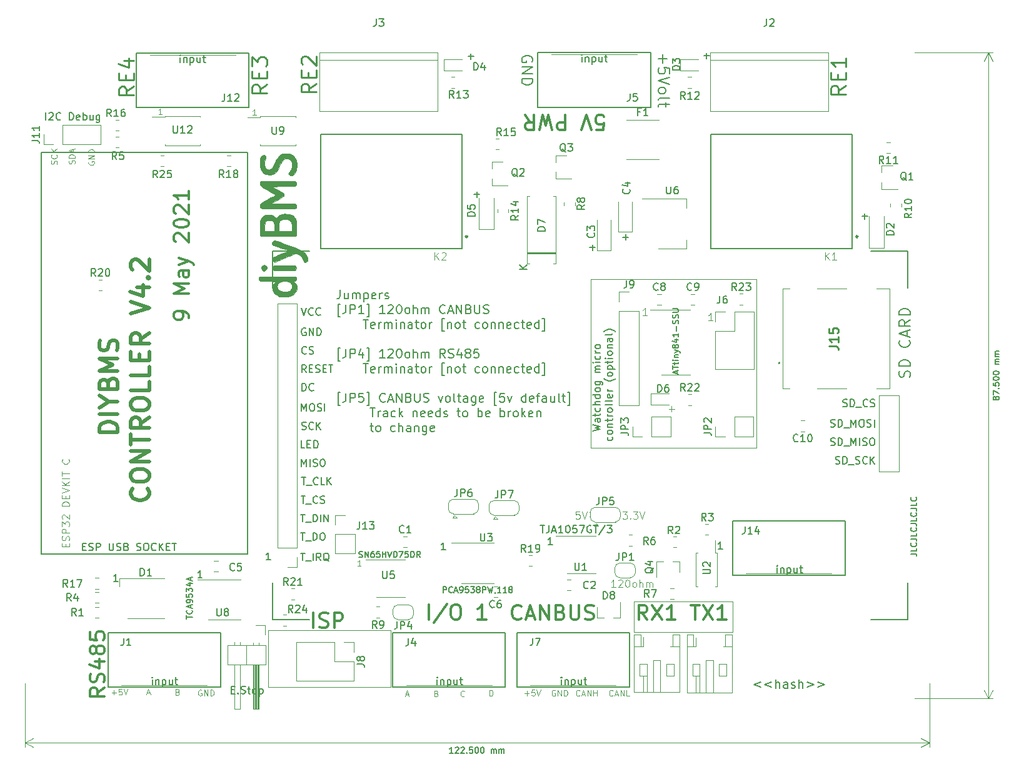
<source format=gbr>
G04 #@! TF.GenerationSoftware,KiCad,Pcbnew,(5.1.6)-1*
G04 #@! TF.CreationDate,2022-02-21T17:01:38-05:00*
G04 #@! TF.ProjectId,ControllerCircuit,436f6e74-726f-46c6-9c65-724369726375,rev?*
G04 #@! TF.SameCoordinates,Original*
G04 #@! TF.FileFunction,Legend,Top*
G04 #@! TF.FilePolarity,Positive*
%FSLAX46Y46*%
G04 Gerber Fmt 4.6, Leading zero omitted, Abs format (unit mm)*
G04 Created by KiCad (PCBNEW (5.1.6)-1) date 2022-02-21 17:01:38*
%MOMM*%
%LPD*%
G01*
G04 APERTURE LIST*
%ADD10C,0.150000*%
%ADD11C,0.120000*%
%ADD12C,0.200000*%
%ADD13C,0.100000*%
%ADD14C,0.250000*%
%ADD15C,0.500000*%
%ADD16C,0.300000*%
%ADD17C,0.010000*%
%ADD18C,0.127000*%
%ADD19C,0.254000*%
%ADD20C,0.015000*%
G04 APERTURE END LIST*
D10*
X188393285Y-135837857D02*
X187479000Y-136180714D01*
X188393285Y-136523571D01*
X189879000Y-135837857D02*
X188964714Y-136180714D01*
X189879000Y-136523571D01*
X190450428Y-136637857D02*
X190450428Y-135437857D01*
X190964714Y-136637857D02*
X190964714Y-136009285D01*
X190907571Y-135895000D01*
X190793285Y-135837857D01*
X190621857Y-135837857D01*
X190507571Y-135895000D01*
X190450428Y-135952142D01*
X192050428Y-136637857D02*
X192050428Y-136009285D01*
X191993285Y-135895000D01*
X191879000Y-135837857D01*
X191650428Y-135837857D01*
X191536142Y-135895000D01*
X192050428Y-136580714D02*
X191936142Y-136637857D01*
X191650428Y-136637857D01*
X191536142Y-136580714D01*
X191479000Y-136466428D01*
X191479000Y-136352142D01*
X191536142Y-136237857D01*
X191650428Y-136180714D01*
X191936142Y-136180714D01*
X192050428Y-136123571D01*
X192564714Y-136580714D02*
X192679000Y-136637857D01*
X192907571Y-136637857D01*
X193021857Y-136580714D01*
X193079000Y-136466428D01*
X193079000Y-136409285D01*
X193021857Y-136295000D01*
X192907571Y-136237857D01*
X192736142Y-136237857D01*
X192621857Y-136180714D01*
X192564714Y-136066428D01*
X192564714Y-136009285D01*
X192621857Y-135895000D01*
X192736142Y-135837857D01*
X192907571Y-135837857D01*
X193021857Y-135895000D01*
X193593285Y-136637857D02*
X193593285Y-135437857D01*
X194107571Y-136637857D02*
X194107571Y-136009285D01*
X194050428Y-135895000D01*
X193936142Y-135837857D01*
X193764714Y-135837857D01*
X193650428Y-135895000D01*
X193593285Y-135952142D01*
X194679000Y-135837857D02*
X195593285Y-136180714D01*
X194679000Y-136523571D01*
X196164714Y-135837857D02*
X197079000Y-136180714D01*
X196164714Y-136523571D01*
X112765714Y-121672380D02*
X112194285Y-121672380D01*
X112480000Y-121672380D02*
X112480000Y-120672380D01*
X112384761Y-120815238D01*
X112289523Y-120910476D01*
X112194285Y-120958095D01*
D11*
X121750000Y-136500000D02*
X121750000Y-128780000D01*
X138330000Y-136500000D02*
X121750000Y-136500000D01*
X138330000Y-128780000D02*
X138330000Y-136500000D01*
X121750000Y-128780000D02*
X138330000Y-128780000D01*
X184590000Y-129070000D02*
X171280000Y-129070000D01*
X184590000Y-124850000D02*
X184590000Y-129070000D01*
X171260000Y-124850000D02*
X184590000Y-124850000D01*
X171260000Y-129000000D02*
X171260000Y-124850000D01*
X165410000Y-104060000D02*
X165410000Y-81210000D01*
X187860000Y-104070000D02*
X165410000Y-104060000D01*
X187860000Y-81220000D02*
X187860000Y-104070000D01*
X165410000Y-81210000D02*
X187860000Y-81220000D01*
D12*
X131448571Y-82662857D02*
X131448571Y-83520000D01*
X131391428Y-83691428D01*
X131277142Y-83805714D01*
X131105714Y-83862857D01*
X130991428Y-83862857D01*
X132534285Y-83062857D02*
X132534285Y-83862857D01*
X132020000Y-83062857D02*
X132020000Y-83691428D01*
X132077142Y-83805714D01*
X132191428Y-83862857D01*
X132362857Y-83862857D01*
X132477142Y-83805714D01*
X132534285Y-83748571D01*
X133105714Y-83862857D02*
X133105714Y-83062857D01*
X133105714Y-83177142D02*
X133162857Y-83120000D01*
X133277142Y-83062857D01*
X133448571Y-83062857D01*
X133562857Y-83120000D01*
X133620000Y-83234285D01*
X133620000Y-83862857D01*
X133620000Y-83234285D02*
X133677142Y-83120000D01*
X133791428Y-83062857D01*
X133962857Y-83062857D01*
X134077142Y-83120000D01*
X134134285Y-83234285D01*
X134134285Y-83862857D01*
X134705714Y-83062857D02*
X134705714Y-84262857D01*
X134705714Y-83120000D02*
X134820000Y-83062857D01*
X135048571Y-83062857D01*
X135162857Y-83120000D01*
X135220000Y-83177142D01*
X135277142Y-83291428D01*
X135277142Y-83634285D01*
X135220000Y-83748571D01*
X135162857Y-83805714D01*
X135048571Y-83862857D01*
X134820000Y-83862857D01*
X134705714Y-83805714D01*
X136248571Y-83805714D02*
X136134285Y-83862857D01*
X135905714Y-83862857D01*
X135791428Y-83805714D01*
X135734285Y-83691428D01*
X135734285Y-83234285D01*
X135791428Y-83120000D01*
X135905714Y-83062857D01*
X136134285Y-83062857D01*
X136248571Y-83120000D01*
X136305714Y-83234285D01*
X136305714Y-83348571D01*
X135734285Y-83462857D01*
X136820000Y-83862857D02*
X136820000Y-83062857D01*
X136820000Y-83291428D02*
X136877142Y-83177142D01*
X136934285Y-83120000D01*
X137048571Y-83062857D01*
X137162857Y-83062857D01*
X137505714Y-83805714D02*
X137620000Y-83862857D01*
X137848571Y-83862857D01*
X137962857Y-83805714D01*
X138020000Y-83691428D01*
X138020000Y-83634285D01*
X137962857Y-83520000D01*
X137848571Y-83462857D01*
X137677142Y-83462857D01*
X137562857Y-83405714D01*
X137505714Y-83291428D01*
X137505714Y-83234285D01*
X137562857Y-83120000D01*
X137677142Y-83062857D01*
X137848571Y-83062857D01*
X137962857Y-83120000D01*
X131448571Y-86262857D02*
X131162857Y-86262857D01*
X131162857Y-84548571D01*
X131448571Y-84548571D01*
X132248571Y-84662857D02*
X132248571Y-85520000D01*
X132191428Y-85691428D01*
X132077142Y-85805714D01*
X131905714Y-85862857D01*
X131791428Y-85862857D01*
X132820000Y-85862857D02*
X132820000Y-84662857D01*
X133277142Y-84662857D01*
X133391428Y-84720000D01*
X133448571Y-84777142D01*
X133505714Y-84891428D01*
X133505714Y-85062857D01*
X133448571Y-85177142D01*
X133391428Y-85234285D01*
X133277142Y-85291428D01*
X132820000Y-85291428D01*
X134648571Y-85862857D02*
X133962857Y-85862857D01*
X134305714Y-85862857D02*
X134305714Y-84662857D01*
X134191428Y-84834285D01*
X134077142Y-84948571D01*
X133962857Y-85005714D01*
X135048571Y-86262857D02*
X135334285Y-86262857D01*
X135334285Y-84548571D01*
X135048571Y-84548571D01*
X137505714Y-85862857D02*
X136820000Y-85862857D01*
X137162857Y-85862857D02*
X137162857Y-84662857D01*
X137048571Y-84834285D01*
X136934285Y-84948571D01*
X136820000Y-85005714D01*
X137962857Y-84777142D02*
X138020000Y-84720000D01*
X138134285Y-84662857D01*
X138420000Y-84662857D01*
X138534285Y-84720000D01*
X138591428Y-84777142D01*
X138648571Y-84891428D01*
X138648571Y-85005714D01*
X138591428Y-85177142D01*
X137905714Y-85862857D01*
X138648571Y-85862857D01*
X139391428Y-84662857D02*
X139505714Y-84662857D01*
X139620000Y-84720000D01*
X139677142Y-84777142D01*
X139734285Y-84891428D01*
X139791428Y-85120000D01*
X139791428Y-85405714D01*
X139734285Y-85634285D01*
X139677142Y-85748571D01*
X139620000Y-85805714D01*
X139505714Y-85862857D01*
X139391428Y-85862857D01*
X139277142Y-85805714D01*
X139220000Y-85748571D01*
X139162857Y-85634285D01*
X139105714Y-85405714D01*
X139105714Y-85120000D01*
X139162857Y-84891428D01*
X139220000Y-84777142D01*
X139277142Y-84720000D01*
X139391428Y-84662857D01*
X140477142Y-85862857D02*
X140362857Y-85805714D01*
X140305714Y-85748571D01*
X140248571Y-85634285D01*
X140248571Y-85291428D01*
X140305714Y-85177142D01*
X140362857Y-85120000D01*
X140477142Y-85062857D01*
X140648571Y-85062857D01*
X140762857Y-85120000D01*
X140820000Y-85177142D01*
X140877142Y-85291428D01*
X140877142Y-85634285D01*
X140820000Y-85748571D01*
X140762857Y-85805714D01*
X140648571Y-85862857D01*
X140477142Y-85862857D01*
X141391428Y-85862857D02*
X141391428Y-84662857D01*
X141905714Y-85862857D02*
X141905714Y-85234285D01*
X141848571Y-85120000D01*
X141734285Y-85062857D01*
X141562857Y-85062857D01*
X141448571Y-85120000D01*
X141391428Y-85177142D01*
X142477142Y-85862857D02*
X142477142Y-85062857D01*
X142477142Y-85177142D02*
X142534285Y-85120000D01*
X142648571Y-85062857D01*
X142820000Y-85062857D01*
X142934285Y-85120000D01*
X142991428Y-85234285D01*
X142991428Y-85862857D01*
X142991428Y-85234285D02*
X143048571Y-85120000D01*
X143162857Y-85062857D01*
X143334285Y-85062857D01*
X143448571Y-85120000D01*
X143505714Y-85234285D01*
X143505714Y-85862857D01*
X145677142Y-85748571D02*
X145620000Y-85805714D01*
X145448571Y-85862857D01*
X145334285Y-85862857D01*
X145162857Y-85805714D01*
X145048571Y-85691428D01*
X144991428Y-85577142D01*
X144934285Y-85348571D01*
X144934285Y-85177142D01*
X144991428Y-84948571D01*
X145048571Y-84834285D01*
X145162857Y-84720000D01*
X145334285Y-84662857D01*
X145448571Y-84662857D01*
X145620000Y-84720000D01*
X145677142Y-84777142D01*
X146134285Y-85520000D02*
X146705714Y-85520000D01*
X146020000Y-85862857D02*
X146420000Y-84662857D01*
X146820000Y-85862857D01*
X147220000Y-85862857D02*
X147220000Y-84662857D01*
X147905714Y-85862857D01*
X147905714Y-84662857D01*
X148877142Y-85234285D02*
X149048571Y-85291428D01*
X149105714Y-85348571D01*
X149162857Y-85462857D01*
X149162857Y-85634285D01*
X149105714Y-85748571D01*
X149048571Y-85805714D01*
X148934285Y-85862857D01*
X148477142Y-85862857D01*
X148477142Y-84662857D01*
X148877142Y-84662857D01*
X148991428Y-84720000D01*
X149048571Y-84777142D01*
X149105714Y-84891428D01*
X149105714Y-85005714D01*
X149048571Y-85120000D01*
X148991428Y-85177142D01*
X148877142Y-85234285D01*
X148477142Y-85234285D01*
X149677142Y-84662857D02*
X149677142Y-85634285D01*
X149734285Y-85748571D01*
X149791428Y-85805714D01*
X149905714Y-85862857D01*
X150134285Y-85862857D01*
X150248571Y-85805714D01*
X150305714Y-85748571D01*
X150362857Y-85634285D01*
X150362857Y-84662857D01*
X150877142Y-85805714D02*
X151048571Y-85862857D01*
X151334285Y-85862857D01*
X151448571Y-85805714D01*
X151505714Y-85748571D01*
X151562857Y-85634285D01*
X151562857Y-85520000D01*
X151505714Y-85405714D01*
X151448571Y-85348571D01*
X151334285Y-85291428D01*
X151105714Y-85234285D01*
X150991428Y-85177142D01*
X150934285Y-85120000D01*
X150877142Y-85005714D01*
X150877142Y-84891428D01*
X150934285Y-84777142D01*
X150991428Y-84720000D01*
X151105714Y-84662857D01*
X151391428Y-84662857D01*
X151562857Y-84720000D01*
X134591428Y-86662857D02*
X135277142Y-86662857D01*
X134934285Y-87862857D02*
X134934285Y-86662857D01*
X136134285Y-87805714D02*
X136020000Y-87862857D01*
X135791428Y-87862857D01*
X135677142Y-87805714D01*
X135620000Y-87691428D01*
X135620000Y-87234285D01*
X135677142Y-87120000D01*
X135791428Y-87062857D01*
X136020000Y-87062857D01*
X136134285Y-87120000D01*
X136191428Y-87234285D01*
X136191428Y-87348571D01*
X135620000Y-87462857D01*
X136705714Y-87862857D02*
X136705714Y-87062857D01*
X136705714Y-87291428D02*
X136762857Y-87177142D01*
X136820000Y-87120000D01*
X136934285Y-87062857D01*
X137048571Y-87062857D01*
X137448571Y-87862857D02*
X137448571Y-87062857D01*
X137448571Y-87177142D02*
X137505714Y-87120000D01*
X137620000Y-87062857D01*
X137791428Y-87062857D01*
X137905714Y-87120000D01*
X137962857Y-87234285D01*
X137962857Y-87862857D01*
X137962857Y-87234285D02*
X138020000Y-87120000D01*
X138134285Y-87062857D01*
X138305714Y-87062857D01*
X138420000Y-87120000D01*
X138477142Y-87234285D01*
X138477142Y-87862857D01*
X139048571Y-87862857D02*
X139048571Y-87062857D01*
X139048571Y-86662857D02*
X138991428Y-86720000D01*
X139048571Y-86777142D01*
X139105714Y-86720000D01*
X139048571Y-86662857D01*
X139048571Y-86777142D01*
X139620000Y-87062857D02*
X139620000Y-87862857D01*
X139620000Y-87177142D02*
X139677142Y-87120000D01*
X139791428Y-87062857D01*
X139962857Y-87062857D01*
X140077142Y-87120000D01*
X140134285Y-87234285D01*
X140134285Y-87862857D01*
X141220000Y-87862857D02*
X141220000Y-87234285D01*
X141162857Y-87120000D01*
X141048571Y-87062857D01*
X140820000Y-87062857D01*
X140705714Y-87120000D01*
X141220000Y-87805714D02*
X141105714Y-87862857D01*
X140820000Y-87862857D01*
X140705714Y-87805714D01*
X140648571Y-87691428D01*
X140648571Y-87577142D01*
X140705714Y-87462857D01*
X140820000Y-87405714D01*
X141105714Y-87405714D01*
X141220000Y-87348571D01*
X141620000Y-87062857D02*
X142077142Y-87062857D01*
X141791428Y-86662857D02*
X141791428Y-87691428D01*
X141848571Y-87805714D01*
X141962857Y-87862857D01*
X142077142Y-87862857D01*
X142648571Y-87862857D02*
X142534285Y-87805714D01*
X142477142Y-87748571D01*
X142420000Y-87634285D01*
X142420000Y-87291428D01*
X142477142Y-87177142D01*
X142534285Y-87120000D01*
X142648571Y-87062857D01*
X142820000Y-87062857D01*
X142934285Y-87120000D01*
X142991428Y-87177142D01*
X143048571Y-87291428D01*
X143048571Y-87634285D01*
X142991428Y-87748571D01*
X142934285Y-87805714D01*
X142820000Y-87862857D01*
X142648571Y-87862857D01*
X143562857Y-87862857D02*
X143562857Y-87062857D01*
X143562857Y-87291428D02*
X143620000Y-87177142D01*
X143677142Y-87120000D01*
X143791428Y-87062857D01*
X143905714Y-87062857D01*
X145562857Y-88262857D02*
X145277142Y-88262857D01*
X145277142Y-86548571D01*
X145562857Y-86548571D01*
X146020000Y-87062857D02*
X146020000Y-87862857D01*
X146020000Y-87177142D02*
X146077142Y-87120000D01*
X146191428Y-87062857D01*
X146362857Y-87062857D01*
X146477142Y-87120000D01*
X146534285Y-87234285D01*
X146534285Y-87862857D01*
X147277142Y-87862857D02*
X147162857Y-87805714D01*
X147105714Y-87748571D01*
X147048571Y-87634285D01*
X147048571Y-87291428D01*
X147105714Y-87177142D01*
X147162857Y-87120000D01*
X147277142Y-87062857D01*
X147448571Y-87062857D01*
X147562857Y-87120000D01*
X147620000Y-87177142D01*
X147677142Y-87291428D01*
X147677142Y-87634285D01*
X147620000Y-87748571D01*
X147562857Y-87805714D01*
X147448571Y-87862857D01*
X147277142Y-87862857D01*
X148020000Y-87062857D02*
X148477142Y-87062857D01*
X148191428Y-86662857D02*
X148191428Y-87691428D01*
X148248571Y-87805714D01*
X148362857Y-87862857D01*
X148477142Y-87862857D01*
X150305714Y-87805714D02*
X150191428Y-87862857D01*
X149962857Y-87862857D01*
X149848571Y-87805714D01*
X149791428Y-87748571D01*
X149734285Y-87634285D01*
X149734285Y-87291428D01*
X149791428Y-87177142D01*
X149848571Y-87120000D01*
X149962857Y-87062857D01*
X150191428Y-87062857D01*
X150305714Y-87120000D01*
X150991428Y-87862857D02*
X150877142Y-87805714D01*
X150820000Y-87748571D01*
X150762857Y-87634285D01*
X150762857Y-87291428D01*
X150820000Y-87177142D01*
X150877142Y-87120000D01*
X150991428Y-87062857D01*
X151162857Y-87062857D01*
X151277142Y-87120000D01*
X151334285Y-87177142D01*
X151391428Y-87291428D01*
X151391428Y-87634285D01*
X151334285Y-87748571D01*
X151277142Y-87805714D01*
X151162857Y-87862857D01*
X150991428Y-87862857D01*
X151905714Y-87062857D02*
X151905714Y-87862857D01*
X151905714Y-87177142D02*
X151962857Y-87120000D01*
X152077142Y-87062857D01*
X152248571Y-87062857D01*
X152362857Y-87120000D01*
X152420000Y-87234285D01*
X152420000Y-87862857D01*
X152991428Y-87062857D02*
X152991428Y-87862857D01*
X152991428Y-87177142D02*
X153048571Y-87120000D01*
X153162857Y-87062857D01*
X153334285Y-87062857D01*
X153448571Y-87120000D01*
X153505714Y-87234285D01*
X153505714Y-87862857D01*
X154534285Y-87805714D02*
X154420000Y-87862857D01*
X154191428Y-87862857D01*
X154077142Y-87805714D01*
X154020000Y-87691428D01*
X154020000Y-87234285D01*
X154077142Y-87120000D01*
X154191428Y-87062857D01*
X154420000Y-87062857D01*
X154534285Y-87120000D01*
X154591428Y-87234285D01*
X154591428Y-87348571D01*
X154020000Y-87462857D01*
X155620000Y-87805714D02*
X155505714Y-87862857D01*
X155277142Y-87862857D01*
X155162857Y-87805714D01*
X155105714Y-87748571D01*
X155048571Y-87634285D01*
X155048571Y-87291428D01*
X155105714Y-87177142D01*
X155162857Y-87120000D01*
X155277142Y-87062857D01*
X155505714Y-87062857D01*
X155620000Y-87120000D01*
X155962857Y-87062857D02*
X156420000Y-87062857D01*
X156134285Y-86662857D02*
X156134285Y-87691428D01*
X156191428Y-87805714D01*
X156305714Y-87862857D01*
X156420000Y-87862857D01*
X157277142Y-87805714D02*
X157162857Y-87862857D01*
X156934285Y-87862857D01*
X156820000Y-87805714D01*
X156762857Y-87691428D01*
X156762857Y-87234285D01*
X156820000Y-87120000D01*
X156934285Y-87062857D01*
X157162857Y-87062857D01*
X157277142Y-87120000D01*
X157334285Y-87234285D01*
X157334285Y-87348571D01*
X156762857Y-87462857D01*
X158362857Y-87862857D02*
X158362857Y-86662857D01*
X158362857Y-87805714D02*
X158248571Y-87862857D01*
X158020000Y-87862857D01*
X157905714Y-87805714D01*
X157848571Y-87748571D01*
X157791428Y-87634285D01*
X157791428Y-87291428D01*
X157848571Y-87177142D01*
X157905714Y-87120000D01*
X158020000Y-87062857D01*
X158248571Y-87062857D01*
X158362857Y-87120000D01*
X158820000Y-88262857D02*
X159105714Y-88262857D01*
X159105714Y-86548571D01*
X158820000Y-86548571D01*
X131448571Y-92262857D02*
X131162857Y-92262857D01*
X131162857Y-90548571D01*
X131448571Y-90548571D01*
X132248571Y-90662857D02*
X132248571Y-91520000D01*
X132191428Y-91691428D01*
X132077142Y-91805714D01*
X131905714Y-91862857D01*
X131791428Y-91862857D01*
X132820000Y-91862857D02*
X132820000Y-90662857D01*
X133277142Y-90662857D01*
X133391428Y-90720000D01*
X133448571Y-90777142D01*
X133505714Y-90891428D01*
X133505714Y-91062857D01*
X133448571Y-91177142D01*
X133391428Y-91234285D01*
X133277142Y-91291428D01*
X132820000Y-91291428D01*
X134534285Y-91062857D02*
X134534285Y-91862857D01*
X134248571Y-90605714D02*
X133962857Y-91462857D01*
X134705714Y-91462857D01*
X135048571Y-92262857D02*
X135334285Y-92262857D01*
X135334285Y-90548571D01*
X135048571Y-90548571D01*
X137505714Y-91862857D02*
X136820000Y-91862857D01*
X137162857Y-91862857D02*
X137162857Y-90662857D01*
X137048571Y-90834285D01*
X136934285Y-90948571D01*
X136820000Y-91005714D01*
X137962857Y-90777142D02*
X138020000Y-90720000D01*
X138134285Y-90662857D01*
X138420000Y-90662857D01*
X138534285Y-90720000D01*
X138591428Y-90777142D01*
X138648571Y-90891428D01*
X138648571Y-91005714D01*
X138591428Y-91177142D01*
X137905714Y-91862857D01*
X138648571Y-91862857D01*
X139391428Y-90662857D02*
X139505714Y-90662857D01*
X139620000Y-90720000D01*
X139677142Y-90777142D01*
X139734285Y-90891428D01*
X139791428Y-91120000D01*
X139791428Y-91405714D01*
X139734285Y-91634285D01*
X139677142Y-91748571D01*
X139620000Y-91805714D01*
X139505714Y-91862857D01*
X139391428Y-91862857D01*
X139277142Y-91805714D01*
X139220000Y-91748571D01*
X139162857Y-91634285D01*
X139105714Y-91405714D01*
X139105714Y-91120000D01*
X139162857Y-90891428D01*
X139220000Y-90777142D01*
X139277142Y-90720000D01*
X139391428Y-90662857D01*
X140477142Y-91862857D02*
X140362857Y-91805714D01*
X140305714Y-91748571D01*
X140248571Y-91634285D01*
X140248571Y-91291428D01*
X140305714Y-91177142D01*
X140362857Y-91120000D01*
X140477142Y-91062857D01*
X140648571Y-91062857D01*
X140762857Y-91120000D01*
X140820000Y-91177142D01*
X140877142Y-91291428D01*
X140877142Y-91634285D01*
X140820000Y-91748571D01*
X140762857Y-91805714D01*
X140648571Y-91862857D01*
X140477142Y-91862857D01*
X141391428Y-91862857D02*
X141391428Y-90662857D01*
X141905714Y-91862857D02*
X141905714Y-91234285D01*
X141848571Y-91120000D01*
X141734285Y-91062857D01*
X141562857Y-91062857D01*
X141448571Y-91120000D01*
X141391428Y-91177142D01*
X142477142Y-91862857D02*
X142477142Y-91062857D01*
X142477142Y-91177142D02*
X142534285Y-91120000D01*
X142648571Y-91062857D01*
X142820000Y-91062857D01*
X142934285Y-91120000D01*
X142991428Y-91234285D01*
X142991428Y-91862857D01*
X142991428Y-91234285D02*
X143048571Y-91120000D01*
X143162857Y-91062857D01*
X143334285Y-91062857D01*
X143448571Y-91120000D01*
X143505714Y-91234285D01*
X143505714Y-91862857D01*
X145677142Y-91862857D02*
X145277142Y-91291428D01*
X144991428Y-91862857D02*
X144991428Y-90662857D01*
X145448571Y-90662857D01*
X145562857Y-90720000D01*
X145620000Y-90777142D01*
X145677142Y-90891428D01*
X145677142Y-91062857D01*
X145620000Y-91177142D01*
X145562857Y-91234285D01*
X145448571Y-91291428D01*
X144991428Y-91291428D01*
X146134285Y-91805714D02*
X146305714Y-91862857D01*
X146591428Y-91862857D01*
X146705714Y-91805714D01*
X146762857Y-91748571D01*
X146820000Y-91634285D01*
X146820000Y-91520000D01*
X146762857Y-91405714D01*
X146705714Y-91348571D01*
X146591428Y-91291428D01*
X146362857Y-91234285D01*
X146248571Y-91177142D01*
X146191428Y-91120000D01*
X146134285Y-91005714D01*
X146134285Y-90891428D01*
X146191428Y-90777142D01*
X146248571Y-90720000D01*
X146362857Y-90662857D01*
X146648571Y-90662857D01*
X146820000Y-90720000D01*
X147848571Y-91062857D02*
X147848571Y-91862857D01*
X147562857Y-90605714D02*
X147277142Y-91462857D01*
X148020000Y-91462857D01*
X148648571Y-91177142D02*
X148534285Y-91120000D01*
X148477142Y-91062857D01*
X148420000Y-90948571D01*
X148420000Y-90891428D01*
X148477142Y-90777142D01*
X148534285Y-90720000D01*
X148648571Y-90662857D01*
X148877142Y-90662857D01*
X148991428Y-90720000D01*
X149048571Y-90777142D01*
X149105714Y-90891428D01*
X149105714Y-90948571D01*
X149048571Y-91062857D01*
X148991428Y-91120000D01*
X148877142Y-91177142D01*
X148648571Y-91177142D01*
X148534285Y-91234285D01*
X148477142Y-91291428D01*
X148420000Y-91405714D01*
X148420000Y-91634285D01*
X148477142Y-91748571D01*
X148534285Y-91805714D01*
X148648571Y-91862857D01*
X148877142Y-91862857D01*
X148991428Y-91805714D01*
X149048571Y-91748571D01*
X149105714Y-91634285D01*
X149105714Y-91405714D01*
X149048571Y-91291428D01*
X148991428Y-91234285D01*
X148877142Y-91177142D01*
X150191428Y-90662857D02*
X149620000Y-90662857D01*
X149562857Y-91234285D01*
X149620000Y-91177142D01*
X149734285Y-91120000D01*
X150020000Y-91120000D01*
X150134285Y-91177142D01*
X150191428Y-91234285D01*
X150248571Y-91348571D01*
X150248571Y-91634285D01*
X150191428Y-91748571D01*
X150134285Y-91805714D01*
X150020000Y-91862857D01*
X149734285Y-91862857D01*
X149620000Y-91805714D01*
X149562857Y-91748571D01*
X134591428Y-92662857D02*
X135277142Y-92662857D01*
X134934285Y-93862857D02*
X134934285Y-92662857D01*
X136134285Y-93805714D02*
X136020000Y-93862857D01*
X135791428Y-93862857D01*
X135677142Y-93805714D01*
X135620000Y-93691428D01*
X135620000Y-93234285D01*
X135677142Y-93120000D01*
X135791428Y-93062857D01*
X136020000Y-93062857D01*
X136134285Y-93120000D01*
X136191428Y-93234285D01*
X136191428Y-93348571D01*
X135620000Y-93462857D01*
X136705714Y-93862857D02*
X136705714Y-93062857D01*
X136705714Y-93291428D02*
X136762857Y-93177142D01*
X136820000Y-93120000D01*
X136934285Y-93062857D01*
X137048571Y-93062857D01*
X137448571Y-93862857D02*
X137448571Y-93062857D01*
X137448571Y-93177142D02*
X137505714Y-93120000D01*
X137620000Y-93062857D01*
X137791428Y-93062857D01*
X137905714Y-93120000D01*
X137962857Y-93234285D01*
X137962857Y-93862857D01*
X137962857Y-93234285D02*
X138020000Y-93120000D01*
X138134285Y-93062857D01*
X138305714Y-93062857D01*
X138420000Y-93120000D01*
X138477142Y-93234285D01*
X138477142Y-93862857D01*
X139048571Y-93862857D02*
X139048571Y-93062857D01*
X139048571Y-92662857D02*
X138991428Y-92720000D01*
X139048571Y-92777142D01*
X139105714Y-92720000D01*
X139048571Y-92662857D01*
X139048571Y-92777142D01*
X139620000Y-93062857D02*
X139620000Y-93862857D01*
X139620000Y-93177142D02*
X139677142Y-93120000D01*
X139791428Y-93062857D01*
X139962857Y-93062857D01*
X140077142Y-93120000D01*
X140134285Y-93234285D01*
X140134285Y-93862857D01*
X141220000Y-93862857D02*
X141220000Y-93234285D01*
X141162857Y-93120000D01*
X141048571Y-93062857D01*
X140820000Y-93062857D01*
X140705714Y-93120000D01*
X141220000Y-93805714D02*
X141105714Y-93862857D01*
X140820000Y-93862857D01*
X140705714Y-93805714D01*
X140648571Y-93691428D01*
X140648571Y-93577142D01*
X140705714Y-93462857D01*
X140820000Y-93405714D01*
X141105714Y-93405714D01*
X141220000Y-93348571D01*
X141620000Y-93062857D02*
X142077142Y-93062857D01*
X141791428Y-92662857D02*
X141791428Y-93691428D01*
X141848571Y-93805714D01*
X141962857Y-93862857D01*
X142077142Y-93862857D01*
X142648571Y-93862857D02*
X142534285Y-93805714D01*
X142477142Y-93748571D01*
X142420000Y-93634285D01*
X142420000Y-93291428D01*
X142477142Y-93177142D01*
X142534285Y-93120000D01*
X142648571Y-93062857D01*
X142820000Y-93062857D01*
X142934285Y-93120000D01*
X142991428Y-93177142D01*
X143048571Y-93291428D01*
X143048571Y-93634285D01*
X142991428Y-93748571D01*
X142934285Y-93805714D01*
X142820000Y-93862857D01*
X142648571Y-93862857D01*
X143562857Y-93862857D02*
X143562857Y-93062857D01*
X143562857Y-93291428D02*
X143620000Y-93177142D01*
X143677142Y-93120000D01*
X143791428Y-93062857D01*
X143905714Y-93062857D01*
X145562857Y-94262857D02*
X145277142Y-94262857D01*
X145277142Y-92548571D01*
X145562857Y-92548571D01*
X146020000Y-93062857D02*
X146020000Y-93862857D01*
X146020000Y-93177142D02*
X146077142Y-93120000D01*
X146191428Y-93062857D01*
X146362857Y-93062857D01*
X146477142Y-93120000D01*
X146534285Y-93234285D01*
X146534285Y-93862857D01*
X147277142Y-93862857D02*
X147162857Y-93805714D01*
X147105714Y-93748571D01*
X147048571Y-93634285D01*
X147048571Y-93291428D01*
X147105714Y-93177142D01*
X147162857Y-93120000D01*
X147277142Y-93062857D01*
X147448571Y-93062857D01*
X147562857Y-93120000D01*
X147620000Y-93177142D01*
X147677142Y-93291428D01*
X147677142Y-93634285D01*
X147620000Y-93748571D01*
X147562857Y-93805714D01*
X147448571Y-93862857D01*
X147277142Y-93862857D01*
X148020000Y-93062857D02*
X148477142Y-93062857D01*
X148191428Y-92662857D02*
X148191428Y-93691428D01*
X148248571Y-93805714D01*
X148362857Y-93862857D01*
X148477142Y-93862857D01*
X150305714Y-93805714D02*
X150191428Y-93862857D01*
X149962857Y-93862857D01*
X149848571Y-93805714D01*
X149791428Y-93748571D01*
X149734285Y-93634285D01*
X149734285Y-93291428D01*
X149791428Y-93177142D01*
X149848571Y-93120000D01*
X149962857Y-93062857D01*
X150191428Y-93062857D01*
X150305714Y-93120000D01*
X150991428Y-93862857D02*
X150877142Y-93805714D01*
X150820000Y-93748571D01*
X150762857Y-93634285D01*
X150762857Y-93291428D01*
X150820000Y-93177142D01*
X150877142Y-93120000D01*
X150991428Y-93062857D01*
X151162857Y-93062857D01*
X151277142Y-93120000D01*
X151334285Y-93177142D01*
X151391428Y-93291428D01*
X151391428Y-93634285D01*
X151334285Y-93748571D01*
X151277142Y-93805714D01*
X151162857Y-93862857D01*
X150991428Y-93862857D01*
X151905714Y-93062857D02*
X151905714Y-93862857D01*
X151905714Y-93177142D02*
X151962857Y-93120000D01*
X152077142Y-93062857D01*
X152248571Y-93062857D01*
X152362857Y-93120000D01*
X152420000Y-93234285D01*
X152420000Y-93862857D01*
X152991428Y-93062857D02*
X152991428Y-93862857D01*
X152991428Y-93177142D02*
X153048571Y-93120000D01*
X153162857Y-93062857D01*
X153334285Y-93062857D01*
X153448571Y-93120000D01*
X153505714Y-93234285D01*
X153505714Y-93862857D01*
X154534285Y-93805714D02*
X154420000Y-93862857D01*
X154191428Y-93862857D01*
X154077142Y-93805714D01*
X154020000Y-93691428D01*
X154020000Y-93234285D01*
X154077142Y-93120000D01*
X154191428Y-93062857D01*
X154420000Y-93062857D01*
X154534285Y-93120000D01*
X154591428Y-93234285D01*
X154591428Y-93348571D01*
X154020000Y-93462857D01*
X155620000Y-93805714D02*
X155505714Y-93862857D01*
X155277142Y-93862857D01*
X155162857Y-93805714D01*
X155105714Y-93748571D01*
X155048571Y-93634285D01*
X155048571Y-93291428D01*
X155105714Y-93177142D01*
X155162857Y-93120000D01*
X155277142Y-93062857D01*
X155505714Y-93062857D01*
X155620000Y-93120000D01*
X155962857Y-93062857D02*
X156420000Y-93062857D01*
X156134285Y-92662857D02*
X156134285Y-93691428D01*
X156191428Y-93805714D01*
X156305714Y-93862857D01*
X156420000Y-93862857D01*
X157277142Y-93805714D02*
X157162857Y-93862857D01*
X156934285Y-93862857D01*
X156820000Y-93805714D01*
X156762857Y-93691428D01*
X156762857Y-93234285D01*
X156820000Y-93120000D01*
X156934285Y-93062857D01*
X157162857Y-93062857D01*
X157277142Y-93120000D01*
X157334285Y-93234285D01*
X157334285Y-93348571D01*
X156762857Y-93462857D01*
X158362857Y-93862857D02*
X158362857Y-92662857D01*
X158362857Y-93805714D02*
X158248571Y-93862857D01*
X158020000Y-93862857D01*
X157905714Y-93805714D01*
X157848571Y-93748571D01*
X157791428Y-93634285D01*
X157791428Y-93291428D01*
X157848571Y-93177142D01*
X157905714Y-93120000D01*
X158020000Y-93062857D01*
X158248571Y-93062857D01*
X158362857Y-93120000D01*
X158820000Y-94262857D02*
X159105714Y-94262857D01*
X159105714Y-92548571D01*
X158820000Y-92548571D01*
X131448571Y-98262857D02*
X131162857Y-98262857D01*
X131162857Y-96548571D01*
X131448571Y-96548571D01*
X132248571Y-96662857D02*
X132248571Y-97520000D01*
X132191428Y-97691428D01*
X132077142Y-97805714D01*
X131905714Y-97862857D01*
X131791428Y-97862857D01*
X132820000Y-97862857D02*
X132820000Y-96662857D01*
X133277142Y-96662857D01*
X133391428Y-96720000D01*
X133448571Y-96777142D01*
X133505714Y-96891428D01*
X133505714Y-97062857D01*
X133448571Y-97177142D01*
X133391428Y-97234285D01*
X133277142Y-97291428D01*
X132820000Y-97291428D01*
X134591428Y-96662857D02*
X134020000Y-96662857D01*
X133962857Y-97234285D01*
X134020000Y-97177142D01*
X134134285Y-97120000D01*
X134420000Y-97120000D01*
X134534285Y-97177142D01*
X134591428Y-97234285D01*
X134648571Y-97348571D01*
X134648571Y-97634285D01*
X134591428Y-97748571D01*
X134534285Y-97805714D01*
X134420000Y-97862857D01*
X134134285Y-97862857D01*
X134020000Y-97805714D01*
X133962857Y-97748571D01*
X135048571Y-98262857D02*
X135334285Y-98262857D01*
X135334285Y-96548571D01*
X135048571Y-96548571D01*
X137562857Y-97748571D02*
X137505714Y-97805714D01*
X137334285Y-97862857D01*
X137220000Y-97862857D01*
X137048571Y-97805714D01*
X136934285Y-97691428D01*
X136877142Y-97577142D01*
X136820000Y-97348571D01*
X136820000Y-97177142D01*
X136877142Y-96948571D01*
X136934285Y-96834285D01*
X137048571Y-96720000D01*
X137220000Y-96662857D01*
X137334285Y-96662857D01*
X137505714Y-96720000D01*
X137562857Y-96777142D01*
X138020000Y-97520000D02*
X138591428Y-97520000D01*
X137905714Y-97862857D02*
X138305714Y-96662857D01*
X138705714Y-97862857D01*
X139105714Y-97862857D02*
X139105714Y-96662857D01*
X139791428Y-97862857D01*
X139791428Y-96662857D01*
X140762857Y-97234285D02*
X140934285Y-97291428D01*
X140991428Y-97348571D01*
X141048571Y-97462857D01*
X141048571Y-97634285D01*
X140991428Y-97748571D01*
X140934285Y-97805714D01*
X140820000Y-97862857D01*
X140362857Y-97862857D01*
X140362857Y-96662857D01*
X140762857Y-96662857D01*
X140877142Y-96720000D01*
X140934285Y-96777142D01*
X140991428Y-96891428D01*
X140991428Y-97005714D01*
X140934285Y-97120000D01*
X140877142Y-97177142D01*
X140762857Y-97234285D01*
X140362857Y-97234285D01*
X141562857Y-96662857D02*
X141562857Y-97634285D01*
X141620000Y-97748571D01*
X141677142Y-97805714D01*
X141791428Y-97862857D01*
X142020000Y-97862857D01*
X142134285Y-97805714D01*
X142191428Y-97748571D01*
X142248571Y-97634285D01*
X142248571Y-96662857D01*
X142762857Y-97805714D02*
X142934285Y-97862857D01*
X143220000Y-97862857D01*
X143334285Y-97805714D01*
X143391428Y-97748571D01*
X143448571Y-97634285D01*
X143448571Y-97520000D01*
X143391428Y-97405714D01*
X143334285Y-97348571D01*
X143220000Y-97291428D01*
X142991428Y-97234285D01*
X142877142Y-97177142D01*
X142820000Y-97120000D01*
X142762857Y-97005714D01*
X142762857Y-96891428D01*
X142820000Y-96777142D01*
X142877142Y-96720000D01*
X142991428Y-96662857D01*
X143277142Y-96662857D01*
X143448571Y-96720000D01*
X144762857Y-97062857D02*
X145048571Y-97862857D01*
X145334285Y-97062857D01*
X145962857Y-97862857D02*
X145848571Y-97805714D01*
X145791428Y-97748571D01*
X145734285Y-97634285D01*
X145734285Y-97291428D01*
X145791428Y-97177142D01*
X145848571Y-97120000D01*
X145962857Y-97062857D01*
X146134285Y-97062857D01*
X146248571Y-97120000D01*
X146305714Y-97177142D01*
X146362857Y-97291428D01*
X146362857Y-97634285D01*
X146305714Y-97748571D01*
X146248571Y-97805714D01*
X146134285Y-97862857D01*
X145962857Y-97862857D01*
X147048571Y-97862857D02*
X146934285Y-97805714D01*
X146877142Y-97691428D01*
X146877142Y-96662857D01*
X147334285Y-97062857D02*
X147791428Y-97062857D01*
X147505714Y-96662857D02*
X147505714Y-97691428D01*
X147562857Y-97805714D01*
X147677142Y-97862857D01*
X147791428Y-97862857D01*
X148705714Y-97862857D02*
X148705714Y-97234285D01*
X148648571Y-97120000D01*
X148534285Y-97062857D01*
X148305714Y-97062857D01*
X148191428Y-97120000D01*
X148705714Y-97805714D02*
X148591428Y-97862857D01*
X148305714Y-97862857D01*
X148191428Y-97805714D01*
X148134285Y-97691428D01*
X148134285Y-97577142D01*
X148191428Y-97462857D01*
X148305714Y-97405714D01*
X148591428Y-97405714D01*
X148705714Y-97348571D01*
X149791428Y-97062857D02*
X149791428Y-98034285D01*
X149734285Y-98148571D01*
X149677142Y-98205714D01*
X149562857Y-98262857D01*
X149391428Y-98262857D01*
X149277142Y-98205714D01*
X149791428Y-97805714D02*
X149677142Y-97862857D01*
X149448571Y-97862857D01*
X149334285Y-97805714D01*
X149277142Y-97748571D01*
X149220000Y-97634285D01*
X149220000Y-97291428D01*
X149277142Y-97177142D01*
X149334285Y-97120000D01*
X149448571Y-97062857D01*
X149677142Y-97062857D01*
X149791428Y-97120000D01*
X150820000Y-97805714D02*
X150705714Y-97862857D01*
X150477142Y-97862857D01*
X150362857Y-97805714D01*
X150305714Y-97691428D01*
X150305714Y-97234285D01*
X150362857Y-97120000D01*
X150477142Y-97062857D01*
X150705714Y-97062857D01*
X150820000Y-97120000D01*
X150877142Y-97234285D01*
X150877142Y-97348571D01*
X150305714Y-97462857D01*
X152648571Y-98262857D02*
X152362857Y-98262857D01*
X152362857Y-96548571D01*
X152648571Y-96548571D01*
X153677142Y-96662857D02*
X153105714Y-96662857D01*
X153048571Y-97234285D01*
X153105714Y-97177142D01*
X153220000Y-97120000D01*
X153505714Y-97120000D01*
X153620000Y-97177142D01*
X153677142Y-97234285D01*
X153734285Y-97348571D01*
X153734285Y-97634285D01*
X153677142Y-97748571D01*
X153620000Y-97805714D01*
X153505714Y-97862857D01*
X153220000Y-97862857D01*
X153105714Y-97805714D01*
X153048571Y-97748571D01*
X154134285Y-97062857D02*
X154420000Y-97862857D01*
X154705714Y-97062857D01*
X156591428Y-97862857D02*
X156591428Y-96662857D01*
X156591428Y-97805714D02*
X156477142Y-97862857D01*
X156248571Y-97862857D01*
X156134285Y-97805714D01*
X156077142Y-97748571D01*
X156020000Y-97634285D01*
X156020000Y-97291428D01*
X156077142Y-97177142D01*
X156134285Y-97120000D01*
X156248571Y-97062857D01*
X156477142Y-97062857D01*
X156591428Y-97120000D01*
X157620000Y-97805714D02*
X157505714Y-97862857D01*
X157277142Y-97862857D01*
X157162857Y-97805714D01*
X157105714Y-97691428D01*
X157105714Y-97234285D01*
X157162857Y-97120000D01*
X157277142Y-97062857D01*
X157505714Y-97062857D01*
X157620000Y-97120000D01*
X157677142Y-97234285D01*
X157677142Y-97348571D01*
X157105714Y-97462857D01*
X158020000Y-97062857D02*
X158477142Y-97062857D01*
X158191428Y-97862857D02*
X158191428Y-96834285D01*
X158248571Y-96720000D01*
X158362857Y-96662857D01*
X158477142Y-96662857D01*
X159391428Y-97862857D02*
X159391428Y-97234285D01*
X159334285Y-97120000D01*
X159220000Y-97062857D01*
X158991428Y-97062857D01*
X158877142Y-97120000D01*
X159391428Y-97805714D02*
X159277142Y-97862857D01*
X158991428Y-97862857D01*
X158877142Y-97805714D01*
X158820000Y-97691428D01*
X158820000Y-97577142D01*
X158877142Y-97462857D01*
X158991428Y-97405714D01*
X159277142Y-97405714D01*
X159391428Y-97348571D01*
X160477142Y-97062857D02*
X160477142Y-97862857D01*
X159962857Y-97062857D02*
X159962857Y-97691428D01*
X160020000Y-97805714D01*
X160134285Y-97862857D01*
X160305714Y-97862857D01*
X160420000Y-97805714D01*
X160477142Y-97748571D01*
X161220000Y-97862857D02*
X161105714Y-97805714D01*
X161048571Y-97691428D01*
X161048571Y-96662857D01*
X161505714Y-97062857D02*
X161962857Y-97062857D01*
X161677142Y-96662857D02*
X161677142Y-97691428D01*
X161734285Y-97805714D01*
X161848571Y-97862857D01*
X161962857Y-97862857D01*
X162248571Y-98262857D02*
X162534285Y-98262857D01*
X162534285Y-96548571D01*
X162248571Y-96548571D01*
X135505714Y-98662857D02*
X136191428Y-98662857D01*
X135848571Y-99862857D02*
X135848571Y-98662857D01*
X136591428Y-99862857D02*
X136591428Y-99062857D01*
X136591428Y-99291428D02*
X136648571Y-99177142D01*
X136705714Y-99120000D01*
X136820000Y-99062857D01*
X136934285Y-99062857D01*
X137848571Y-99862857D02*
X137848571Y-99234285D01*
X137791428Y-99120000D01*
X137677142Y-99062857D01*
X137448571Y-99062857D01*
X137334285Y-99120000D01*
X137848571Y-99805714D02*
X137734285Y-99862857D01*
X137448571Y-99862857D01*
X137334285Y-99805714D01*
X137277142Y-99691428D01*
X137277142Y-99577142D01*
X137334285Y-99462857D01*
X137448571Y-99405714D01*
X137734285Y-99405714D01*
X137848571Y-99348571D01*
X138934285Y-99805714D02*
X138820000Y-99862857D01*
X138591428Y-99862857D01*
X138477142Y-99805714D01*
X138420000Y-99748571D01*
X138362857Y-99634285D01*
X138362857Y-99291428D01*
X138420000Y-99177142D01*
X138477142Y-99120000D01*
X138591428Y-99062857D01*
X138820000Y-99062857D01*
X138934285Y-99120000D01*
X139448571Y-99862857D02*
X139448571Y-98662857D01*
X139562857Y-99405714D02*
X139905714Y-99862857D01*
X139905714Y-99062857D02*
X139448571Y-99520000D01*
X141334285Y-99062857D02*
X141334285Y-99862857D01*
X141334285Y-99177142D02*
X141391428Y-99120000D01*
X141505714Y-99062857D01*
X141677142Y-99062857D01*
X141791428Y-99120000D01*
X141848571Y-99234285D01*
X141848571Y-99862857D01*
X142877142Y-99805714D02*
X142762857Y-99862857D01*
X142534285Y-99862857D01*
X142420000Y-99805714D01*
X142362857Y-99691428D01*
X142362857Y-99234285D01*
X142420000Y-99120000D01*
X142534285Y-99062857D01*
X142762857Y-99062857D01*
X142877142Y-99120000D01*
X142934285Y-99234285D01*
X142934285Y-99348571D01*
X142362857Y-99462857D01*
X143905714Y-99805714D02*
X143791428Y-99862857D01*
X143562857Y-99862857D01*
X143448571Y-99805714D01*
X143391428Y-99691428D01*
X143391428Y-99234285D01*
X143448571Y-99120000D01*
X143562857Y-99062857D01*
X143791428Y-99062857D01*
X143905714Y-99120000D01*
X143962857Y-99234285D01*
X143962857Y-99348571D01*
X143391428Y-99462857D01*
X144991428Y-99862857D02*
X144991428Y-98662857D01*
X144991428Y-99805714D02*
X144877142Y-99862857D01*
X144648571Y-99862857D01*
X144534285Y-99805714D01*
X144477142Y-99748571D01*
X144420000Y-99634285D01*
X144420000Y-99291428D01*
X144477142Y-99177142D01*
X144534285Y-99120000D01*
X144648571Y-99062857D01*
X144877142Y-99062857D01*
X144991428Y-99120000D01*
X145505714Y-99805714D02*
X145620000Y-99862857D01*
X145848571Y-99862857D01*
X145962857Y-99805714D01*
X146020000Y-99691428D01*
X146020000Y-99634285D01*
X145962857Y-99520000D01*
X145848571Y-99462857D01*
X145677142Y-99462857D01*
X145562857Y-99405714D01*
X145505714Y-99291428D01*
X145505714Y-99234285D01*
X145562857Y-99120000D01*
X145677142Y-99062857D01*
X145848571Y-99062857D01*
X145962857Y-99120000D01*
X147277142Y-99062857D02*
X147734285Y-99062857D01*
X147448571Y-98662857D02*
X147448571Y-99691428D01*
X147505714Y-99805714D01*
X147620000Y-99862857D01*
X147734285Y-99862857D01*
X148305714Y-99862857D02*
X148191428Y-99805714D01*
X148134285Y-99748571D01*
X148077142Y-99634285D01*
X148077142Y-99291428D01*
X148134285Y-99177142D01*
X148191428Y-99120000D01*
X148305714Y-99062857D01*
X148477142Y-99062857D01*
X148591428Y-99120000D01*
X148648571Y-99177142D01*
X148705714Y-99291428D01*
X148705714Y-99634285D01*
X148648571Y-99748571D01*
X148591428Y-99805714D01*
X148477142Y-99862857D01*
X148305714Y-99862857D01*
X150134285Y-99862857D02*
X150134285Y-98662857D01*
X150134285Y-99120000D02*
X150248571Y-99062857D01*
X150477142Y-99062857D01*
X150591428Y-99120000D01*
X150648571Y-99177142D01*
X150705714Y-99291428D01*
X150705714Y-99634285D01*
X150648571Y-99748571D01*
X150591428Y-99805714D01*
X150477142Y-99862857D01*
X150248571Y-99862857D01*
X150134285Y-99805714D01*
X151677142Y-99805714D02*
X151562857Y-99862857D01*
X151334285Y-99862857D01*
X151220000Y-99805714D01*
X151162857Y-99691428D01*
X151162857Y-99234285D01*
X151220000Y-99120000D01*
X151334285Y-99062857D01*
X151562857Y-99062857D01*
X151677142Y-99120000D01*
X151734285Y-99234285D01*
X151734285Y-99348571D01*
X151162857Y-99462857D01*
X153162857Y-99862857D02*
X153162857Y-98662857D01*
X153162857Y-99120000D02*
X153277142Y-99062857D01*
X153505714Y-99062857D01*
X153620000Y-99120000D01*
X153677142Y-99177142D01*
X153734285Y-99291428D01*
X153734285Y-99634285D01*
X153677142Y-99748571D01*
X153620000Y-99805714D01*
X153505714Y-99862857D01*
X153277142Y-99862857D01*
X153162857Y-99805714D01*
X154248571Y-99862857D02*
X154248571Y-99062857D01*
X154248571Y-99291428D02*
X154305714Y-99177142D01*
X154362857Y-99120000D01*
X154477142Y-99062857D01*
X154591428Y-99062857D01*
X155162857Y-99862857D02*
X155048571Y-99805714D01*
X154991428Y-99748571D01*
X154934285Y-99634285D01*
X154934285Y-99291428D01*
X154991428Y-99177142D01*
X155048571Y-99120000D01*
X155162857Y-99062857D01*
X155334285Y-99062857D01*
X155448571Y-99120000D01*
X155505714Y-99177142D01*
X155562857Y-99291428D01*
X155562857Y-99634285D01*
X155505714Y-99748571D01*
X155448571Y-99805714D01*
X155334285Y-99862857D01*
X155162857Y-99862857D01*
X156077142Y-99862857D02*
X156077142Y-98662857D01*
X156191428Y-99405714D02*
X156534285Y-99862857D01*
X156534285Y-99062857D02*
X156077142Y-99520000D01*
X157505714Y-99805714D02*
X157391428Y-99862857D01*
X157162857Y-99862857D01*
X157048571Y-99805714D01*
X156991428Y-99691428D01*
X156991428Y-99234285D01*
X157048571Y-99120000D01*
X157162857Y-99062857D01*
X157391428Y-99062857D01*
X157505714Y-99120000D01*
X157562857Y-99234285D01*
X157562857Y-99348571D01*
X156991428Y-99462857D01*
X158077142Y-99062857D02*
X158077142Y-99862857D01*
X158077142Y-99177142D02*
X158134285Y-99120000D01*
X158248571Y-99062857D01*
X158420000Y-99062857D01*
X158534285Y-99120000D01*
X158591428Y-99234285D01*
X158591428Y-99862857D01*
X135505714Y-101062857D02*
X135962857Y-101062857D01*
X135677142Y-100662857D02*
X135677142Y-101691428D01*
X135734285Y-101805714D01*
X135848571Y-101862857D01*
X135962857Y-101862857D01*
X136534285Y-101862857D02*
X136420000Y-101805714D01*
X136362857Y-101748571D01*
X136305714Y-101634285D01*
X136305714Y-101291428D01*
X136362857Y-101177142D01*
X136420000Y-101120000D01*
X136534285Y-101062857D01*
X136705714Y-101062857D01*
X136820000Y-101120000D01*
X136877142Y-101177142D01*
X136934285Y-101291428D01*
X136934285Y-101634285D01*
X136877142Y-101748571D01*
X136820000Y-101805714D01*
X136705714Y-101862857D01*
X136534285Y-101862857D01*
X138877142Y-101805714D02*
X138762857Y-101862857D01*
X138534285Y-101862857D01*
X138420000Y-101805714D01*
X138362857Y-101748571D01*
X138305714Y-101634285D01*
X138305714Y-101291428D01*
X138362857Y-101177142D01*
X138420000Y-101120000D01*
X138534285Y-101062857D01*
X138762857Y-101062857D01*
X138877142Y-101120000D01*
X139391428Y-101862857D02*
X139391428Y-100662857D01*
X139905714Y-101862857D02*
X139905714Y-101234285D01*
X139848571Y-101120000D01*
X139734285Y-101062857D01*
X139562857Y-101062857D01*
X139448571Y-101120000D01*
X139391428Y-101177142D01*
X140991428Y-101862857D02*
X140991428Y-101234285D01*
X140934285Y-101120000D01*
X140820000Y-101062857D01*
X140591428Y-101062857D01*
X140477142Y-101120000D01*
X140991428Y-101805714D02*
X140877142Y-101862857D01*
X140591428Y-101862857D01*
X140477142Y-101805714D01*
X140420000Y-101691428D01*
X140420000Y-101577142D01*
X140477142Y-101462857D01*
X140591428Y-101405714D01*
X140877142Y-101405714D01*
X140991428Y-101348571D01*
X141562857Y-101062857D02*
X141562857Y-101862857D01*
X141562857Y-101177142D02*
X141620000Y-101120000D01*
X141734285Y-101062857D01*
X141905714Y-101062857D01*
X142020000Y-101120000D01*
X142077142Y-101234285D01*
X142077142Y-101862857D01*
X143162857Y-101062857D02*
X143162857Y-102034285D01*
X143105714Y-102148571D01*
X143048571Y-102205714D01*
X142934285Y-102262857D01*
X142762857Y-102262857D01*
X142648571Y-102205714D01*
X143162857Y-101805714D02*
X143048571Y-101862857D01*
X142820000Y-101862857D01*
X142705714Y-101805714D01*
X142648571Y-101748571D01*
X142591428Y-101634285D01*
X142591428Y-101291428D01*
X142648571Y-101177142D01*
X142705714Y-101120000D01*
X142820000Y-101062857D01*
X143048571Y-101062857D01*
X143162857Y-101120000D01*
X144191428Y-101805714D02*
X144077142Y-101862857D01*
X143848571Y-101862857D01*
X143734285Y-101805714D01*
X143677142Y-101691428D01*
X143677142Y-101234285D01*
X143734285Y-101120000D01*
X143848571Y-101062857D01*
X144077142Y-101062857D01*
X144191428Y-101120000D01*
X144248571Y-101234285D01*
X144248571Y-101348571D01*
X143677142Y-101462857D01*
D13*
X168751904Y-122942380D02*
X168180476Y-122942380D01*
X168466190Y-122942380D02*
X168466190Y-121942380D01*
X168370952Y-122085238D01*
X168275714Y-122180476D01*
X168180476Y-122228095D01*
X169132857Y-122037619D02*
X169180476Y-121990000D01*
X169275714Y-121942380D01*
X169513809Y-121942380D01*
X169609047Y-121990000D01*
X169656666Y-122037619D01*
X169704285Y-122132857D01*
X169704285Y-122228095D01*
X169656666Y-122370952D01*
X169085238Y-122942380D01*
X169704285Y-122942380D01*
X170323333Y-121942380D02*
X170418571Y-121942380D01*
X170513809Y-121990000D01*
X170561428Y-122037619D01*
X170609047Y-122132857D01*
X170656666Y-122323333D01*
X170656666Y-122561428D01*
X170609047Y-122751904D01*
X170561428Y-122847142D01*
X170513809Y-122894761D01*
X170418571Y-122942380D01*
X170323333Y-122942380D01*
X170228095Y-122894761D01*
X170180476Y-122847142D01*
X170132857Y-122751904D01*
X170085238Y-122561428D01*
X170085238Y-122323333D01*
X170132857Y-122132857D01*
X170180476Y-122037619D01*
X170228095Y-121990000D01*
X170323333Y-121942380D01*
X171228095Y-122942380D02*
X171132857Y-122894761D01*
X171085238Y-122847142D01*
X171037619Y-122751904D01*
X171037619Y-122466190D01*
X171085238Y-122370952D01*
X171132857Y-122323333D01*
X171228095Y-122275714D01*
X171370952Y-122275714D01*
X171466190Y-122323333D01*
X171513809Y-122370952D01*
X171561428Y-122466190D01*
X171561428Y-122751904D01*
X171513809Y-122847142D01*
X171466190Y-122894761D01*
X171370952Y-122942380D01*
X171228095Y-122942380D01*
X171990000Y-122942380D02*
X171990000Y-121942380D01*
X172418571Y-122942380D02*
X172418571Y-122418571D01*
X172370952Y-122323333D01*
X172275714Y-122275714D01*
X172132857Y-122275714D01*
X172037619Y-122323333D01*
X171990000Y-122370952D01*
X172894761Y-122942380D02*
X172894761Y-122275714D01*
X172894761Y-122370952D02*
X172942380Y-122323333D01*
X173037619Y-122275714D01*
X173180476Y-122275714D01*
X173275714Y-122323333D01*
X173323333Y-122418571D01*
X173323333Y-122942380D01*
X173323333Y-122418571D02*
X173370952Y-122323333D01*
X173466190Y-122275714D01*
X173609047Y-122275714D01*
X173704285Y-122323333D01*
X173751904Y-122418571D01*
X173751904Y-122942380D01*
X163879523Y-112682380D02*
X163403333Y-112682380D01*
X163355714Y-113158571D01*
X163403333Y-113110952D01*
X163498571Y-113063333D01*
X163736666Y-113063333D01*
X163831904Y-113110952D01*
X163879523Y-113158571D01*
X163927142Y-113253809D01*
X163927142Y-113491904D01*
X163879523Y-113587142D01*
X163831904Y-113634761D01*
X163736666Y-113682380D01*
X163498571Y-113682380D01*
X163403333Y-113634761D01*
X163355714Y-113587142D01*
X164212857Y-112682380D02*
X164546190Y-113682380D01*
X164879523Y-112682380D01*
X169703809Y-112692380D02*
X170322857Y-112692380D01*
X169989523Y-113073333D01*
X170132380Y-113073333D01*
X170227619Y-113120952D01*
X170275238Y-113168571D01*
X170322857Y-113263809D01*
X170322857Y-113501904D01*
X170275238Y-113597142D01*
X170227619Y-113644761D01*
X170132380Y-113692380D01*
X169846666Y-113692380D01*
X169751428Y-113644761D01*
X169703809Y-113597142D01*
X170751428Y-113597142D02*
X170799047Y-113644761D01*
X170751428Y-113692380D01*
X170703809Y-113644761D01*
X170751428Y-113597142D01*
X170751428Y-113692380D01*
X171132380Y-112692380D02*
X171751428Y-112692380D01*
X171418095Y-113073333D01*
X171560952Y-113073333D01*
X171656190Y-113120952D01*
X171703809Y-113168571D01*
X171751428Y-113263809D01*
X171751428Y-113501904D01*
X171703809Y-113597142D01*
X171656190Y-113644761D01*
X171560952Y-113692380D01*
X171275238Y-113692380D01*
X171180000Y-113644761D01*
X171132380Y-113597142D01*
X172037142Y-112692380D02*
X172370476Y-113692380D01*
X172703809Y-112692380D01*
X156421428Y-137337142D02*
X157030952Y-137337142D01*
X156726190Y-137641904D02*
X156726190Y-137032380D01*
X157792857Y-136841904D02*
X157411904Y-136841904D01*
X157373809Y-137222857D01*
X157411904Y-137184761D01*
X157488095Y-137146666D01*
X157678571Y-137146666D01*
X157754761Y-137184761D01*
X157792857Y-137222857D01*
X157830952Y-137299047D01*
X157830952Y-137489523D01*
X157792857Y-137565714D01*
X157754761Y-137603809D01*
X157678571Y-137641904D01*
X157488095Y-137641904D01*
X157411904Y-137603809D01*
X157373809Y-137565714D01*
X158059523Y-136841904D02*
X158326190Y-137641904D01*
X158592857Y-136841904D01*
D14*
X103484761Y-55067738D02*
X102532380Y-55734404D01*
X103484761Y-56210595D02*
X101484761Y-56210595D01*
X101484761Y-55448690D01*
X101580000Y-55258214D01*
X101675238Y-55162976D01*
X101865714Y-55067738D01*
X102151428Y-55067738D01*
X102341904Y-55162976D01*
X102437142Y-55258214D01*
X102532380Y-55448690D01*
X102532380Y-56210595D01*
X102437142Y-54210595D02*
X102437142Y-53543928D01*
X103484761Y-53258214D02*
X103484761Y-54210595D01*
X101484761Y-54210595D01*
X101484761Y-53258214D01*
X102151428Y-51543928D02*
X103484761Y-51543928D01*
X101389523Y-52020119D02*
X102818095Y-52496309D01*
X102818095Y-51258214D01*
D13*
X107308571Y-58861904D02*
X106851428Y-58861904D01*
X107080000Y-58861904D02*
X107080000Y-58061904D01*
X107003809Y-58176190D01*
X106927619Y-58252380D01*
X106851428Y-58290476D01*
D12*
X208567142Y-94472857D02*
X208638571Y-94258571D01*
X208638571Y-93901428D01*
X208567142Y-93758571D01*
X208495714Y-93687142D01*
X208352857Y-93615714D01*
X208210000Y-93615714D01*
X208067142Y-93687142D01*
X207995714Y-93758571D01*
X207924285Y-93901428D01*
X207852857Y-94187142D01*
X207781428Y-94330000D01*
X207710000Y-94401428D01*
X207567142Y-94472857D01*
X207424285Y-94472857D01*
X207281428Y-94401428D01*
X207210000Y-94330000D01*
X207138571Y-94187142D01*
X207138571Y-93830000D01*
X207210000Y-93615714D01*
X208638571Y-92972857D02*
X207138571Y-92972857D01*
X207138571Y-92615714D01*
X207210000Y-92401428D01*
X207352857Y-92258571D01*
X207495714Y-92187142D01*
X207781428Y-92115714D01*
X207995714Y-92115714D01*
X208281428Y-92187142D01*
X208424285Y-92258571D01*
X208567142Y-92401428D01*
X208638571Y-92615714D01*
X208638571Y-92972857D01*
X208495714Y-89472857D02*
X208567142Y-89544285D01*
X208638571Y-89758571D01*
X208638571Y-89901428D01*
X208567142Y-90115714D01*
X208424285Y-90258571D01*
X208281428Y-90330000D01*
X207995714Y-90401428D01*
X207781428Y-90401428D01*
X207495714Y-90330000D01*
X207352857Y-90258571D01*
X207210000Y-90115714D01*
X207138571Y-89901428D01*
X207138571Y-89758571D01*
X207210000Y-89544285D01*
X207281428Y-89472857D01*
X208210000Y-88901428D02*
X208210000Y-88187142D01*
X208638571Y-89044285D02*
X207138571Y-88544285D01*
X208638571Y-88044285D01*
X208638571Y-86687142D02*
X207924285Y-87187142D01*
X208638571Y-87544285D02*
X207138571Y-87544285D01*
X207138571Y-86972857D01*
X207210000Y-86830000D01*
X207281428Y-86758571D01*
X207424285Y-86687142D01*
X207638571Y-86687142D01*
X207781428Y-86758571D01*
X207852857Y-86830000D01*
X207924285Y-86972857D01*
X207924285Y-87544285D01*
X208638571Y-86044285D02*
X207138571Y-86044285D01*
X207138571Y-85687142D01*
X207210000Y-85472857D01*
X207352857Y-85330000D01*
X207495714Y-85258571D01*
X207781428Y-85187142D01*
X207995714Y-85187142D01*
X208281428Y-85258571D01*
X208424285Y-85330000D01*
X208567142Y-85472857D01*
X208638571Y-85687142D01*
X208638571Y-86044285D01*
D13*
X120078571Y-58951904D02*
X119621428Y-58951904D01*
X119850000Y-58951904D02*
X119850000Y-58151904D01*
X119773809Y-58266190D01*
X119697619Y-58342380D01*
X119621428Y-58380476D01*
D10*
X208741904Y-118435238D02*
X209313333Y-118435238D01*
X209427619Y-118473333D01*
X209503809Y-118549523D01*
X209541904Y-118663809D01*
X209541904Y-118740000D01*
X209541904Y-117673333D02*
X209541904Y-118054285D01*
X208741904Y-118054285D01*
X209465714Y-116949523D02*
X209503809Y-116987619D01*
X209541904Y-117101904D01*
X209541904Y-117178095D01*
X209503809Y-117292380D01*
X209427619Y-117368571D01*
X209351428Y-117406666D01*
X209199047Y-117444761D01*
X209084761Y-117444761D01*
X208932380Y-117406666D01*
X208856190Y-117368571D01*
X208780000Y-117292380D01*
X208741904Y-117178095D01*
X208741904Y-117101904D01*
X208780000Y-116987619D01*
X208818095Y-116949523D01*
X208741904Y-116378095D02*
X209313333Y-116378095D01*
X209427619Y-116416190D01*
X209503809Y-116492380D01*
X209541904Y-116606666D01*
X209541904Y-116682857D01*
X209541904Y-115616190D02*
X209541904Y-115997142D01*
X208741904Y-115997142D01*
X209465714Y-114892380D02*
X209503809Y-114930476D01*
X209541904Y-115044761D01*
X209541904Y-115120952D01*
X209503809Y-115235238D01*
X209427619Y-115311428D01*
X209351428Y-115349523D01*
X209199047Y-115387619D01*
X209084761Y-115387619D01*
X208932380Y-115349523D01*
X208856190Y-115311428D01*
X208780000Y-115235238D01*
X208741904Y-115120952D01*
X208741904Y-115044761D01*
X208780000Y-114930476D01*
X208818095Y-114892380D01*
X208741904Y-114320952D02*
X209313333Y-114320952D01*
X209427619Y-114359047D01*
X209503809Y-114435238D01*
X209541904Y-114549523D01*
X209541904Y-114625714D01*
X209541904Y-113559047D02*
X209541904Y-113940000D01*
X208741904Y-113940000D01*
X209465714Y-112835238D02*
X209503809Y-112873333D01*
X209541904Y-112987619D01*
X209541904Y-113063809D01*
X209503809Y-113178095D01*
X209427619Y-113254285D01*
X209351428Y-113292380D01*
X209199047Y-113330476D01*
X209084761Y-113330476D01*
X208932380Y-113292380D01*
X208856190Y-113254285D01*
X208780000Y-113178095D01*
X208741904Y-113063809D01*
X208741904Y-112987619D01*
X208780000Y-112873333D01*
X208818095Y-112835238D01*
X208741904Y-112263809D02*
X209313333Y-112263809D01*
X209427619Y-112301904D01*
X209503809Y-112378095D01*
X209541904Y-112492380D01*
X209541904Y-112568571D01*
X209541904Y-111501904D02*
X209541904Y-111882857D01*
X208741904Y-111882857D01*
X209465714Y-110778095D02*
X209503809Y-110816190D01*
X209541904Y-110930476D01*
X209541904Y-111006666D01*
X209503809Y-111120952D01*
X209427619Y-111197142D01*
X209351428Y-111235238D01*
X209199047Y-111273333D01*
X209084761Y-111273333D01*
X208932380Y-111235238D01*
X208856190Y-111197142D01*
X208780000Y-111120952D01*
X208741904Y-111006666D01*
X208741904Y-110930476D01*
X208780000Y-110816190D01*
X208818095Y-110778095D01*
X220224761Y-97411904D02*
X220186666Y-97488095D01*
X220148571Y-97526190D01*
X220072380Y-97564285D01*
X220034285Y-97564285D01*
X219958095Y-97526190D01*
X219920000Y-97488095D01*
X219881904Y-97411904D01*
X219881904Y-97259523D01*
X219920000Y-97183333D01*
X219958095Y-97145238D01*
X220034285Y-97107142D01*
X220072380Y-97107142D01*
X220148571Y-97145238D01*
X220186666Y-97183333D01*
X220224761Y-97259523D01*
X220224761Y-97411904D01*
X220262857Y-97488095D01*
X220300952Y-97526190D01*
X220377142Y-97564285D01*
X220529523Y-97564285D01*
X220605714Y-97526190D01*
X220643809Y-97488095D01*
X220681904Y-97411904D01*
X220681904Y-97259523D01*
X220643809Y-97183333D01*
X220605714Y-97145238D01*
X220529523Y-97107142D01*
X220377142Y-97107142D01*
X220300952Y-97145238D01*
X220262857Y-97183333D01*
X220224761Y-97259523D01*
X219881904Y-96840476D02*
X219881904Y-96307142D01*
X220681904Y-96650000D01*
X220605714Y-96002380D02*
X220643809Y-95964285D01*
X220681904Y-96002380D01*
X220643809Y-96040476D01*
X220605714Y-96002380D01*
X220681904Y-96002380D01*
X219881904Y-95240476D02*
X219881904Y-95621428D01*
X220262857Y-95659523D01*
X220224761Y-95621428D01*
X220186666Y-95545238D01*
X220186666Y-95354761D01*
X220224761Y-95278571D01*
X220262857Y-95240476D01*
X220339047Y-95202380D01*
X220529523Y-95202380D01*
X220605714Y-95240476D01*
X220643809Y-95278571D01*
X220681904Y-95354761D01*
X220681904Y-95545238D01*
X220643809Y-95621428D01*
X220605714Y-95659523D01*
X219881904Y-94707142D02*
X219881904Y-94630952D01*
X219920000Y-94554761D01*
X219958095Y-94516666D01*
X220034285Y-94478571D01*
X220186666Y-94440476D01*
X220377142Y-94440476D01*
X220529523Y-94478571D01*
X220605714Y-94516666D01*
X220643809Y-94554761D01*
X220681904Y-94630952D01*
X220681904Y-94707142D01*
X220643809Y-94783333D01*
X220605714Y-94821428D01*
X220529523Y-94859523D01*
X220377142Y-94897619D01*
X220186666Y-94897619D01*
X220034285Y-94859523D01*
X219958095Y-94821428D01*
X219920000Y-94783333D01*
X219881904Y-94707142D01*
X219881904Y-93945238D02*
X219881904Y-93869047D01*
X219920000Y-93792857D01*
X219958095Y-93754761D01*
X220034285Y-93716666D01*
X220186666Y-93678571D01*
X220377142Y-93678571D01*
X220529523Y-93716666D01*
X220605714Y-93754761D01*
X220643809Y-93792857D01*
X220681904Y-93869047D01*
X220681904Y-93945238D01*
X220643809Y-94021428D01*
X220605714Y-94059523D01*
X220529523Y-94097619D01*
X220377142Y-94135714D01*
X220186666Y-94135714D01*
X220034285Y-94097619D01*
X219958095Y-94059523D01*
X219920000Y-94021428D01*
X219881904Y-93945238D01*
X220681904Y-92726190D02*
X220148571Y-92726190D01*
X220224761Y-92726190D02*
X220186666Y-92688095D01*
X220148571Y-92611904D01*
X220148571Y-92497619D01*
X220186666Y-92421428D01*
X220262857Y-92383333D01*
X220681904Y-92383333D01*
X220262857Y-92383333D02*
X220186666Y-92345238D01*
X220148571Y-92269047D01*
X220148571Y-92154761D01*
X220186666Y-92078571D01*
X220262857Y-92040476D01*
X220681904Y-92040476D01*
X220681904Y-91659523D02*
X220148571Y-91659523D01*
X220224761Y-91659523D02*
X220186666Y-91621428D01*
X220148571Y-91545238D01*
X220148571Y-91430952D01*
X220186666Y-91354761D01*
X220262857Y-91316666D01*
X220681904Y-91316666D01*
X220262857Y-91316666D02*
X220186666Y-91278571D01*
X220148571Y-91202380D01*
X220148571Y-91088095D01*
X220186666Y-91011904D01*
X220262857Y-90973809D01*
X220681904Y-90973809D01*
D11*
X219250000Y-138000000D02*
X219250000Y-50500000D01*
X209250000Y-138000000D02*
X219836421Y-138000000D01*
X209250000Y-50500000D02*
X219836421Y-50500000D01*
X219250000Y-50500000D02*
X219836421Y-51626504D01*
X219250000Y-50500000D02*
X218663579Y-51626504D01*
X219250000Y-138000000D02*
X219836421Y-136873496D01*
X219250000Y-138000000D02*
X218663579Y-136873496D01*
D10*
X146761904Y-145431904D02*
X146304761Y-145431904D01*
X146533333Y-145431904D02*
X146533333Y-144631904D01*
X146457142Y-144746190D01*
X146380952Y-144822380D01*
X146304761Y-144860476D01*
X147066666Y-144708095D02*
X147104761Y-144670000D01*
X147180952Y-144631904D01*
X147371428Y-144631904D01*
X147447619Y-144670000D01*
X147485714Y-144708095D01*
X147523809Y-144784285D01*
X147523809Y-144860476D01*
X147485714Y-144974761D01*
X147028571Y-145431904D01*
X147523809Y-145431904D01*
X147828571Y-144708095D02*
X147866666Y-144670000D01*
X147942857Y-144631904D01*
X148133333Y-144631904D01*
X148209523Y-144670000D01*
X148247619Y-144708095D01*
X148285714Y-144784285D01*
X148285714Y-144860476D01*
X148247619Y-144974761D01*
X147790476Y-145431904D01*
X148285714Y-145431904D01*
X148628571Y-145355714D02*
X148666666Y-145393809D01*
X148628571Y-145431904D01*
X148590476Y-145393809D01*
X148628571Y-145355714D01*
X148628571Y-145431904D01*
X149390476Y-144631904D02*
X149009523Y-144631904D01*
X148971428Y-145012857D01*
X149009523Y-144974761D01*
X149085714Y-144936666D01*
X149276190Y-144936666D01*
X149352380Y-144974761D01*
X149390476Y-145012857D01*
X149428571Y-145089047D01*
X149428571Y-145279523D01*
X149390476Y-145355714D01*
X149352380Y-145393809D01*
X149276190Y-145431904D01*
X149085714Y-145431904D01*
X149009523Y-145393809D01*
X148971428Y-145355714D01*
X149923809Y-144631904D02*
X150000000Y-144631904D01*
X150076190Y-144670000D01*
X150114285Y-144708095D01*
X150152380Y-144784285D01*
X150190476Y-144936666D01*
X150190476Y-145127142D01*
X150152380Y-145279523D01*
X150114285Y-145355714D01*
X150076190Y-145393809D01*
X150000000Y-145431904D01*
X149923809Y-145431904D01*
X149847619Y-145393809D01*
X149809523Y-145355714D01*
X149771428Y-145279523D01*
X149733333Y-145127142D01*
X149733333Y-144936666D01*
X149771428Y-144784285D01*
X149809523Y-144708095D01*
X149847619Y-144670000D01*
X149923809Y-144631904D01*
X150685714Y-144631904D02*
X150761904Y-144631904D01*
X150838095Y-144670000D01*
X150876190Y-144708095D01*
X150914285Y-144784285D01*
X150952380Y-144936666D01*
X150952380Y-145127142D01*
X150914285Y-145279523D01*
X150876190Y-145355714D01*
X150838095Y-145393809D01*
X150761904Y-145431904D01*
X150685714Y-145431904D01*
X150609523Y-145393809D01*
X150571428Y-145355714D01*
X150533333Y-145279523D01*
X150495238Y-145127142D01*
X150495238Y-144936666D01*
X150533333Y-144784285D01*
X150571428Y-144708095D01*
X150609523Y-144670000D01*
X150685714Y-144631904D01*
X151904761Y-145431904D02*
X151904761Y-144898571D01*
X151904761Y-144974761D02*
X151942857Y-144936666D01*
X152019047Y-144898571D01*
X152133333Y-144898571D01*
X152209523Y-144936666D01*
X152247619Y-145012857D01*
X152247619Y-145431904D01*
X152247619Y-145012857D02*
X152285714Y-144936666D01*
X152361904Y-144898571D01*
X152476190Y-144898571D01*
X152552380Y-144936666D01*
X152590476Y-145012857D01*
X152590476Y-145431904D01*
X152971428Y-145431904D02*
X152971428Y-144898571D01*
X152971428Y-144974761D02*
X153009523Y-144936666D01*
X153085714Y-144898571D01*
X153200000Y-144898571D01*
X153276190Y-144936666D01*
X153314285Y-145012857D01*
X153314285Y-145431904D01*
X153314285Y-145012857D02*
X153352380Y-144936666D01*
X153428571Y-144898571D01*
X153542857Y-144898571D01*
X153619047Y-144936666D01*
X153657142Y-145012857D01*
X153657142Y-145431904D01*
D11*
X88750000Y-144000000D02*
X211250000Y-144000000D01*
X88750000Y-136000000D02*
X88750000Y-144586421D01*
X211250000Y-136000000D02*
X211250000Y-144586421D01*
X211250000Y-144000000D02*
X210123496Y-144586421D01*
X211250000Y-144000000D02*
X210123496Y-143413579D01*
X88750000Y-144000000D02*
X89876504Y-144586421D01*
X88750000Y-144000000D02*
X89876504Y-143413579D01*
D10*
X165677380Y-101771904D02*
X166677380Y-101533809D01*
X165963095Y-101343333D01*
X166677380Y-101152857D01*
X165677380Y-100914761D01*
X166677380Y-100105238D02*
X166153571Y-100105238D01*
X166058333Y-100152857D01*
X166010714Y-100248095D01*
X166010714Y-100438571D01*
X166058333Y-100533809D01*
X166629761Y-100105238D02*
X166677380Y-100200476D01*
X166677380Y-100438571D01*
X166629761Y-100533809D01*
X166534523Y-100581428D01*
X166439285Y-100581428D01*
X166344047Y-100533809D01*
X166296428Y-100438571D01*
X166296428Y-100200476D01*
X166248809Y-100105238D01*
X166010714Y-99771904D02*
X166010714Y-99390952D01*
X165677380Y-99629047D02*
X166534523Y-99629047D01*
X166629761Y-99581428D01*
X166677380Y-99486190D01*
X166677380Y-99390952D01*
X166629761Y-98629047D02*
X166677380Y-98724285D01*
X166677380Y-98914761D01*
X166629761Y-99010000D01*
X166582142Y-99057619D01*
X166486904Y-99105238D01*
X166201190Y-99105238D01*
X166105952Y-99057619D01*
X166058333Y-99010000D01*
X166010714Y-98914761D01*
X166010714Y-98724285D01*
X166058333Y-98629047D01*
X166677380Y-98200476D02*
X165677380Y-98200476D01*
X166677380Y-97771904D02*
X166153571Y-97771904D01*
X166058333Y-97819523D01*
X166010714Y-97914761D01*
X166010714Y-98057619D01*
X166058333Y-98152857D01*
X166105952Y-98200476D01*
X166677380Y-96867142D02*
X165677380Y-96867142D01*
X166629761Y-96867142D02*
X166677380Y-96962380D01*
X166677380Y-97152857D01*
X166629761Y-97248095D01*
X166582142Y-97295714D01*
X166486904Y-97343333D01*
X166201190Y-97343333D01*
X166105952Y-97295714D01*
X166058333Y-97248095D01*
X166010714Y-97152857D01*
X166010714Y-96962380D01*
X166058333Y-96867142D01*
X166677380Y-96248095D02*
X166629761Y-96343333D01*
X166582142Y-96390952D01*
X166486904Y-96438571D01*
X166201190Y-96438571D01*
X166105952Y-96390952D01*
X166058333Y-96343333D01*
X166010714Y-96248095D01*
X166010714Y-96105238D01*
X166058333Y-96010000D01*
X166105952Y-95962380D01*
X166201190Y-95914761D01*
X166486904Y-95914761D01*
X166582142Y-95962380D01*
X166629761Y-96010000D01*
X166677380Y-96105238D01*
X166677380Y-96248095D01*
X166010714Y-95057619D02*
X166820238Y-95057619D01*
X166915476Y-95105238D01*
X166963095Y-95152857D01*
X167010714Y-95248095D01*
X167010714Y-95390952D01*
X166963095Y-95486190D01*
X166629761Y-95057619D02*
X166677380Y-95152857D01*
X166677380Y-95343333D01*
X166629761Y-95438571D01*
X166582142Y-95486190D01*
X166486904Y-95533809D01*
X166201190Y-95533809D01*
X166105952Y-95486190D01*
X166058333Y-95438571D01*
X166010714Y-95343333D01*
X166010714Y-95152857D01*
X166058333Y-95057619D01*
X166677380Y-93819523D02*
X166010714Y-93819523D01*
X166105952Y-93819523D02*
X166058333Y-93771904D01*
X166010714Y-93676666D01*
X166010714Y-93533809D01*
X166058333Y-93438571D01*
X166153571Y-93390952D01*
X166677380Y-93390952D01*
X166153571Y-93390952D02*
X166058333Y-93343333D01*
X166010714Y-93248095D01*
X166010714Y-93105238D01*
X166058333Y-93010000D01*
X166153571Y-92962380D01*
X166677380Y-92962380D01*
X166677380Y-92486190D02*
X166010714Y-92486190D01*
X165677380Y-92486190D02*
X165725000Y-92533809D01*
X165772619Y-92486190D01*
X165725000Y-92438571D01*
X165677380Y-92486190D01*
X165772619Y-92486190D01*
X166629761Y-91581428D02*
X166677380Y-91676666D01*
X166677380Y-91867142D01*
X166629761Y-91962380D01*
X166582142Y-92010000D01*
X166486904Y-92057619D01*
X166201190Y-92057619D01*
X166105952Y-92010000D01*
X166058333Y-91962380D01*
X166010714Y-91867142D01*
X166010714Y-91676666D01*
X166058333Y-91581428D01*
X166677380Y-91152857D02*
X166010714Y-91152857D01*
X166201190Y-91152857D02*
X166105952Y-91105238D01*
X166058333Y-91057619D01*
X166010714Y-90962380D01*
X166010714Y-90867142D01*
X166677380Y-90390952D02*
X166629761Y-90486190D01*
X166582142Y-90533809D01*
X166486904Y-90581428D01*
X166201190Y-90581428D01*
X166105952Y-90533809D01*
X166058333Y-90486190D01*
X166010714Y-90390952D01*
X166010714Y-90248095D01*
X166058333Y-90152857D01*
X166105952Y-90105238D01*
X166201190Y-90057619D01*
X166486904Y-90057619D01*
X166582142Y-90105238D01*
X166629761Y-90152857D01*
X166677380Y-90248095D01*
X166677380Y-90390952D01*
X168279761Y-102581428D02*
X168327380Y-102676666D01*
X168327380Y-102867142D01*
X168279761Y-102962380D01*
X168232142Y-103010000D01*
X168136904Y-103057619D01*
X167851190Y-103057619D01*
X167755952Y-103010000D01*
X167708333Y-102962380D01*
X167660714Y-102867142D01*
X167660714Y-102676666D01*
X167708333Y-102581428D01*
X168327380Y-102010000D02*
X168279761Y-102105238D01*
X168232142Y-102152857D01*
X168136904Y-102200476D01*
X167851190Y-102200476D01*
X167755952Y-102152857D01*
X167708333Y-102105238D01*
X167660714Y-102010000D01*
X167660714Y-101867142D01*
X167708333Y-101771904D01*
X167755952Y-101724285D01*
X167851190Y-101676666D01*
X168136904Y-101676666D01*
X168232142Y-101724285D01*
X168279761Y-101771904D01*
X168327380Y-101867142D01*
X168327380Y-102010000D01*
X167660714Y-101248095D02*
X168327380Y-101248095D01*
X167755952Y-101248095D02*
X167708333Y-101200476D01*
X167660714Y-101105238D01*
X167660714Y-100962380D01*
X167708333Y-100867142D01*
X167803571Y-100819523D01*
X168327380Y-100819523D01*
X167660714Y-100486190D02*
X167660714Y-100105238D01*
X167327380Y-100343333D02*
X168184523Y-100343333D01*
X168279761Y-100295714D01*
X168327380Y-100200476D01*
X168327380Y-100105238D01*
X168327380Y-99771904D02*
X167660714Y-99771904D01*
X167851190Y-99771904D02*
X167755952Y-99724285D01*
X167708333Y-99676666D01*
X167660714Y-99581428D01*
X167660714Y-99486190D01*
X168327380Y-99010000D02*
X168279761Y-99105238D01*
X168232142Y-99152857D01*
X168136904Y-99200476D01*
X167851190Y-99200476D01*
X167755952Y-99152857D01*
X167708333Y-99105238D01*
X167660714Y-99010000D01*
X167660714Y-98867142D01*
X167708333Y-98771904D01*
X167755952Y-98724285D01*
X167851190Y-98676666D01*
X168136904Y-98676666D01*
X168232142Y-98724285D01*
X168279761Y-98771904D01*
X168327380Y-98867142D01*
X168327380Y-99010000D01*
X168327380Y-98105238D02*
X168279761Y-98200476D01*
X168184523Y-98248095D01*
X167327380Y-98248095D01*
X168327380Y-97581428D02*
X168279761Y-97676666D01*
X168184523Y-97724285D01*
X167327380Y-97724285D01*
X168279761Y-96819523D02*
X168327380Y-96914761D01*
X168327380Y-97105238D01*
X168279761Y-97200476D01*
X168184523Y-97248095D01*
X167803571Y-97248095D01*
X167708333Y-97200476D01*
X167660714Y-97105238D01*
X167660714Y-96914761D01*
X167708333Y-96819523D01*
X167803571Y-96771904D01*
X167898809Y-96771904D01*
X167994047Y-97248095D01*
X168327380Y-96343333D02*
X167660714Y-96343333D01*
X167851190Y-96343333D02*
X167755952Y-96295714D01*
X167708333Y-96248095D01*
X167660714Y-96152857D01*
X167660714Y-96057619D01*
X168708333Y-94676666D02*
X168660714Y-94724285D01*
X168517857Y-94819523D01*
X168422619Y-94867142D01*
X168279761Y-94914761D01*
X168041666Y-94962380D01*
X167851190Y-94962380D01*
X167613095Y-94914761D01*
X167470238Y-94867142D01*
X167375000Y-94819523D01*
X167232142Y-94724285D01*
X167184523Y-94676666D01*
X168327380Y-94152857D02*
X168279761Y-94248095D01*
X168232142Y-94295714D01*
X168136904Y-94343333D01*
X167851190Y-94343333D01*
X167755952Y-94295714D01*
X167708333Y-94248095D01*
X167660714Y-94152857D01*
X167660714Y-94010000D01*
X167708333Y-93914761D01*
X167755952Y-93867142D01*
X167851190Y-93819523D01*
X168136904Y-93819523D01*
X168232142Y-93867142D01*
X168279761Y-93914761D01*
X168327380Y-94010000D01*
X168327380Y-94152857D01*
X167660714Y-93390952D02*
X168660714Y-93390952D01*
X167708333Y-93390952D02*
X167660714Y-93295714D01*
X167660714Y-93105238D01*
X167708333Y-93010000D01*
X167755952Y-92962380D01*
X167851190Y-92914761D01*
X168136904Y-92914761D01*
X168232142Y-92962380D01*
X168279761Y-93010000D01*
X168327380Y-93105238D01*
X168327380Y-93295714D01*
X168279761Y-93390952D01*
X167660714Y-92629047D02*
X167660714Y-92248095D01*
X167327380Y-92486190D02*
X168184523Y-92486190D01*
X168279761Y-92438571D01*
X168327380Y-92343333D01*
X168327380Y-92248095D01*
X168327380Y-91914761D02*
X167660714Y-91914761D01*
X167327380Y-91914761D02*
X167375000Y-91962380D01*
X167422619Y-91914761D01*
X167375000Y-91867142D01*
X167327380Y-91914761D01*
X167422619Y-91914761D01*
X168327380Y-91295714D02*
X168279761Y-91390952D01*
X168232142Y-91438571D01*
X168136904Y-91486190D01*
X167851190Y-91486190D01*
X167755952Y-91438571D01*
X167708333Y-91390952D01*
X167660714Y-91295714D01*
X167660714Y-91152857D01*
X167708333Y-91057619D01*
X167755952Y-91010000D01*
X167851190Y-90962380D01*
X168136904Y-90962380D01*
X168232142Y-91010000D01*
X168279761Y-91057619D01*
X168327380Y-91152857D01*
X168327380Y-91295714D01*
X167660714Y-90533809D02*
X168327380Y-90533809D01*
X167755952Y-90533809D02*
X167708333Y-90486190D01*
X167660714Y-90390952D01*
X167660714Y-90248095D01*
X167708333Y-90152857D01*
X167803571Y-90105238D01*
X168327380Y-90105238D01*
X168327380Y-89200476D02*
X167803571Y-89200476D01*
X167708333Y-89248095D01*
X167660714Y-89343333D01*
X167660714Y-89533809D01*
X167708333Y-89629047D01*
X168279761Y-89200476D02*
X168327380Y-89295714D01*
X168327380Y-89533809D01*
X168279761Y-89629047D01*
X168184523Y-89676666D01*
X168089285Y-89676666D01*
X167994047Y-89629047D01*
X167946428Y-89533809D01*
X167946428Y-89295714D01*
X167898809Y-89200476D01*
X168327380Y-88581428D02*
X168279761Y-88676666D01*
X168184523Y-88724285D01*
X167327380Y-88724285D01*
X168708333Y-88295714D02*
X168660714Y-88248095D01*
X168517857Y-88152857D01*
X168422619Y-88105238D01*
X168279761Y-88057619D01*
X168041666Y-88010000D01*
X167851190Y-88010000D01*
X167613095Y-88057619D01*
X167470238Y-88105238D01*
X167375000Y-88152857D01*
X167232142Y-88248095D01*
X167184523Y-88295714D01*
D13*
X175978587Y-98797948D02*
X176740492Y-98797948D01*
X176359540Y-99178900D02*
X176359540Y-98416996D01*
X173007974Y-86102980D02*
X172436545Y-86102980D01*
X172722260Y-86102980D02*
X172722260Y-85102980D01*
X172627021Y-85245838D01*
X172531783Y-85341076D01*
X172436545Y-85388695D01*
X181925914Y-86786240D02*
X181354485Y-86786240D01*
X181640200Y-86786240D02*
X181640200Y-85786240D01*
X181544961Y-85929098D01*
X181449723Y-86024336D01*
X181354485Y-86071955D01*
D10*
X149599047Y-69691428D02*
X150360952Y-69691428D01*
X149980000Y-70072380D02*
X149980000Y-69310476D01*
X169749047Y-75491428D02*
X170510952Y-75491428D01*
X170130000Y-75872380D02*
X170130000Y-75110476D01*
X165239047Y-76891428D02*
X166000952Y-76891428D01*
X165620000Y-77272380D02*
X165620000Y-76510476D01*
X148789047Y-50991428D02*
X149550952Y-50991428D01*
X149170000Y-51372380D02*
X149170000Y-50610476D01*
X180689047Y-50901428D02*
X181450952Y-50901428D01*
X181070000Y-51282380D02*
X181070000Y-50520476D01*
X202119047Y-72661428D02*
X202880952Y-72661428D01*
X202500000Y-73042380D02*
X202500000Y-72280476D01*
X96562976Y-117448571D02*
X96896309Y-117448571D01*
X97039166Y-117972380D02*
X96562976Y-117972380D01*
X96562976Y-116972380D01*
X97039166Y-116972380D01*
X97420119Y-117924761D02*
X97562976Y-117972380D01*
X97801071Y-117972380D01*
X97896309Y-117924761D01*
X97943928Y-117877142D01*
X97991547Y-117781904D01*
X97991547Y-117686666D01*
X97943928Y-117591428D01*
X97896309Y-117543809D01*
X97801071Y-117496190D01*
X97610595Y-117448571D01*
X97515357Y-117400952D01*
X97467738Y-117353333D01*
X97420119Y-117258095D01*
X97420119Y-117162857D01*
X97467738Y-117067619D01*
X97515357Y-117020000D01*
X97610595Y-116972380D01*
X97848690Y-116972380D01*
X97991547Y-117020000D01*
X98420119Y-117972380D02*
X98420119Y-116972380D01*
X98801071Y-116972380D01*
X98896309Y-117020000D01*
X98943928Y-117067619D01*
X98991547Y-117162857D01*
X98991547Y-117305714D01*
X98943928Y-117400952D01*
X98896309Y-117448571D01*
X98801071Y-117496190D01*
X98420119Y-117496190D01*
X100182023Y-116972380D02*
X100182023Y-117781904D01*
X100229642Y-117877142D01*
X100277261Y-117924761D01*
X100372500Y-117972380D01*
X100562976Y-117972380D01*
X100658214Y-117924761D01*
X100705833Y-117877142D01*
X100753452Y-117781904D01*
X100753452Y-116972380D01*
X101182023Y-117924761D02*
X101324880Y-117972380D01*
X101562976Y-117972380D01*
X101658214Y-117924761D01*
X101705833Y-117877142D01*
X101753452Y-117781904D01*
X101753452Y-117686666D01*
X101705833Y-117591428D01*
X101658214Y-117543809D01*
X101562976Y-117496190D01*
X101372500Y-117448571D01*
X101277261Y-117400952D01*
X101229642Y-117353333D01*
X101182023Y-117258095D01*
X101182023Y-117162857D01*
X101229642Y-117067619D01*
X101277261Y-117020000D01*
X101372500Y-116972380D01*
X101610595Y-116972380D01*
X101753452Y-117020000D01*
X102515357Y-117448571D02*
X102658214Y-117496190D01*
X102705833Y-117543809D01*
X102753452Y-117639047D01*
X102753452Y-117781904D01*
X102705833Y-117877142D01*
X102658214Y-117924761D01*
X102562976Y-117972380D01*
X102182023Y-117972380D01*
X102182023Y-116972380D01*
X102515357Y-116972380D01*
X102610595Y-117020000D01*
X102658214Y-117067619D01*
X102705833Y-117162857D01*
X102705833Y-117258095D01*
X102658214Y-117353333D01*
X102610595Y-117400952D01*
X102515357Y-117448571D01*
X102182023Y-117448571D01*
X103896309Y-117924761D02*
X104039166Y-117972380D01*
X104277261Y-117972380D01*
X104372500Y-117924761D01*
X104420119Y-117877142D01*
X104467738Y-117781904D01*
X104467738Y-117686666D01*
X104420119Y-117591428D01*
X104372500Y-117543809D01*
X104277261Y-117496190D01*
X104086785Y-117448571D01*
X103991547Y-117400952D01*
X103943928Y-117353333D01*
X103896309Y-117258095D01*
X103896309Y-117162857D01*
X103943928Y-117067619D01*
X103991547Y-117020000D01*
X104086785Y-116972380D01*
X104324880Y-116972380D01*
X104467738Y-117020000D01*
X105086785Y-116972380D02*
X105277261Y-116972380D01*
X105372500Y-117020000D01*
X105467738Y-117115238D01*
X105515357Y-117305714D01*
X105515357Y-117639047D01*
X105467738Y-117829523D01*
X105372500Y-117924761D01*
X105277261Y-117972380D01*
X105086785Y-117972380D01*
X104991547Y-117924761D01*
X104896309Y-117829523D01*
X104848690Y-117639047D01*
X104848690Y-117305714D01*
X104896309Y-117115238D01*
X104991547Y-117020000D01*
X105086785Y-116972380D01*
X106515357Y-117877142D02*
X106467738Y-117924761D01*
X106324880Y-117972380D01*
X106229642Y-117972380D01*
X106086785Y-117924761D01*
X105991547Y-117829523D01*
X105943928Y-117734285D01*
X105896309Y-117543809D01*
X105896309Y-117400952D01*
X105943928Y-117210476D01*
X105991547Y-117115238D01*
X106086785Y-117020000D01*
X106229642Y-116972380D01*
X106324880Y-116972380D01*
X106467738Y-117020000D01*
X106515357Y-117067619D01*
X106943928Y-117972380D02*
X106943928Y-116972380D01*
X107515357Y-117972380D02*
X107086785Y-117400952D01*
X107515357Y-116972380D02*
X106943928Y-117543809D01*
X107943928Y-117448571D02*
X108277261Y-117448571D01*
X108420119Y-117972380D02*
X107943928Y-117972380D01*
X107943928Y-116972380D01*
X108420119Y-116972380D01*
X108705833Y-116972380D02*
X109277261Y-116972380D01*
X108991547Y-117972380D02*
X108991547Y-116972380D01*
D13*
X94262631Y-117460919D02*
X94262631Y-117127585D01*
X94786440Y-116984728D02*
X94786440Y-117460919D01*
X93786440Y-117460919D01*
X93786440Y-116984728D01*
X94738821Y-116603776D02*
X94786440Y-116460919D01*
X94786440Y-116222823D01*
X94738821Y-116127585D01*
X94691202Y-116079966D01*
X94595964Y-116032347D01*
X94500726Y-116032347D01*
X94405488Y-116079966D01*
X94357869Y-116127585D01*
X94310250Y-116222823D01*
X94262631Y-116413300D01*
X94215012Y-116508538D01*
X94167393Y-116556157D01*
X94072155Y-116603776D01*
X93976917Y-116603776D01*
X93881679Y-116556157D01*
X93834060Y-116508538D01*
X93786440Y-116413300D01*
X93786440Y-116175204D01*
X93834060Y-116032347D01*
X94786440Y-115603776D02*
X93786440Y-115603776D01*
X93786440Y-115222823D01*
X93834060Y-115127585D01*
X93881679Y-115079966D01*
X93976917Y-115032347D01*
X94119774Y-115032347D01*
X94215012Y-115079966D01*
X94262631Y-115127585D01*
X94310250Y-115222823D01*
X94310250Y-115603776D01*
X93786440Y-114699014D02*
X93786440Y-114079966D01*
X94167393Y-114413300D01*
X94167393Y-114270442D01*
X94215012Y-114175204D01*
X94262631Y-114127585D01*
X94357869Y-114079966D01*
X94595964Y-114079966D01*
X94691202Y-114127585D01*
X94738821Y-114175204D01*
X94786440Y-114270442D01*
X94786440Y-114556157D01*
X94738821Y-114651395D01*
X94691202Y-114699014D01*
X93881679Y-113699014D02*
X93834060Y-113651395D01*
X93786440Y-113556157D01*
X93786440Y-113318061D01*
X93834060Y-113222823D01*
X93881679Y-113175204D01*
X93976917Y-113127585D01*
X94072155Y-113127585D01*
X94215012Y-113175204D01*
X94786440Y-113746633D01*
X94786440Y-113127585D01*
X94786440Y-111937109D02*
X93786440Y-111937109D01*
X93786440Y-111699014D01*
X93834060Y-111556157D01*
X93929298Y-111460919D01*
X94024536Y-111413300D01*
X94215012Y-111365680D01*
X94357869Y-111365680D01*
X94548345Y-111413300D01*
X94643583Y-111460919D01*
X94738821Y-111556157D01*
X94786440Y-111699014D01*
X94786440Y-111937109D01*
X94262631Y-110937109D02*
X94262631Y-110603776D01*
X94786440Y-110460919D02*
X94786440Y-110937109D01*
X93786440Y-110937109D01*
X93786440Y-110460919D01*
X93786440Y-110175204D02*
X94786440Y-109841871D01*
X93786440Y-109508538D01*
X94786440Y-109175204D02*
X93786440Y-109175204D01*
X94786440Y-108603776D02*
X94215012Y-109032347D01*
X93786440Y-108603776D02*
X94357869Y-109175204D01*
X94786440Y-108175204D02*
X93786440Y-108175204D01*
X93786440Y-107841871D02*
X93786440Y-107270442D01*
X94786440Y-107556157D02*
X93786440Y-107556157D01*
X94691202Y-105603776D02*
X94738821Y-105651395D01*
X94786440Y-105794252D01*
X94786440Y-105889490D01*
X94738821Y-106032347D01*
X94643583Y-106127585D01*
X94548345Y-106175204D01*
X94357869Y-106222823D01*
X94215012Y-106222823D01*
X94024536Y-106175204D01*
X93929298Y-106127585D01*
X93834060Y-106032347D01*
X93786440Y-105889490D01*
X93786440Y-105794252D01*
X93834060Y-105651395D01*
X93881679Y-105603776D01*
D15*
X101346092Y-101962857D02*
X98846092Y-101962857D01*
X98846092Y-101367619D01*
X98965140Y-101010476D01*
X99203235Y-100772380D01*
X99441330Y-100653333D01*
X99917520Y-100534285D01*
X100274663Y-100534285D01*
X100750854Y-100653333D01*
X100988949Y-100772380D01*
X101227044Y-101010476D01*
X101346092Y-101367619D01*
X101346092Y-101962857D01*
X101346092Y-99462857D02*
X98846092Y-99462857D01*
X100155616Y-97796190D02*
X101346092Y-97796190D01*
X98846092Y-98629523D02*
X100155616Y-97796190D01*
X98846092Y-96962857D01*
X100036568Y-95296190D02*
X100155616Y-94939047D01*
X100274663Y-94820000D01*
X100512759Y-94700952D01*
X100869901Y-94700952D01*
X101107997Y-94820000D01*
X101227044Y-94939047D01*
X101346092Y-95177142D01*
X101346092Y-96129523D01*
X98846092Y-96129523D01*
X98846092Y-95296190D01*
X98965140Y-95058095D01*
X99084187Y-94939047D01*
X99322282Y-94820000D01*
X99560378Y-94820000D01*
X99798473Y-94939047D01*
X99917520Y-95058095D01*
X100036568Y-95296190D01*
X100036568Y-96129523D01*
X101346092Y-93629523D02*
X98846092Y-93629523D01*
X100631806Y-92796190D01*
X98846092Y-91962857D01*
X101346092Y-91962857D01*
X101227044Y-90891428D02*
X101346092Y-90534285D01*
X101346092Y-89939047D01*
X101227044Y-89700952D01*
X101107997Y-89581904D01*
X100869901Y-89462857D01*
X100631806Y-89462857D01*
X100393711Y-89581904D01*
X100274663Y-89700952D01*
X100155616Y-89939047D01*
X100036568Y-90415238D01*
X99917520Y-90653333D01*
X99798473Y-90772380D01*
X99560378Y-90891428D01*
X99322282Y-90891428D01*
X99084187Y-90772380D01*
X98965140Y-90653333D01*
X98846092Y-90415238D01*
X98846092Y-89820000D01*
X98965140Y-89462857D01*
X105357997Y-109581904D02*
X105477044Y-109700952D01*
X105596092Y-110058095D01*
X105596092Y-110296190D01*
X105477044Y-110653333D01*
X105238949Y-110891428D01*
X105000854Y-111010476D01*
X104524663Y-111129523D01*
X104167520Y-111129523D01*
X103691330Y-111010476D01*
X103453235Y-110891428D01*
X103215140Y-110653333D01*
X103096092Y-110296190D01*
X103096092Y-110058095D01*
X103215140Y-109700952D01*
X103334187Y-109581904D01*
X103096092Y-108034285D02*
X103096092Y-107558095D01*
X103215140Y-107320000D01*
X103453235Y-107081904D01*
X103929425Y-106962857D01*
X104762759Y-106962857D01*
X105238949Y-107081904D01*
X105477044Y-107320000D01*
X105596092Y-107558095D01*
X105596092Y-108034285D01*
X105477044Y-108272380D01*
X105238949Y-108510476D01*
X104762759Y-108629523D01*
X103929425Y-108629523D01*
X103453235Y-108510476D01*
X103215140Y-108272380D01*
X103096092Y-108034285D01*
X105596092Y-105891428D02*
X103096092Y-105891428D01*
X105596092Y-104462857D01*
X103096092Y-104462857D01*
X103096092Y-103629523D02*
X103096092Y-102200952D01*
X105596092Y-102915238D02*
X103096092Y-102915238D01*
X105596092Y-99939047D02*
X104405616Y-100772380D01*
X105596092Y-101367619D02*
X103096092Y-101367619D01*
X103096092Y-100415238D01*
X103215140Y-100177142D01*
X103334187Y-100058095D01*
X103572282Y-99939047D01*
X103929425Y-99939047D01*
X104167520Y-100058095D01*
X104286568Y-100177142D01*
X104405616Y-100415238D01*
X104405616Y-101367619D01*
X103096092Y-98391428D02*
X103096092Y-97915238D01*
X103215140Y-97677142D01*
X103453235Y-97439047D01*
X103929425Y-97320000D01*
X104762759Y-97320000D01*
X105238949Y-97439047D01*
X105477044Y-97677142D01*
X105596092Y-97915238D01*
X105596092Y-98391428D01*
X105477044Y-98629523D01*
X105238949Y-98867619D01*
X104762759Y-98986666D01*
X103929425Y-98986666D01*
X103453235Y-98867619D01*
X103215140Y-98629523D01*
X103096092Y-98391428D01*
X105596092Y-95058095D02*
X105596092Y-96248571D01*
X103096092Y-96248571D01*
X105596092Y-93034285D02*
X105596092Y-94224761D01*
X103096092Y-94224761D01*
X104286568Y-92200952D02*
X104286568Y-91367619D01*
X105596092Y-91010476D02*
X105596092Y-92200952D01*
X103096092Y-92200952D01*
X103096092Y-91010476D01*
X105596092Y-88510476D02*
X104405616Y-89343809D01*
X105596092Y-89939047D02*
X103096092Y-89939047D01*
X103096092Y-88986666D01*
X103215140Y-88748571D01*
X103334187Y-88629523D01*
X103572282Y-88510476D01*
X103929425Y-88510476D01*
X104167520Y-88629523D01*
X104286568Y-88748571D01*
X104405616Y-88986666D01*
X104405616Y-89939047D01*
X103096092Y-85891428D02*
X105596092Y-85058095D01*
X103096092Y-84224761D01*
X103929425Y-82320000D02*
X105596092Y-82320000D01*
X102977044Y-82915238D02*
X104762759Y-83510476D01*
X104762759Y-81962857D01*
X105357997Y-81010476D02*
X105477044Y-80891428D01*
X105596092Y-81010476D01*
X105477044Y-81129523D01*
X105357997Y-81010476D01*
X105596092Y-81010476D01*
X103334187Y-79939047D02*
X103215140Y-79820000D01*
X103096092Y-79581904D01*
X103096092Y-78986666D01*
X103215140Y-78748571D01*
X103334187Y-78629523D01*
X103572282Y-78510476D01*
X103810378Y-78510476D01*
X104167520Y-78629523D01*
X105596092Y-80058095D01*
X105596092Y-78510476D01*
D13*
X134278571Y-120061904D02*
X133821428Y-120061904D01*
X134050000Y-120061904D02*
X134050000Y-119261904D01*
X133973809Y-119376190D01*
X133897619Y-119452380D01*
X133821428Y-119490476D01*
D14*
X121524761Y-54807738D02*
X120572380Y-55474404D01*
X121524761Y-55950595D02*
X119524761Y-55950595D01*
X119524761Y-55188690D01*
X119620000Y-54998214D01*
X119715238Y-54902976D01*
X119905714Y-54807738D01*
X120191428Y-54807738D01*
X120381904Y-54902976D01*
X120477142Y-54998214D01*
X120572380Y-55188690D01*
X120572380Y-55950595D01*
X120477142Y-53950595D02*
X120477142Y-53283928D01*
X121524761Y-52998214D02*
X121524761Y-53950595D01*
X119524761Y-53950595D01*
X119524761Y-52998214D01*
X119524761Y-52331547D02*
X119524761Y-51093452D01*
X120286666Y-51760119D01*
X120286666Y-51474404D01*
X120381904Y-51283928D01*
X120477142Y-51188690D01*
X120667619Y-51093452D01*
X121143809Y-51093452D01*
X121334285Y-51188690D01*
X121429523Y-51283928D01*
X121524761Y-51474404D01*
X121524761Y-52045833D01*
X121429523Y-52236309D01*
X121334285Y-52331547D01*
D10*
X116720952Y-136858571D02*
X117054285Y-136858571D01*
X117197142Y-137382380D02*
X116720952Y-137382380D01*
X116720952Y-136382380D01*
X117197142Y-136382380D01*
X117625714Y-137287142D02*
X117673333Y-137334761D01*
X117625714Y-137382380D01*
X117578095Y-137334761D01*
X117625714Y-137287142D01*
X117625714Y-137382380D01*
X118054285Y-137334761D02*
X118197142Y-137382380D01*
X118435238Y-137382380D01*
X118530476Y-137334761D01*
X118578095Y-137287142D01*
X118625714Y-137191904D01*
X118625714Y-137096666D01*
X118578095Y-137001428D01*
X118530476Y-136953809D01*
X118435238Y-136906190D01*
X118244761Y-136858571D01*
X118149523Y-136810952D01*
X118101904Y-136763333D01*
X118054285Y-136668095D01*
X118054285Y-136572857D01*
X118101904Y-136477619D01*
X118149523Y-136430000D01*
X118244761Y-136382380D01*
X118482857Y-136382380D01*
X118625714Y-136430000D01*
X118911428Y-136715714D02*
X119292380Y-136715714D01*
X119054285Y-136382380D02*
X119054285Y-137239523D01*
X119101904Y-137334761D01*
X119197142Y-137382380D01*
X119292380Y-137382380D01*
X119768571Y-137382380D02*
X119673333Y-137334761D01*
X119625714Y-137287142D01*
X119578095Y-137191904D01*
X119578095Y-136906190D01*
X119625714Y-136810952D01*
X119673333Y-136763333D01*
X119768571Y-136715714D01*
X119911428Y-136715714D01*
X120006666Y-136763333D01*
X120054285Y-136810952D01*
X120101904Y-136906190D01*
X120101904Y-137191904D01*
X120054285Y-137287142D01*
X120006666Y-137334761D01*
X119911428Y-137382380D01*
X119768571Y-137382380D01*
X120530476Y-136715714D02*
X120530476Y-137715714D01*
X120530476Y-136763333D02*
X120625714Y-136715714D01*
X120816190Y-136715714D01*
X120911428Y-136763333D01*
X120959047Y-136810952D01*
X121006666Y-136906190D01*
X121006666Y-137191904D01*
X120959047Y-137287142D01*
X120911428Y-137334761D01*
X120816190Y-137382380D01*
X120625714Y-137382380D01*
X120530476Y-137334761D01*
D13*
X97397600Y-65270863D02*
X97359504Y-65347054D01*
X97359504Y-65461340D01*
X97397600Y-65575625D01*
X97473790Y-65651816D01*
X97549980Y-65689911D01*
X97702361Y-65728006D01*
X97816647Y-65728006D01*
X97969028Y-65689911D01*
X98045219Y-65651816D01*
X98121409Y-65575625D01*
X98159504Y-65461340D01*
X98159504Y-65385149D01*
X98121409Y-65270863D01*
X98083314Y-65232768D01*
X97816647Y-65232768D01*
X97816647Y-65385149D01*
X98159504Y-64889911D02*
X97359504Y-64889911D01*
X98159504Y-64432768D01*
X97359504Y-64432768D01*
X98159504Y-64051816D02*
X97359504Y-64051816D01*
X97359504Y-63861340D01*
X97397600Y-63747054D01*
X97473790Y-63670863D01*
X97549980Y-63632768D01*
X97702361Y-63594673D01*
X97816647Y-63594673D01*
X97969028Y-63632768D01*
X98045219Y-63670863D01*
X98121409Y-63747054D01*
X98159504Y-63861340D01*
X98159504Y-64051816D01*
X95471409Y-65532768D02*
X95509504Y-65418482D01*
X95509504Y-65228006D01*
X95471409Y-65151816D01*
X95433314Y-65113720D01*
X95357123Y-65075625D01*
X95280933Y-65075625D01*
X95204742Y-65113720D01*
X95166647Y-65151816D01*
X95128552Y-65228006D01*
X95090457Y-65380387D01*
X95052361Y-65456578D01*
X95014266Y-65494673D01*
X94938076Y-65532768D01*
X94861885Y-65532768D01*
X94785695Y-65494673D01*
X94747600Y-65456578D01*
X94709504Y-65380387D01*
X94709504Y-65189911D01*
X94747600Y-65075625D01*
X95509504Y-64732768D02*
X94709504Y-64732768D01*
X94709504Y-64542292D01*
X94747600Y-64428006D01*
X94823790Y-64351816D01*
X94899980Y-64313720D01*
X95052361Y-64275625D01*
X95166647Y-64275625D01*
X95319028Y-64313720D01*
X95395219Y-64351816D01*
X95471409Y-64428006D01*
X95509504Y-64542292D01*
X95509504Y-64732768D01*
X95280933Y-63970863D02*
X95280933Y-63589911D01*
X95509504Y-64047054D02*
X94709504Y-63780387D01*
X95509504Y-63513720D01*
X93071409Y-65589911D02*
X93109504Y-65475625D01*
X93109504Y-65285149D01*
X93071409Y-65208959D01*
X93033314Y-65170863D01*
X92957123Y-65132768D01*
X92880933Y-65132768D01*
X92804742Y-65170863D01*
X92766647Y-65208959D01*
X92728552Y-65285149D01*
X92690457Y-65437530D01*
X92652361Y-65513720D01*
X92614266Y-65551816D01*
X92538076Y-65589911D01*
X92461885Y-65589911D01*
X92385695Y-65551816D01*
X92347600Y-65513720D01*
X92309504Y-65437530D01*
X92309504Y-65247054D01*
X92347600Y-65132768D01*
X93033314Y-64332768D02*
X93071409Y-64370863D01*
X93109504Y-64485149D01*
X93109504Y-64561340D01*
X93071409Y-64675625D01*
X92995219Y-64751816D01*
X92919028Y-64789911D01*
X92766647Y-64828006D01*
X92652361Y-64828006D01*
X92499980Y-64789911D01*
X92423790Y-64751816D01*
X92347600Y-64675625D01*
X92309504Y-64561340D01*
X92309504Y-64485149D01*
X92347600Y-64370863D01*
X92385695Y-64332768D01*
X93109504Y-63989911D02*
X92309504Y-63989911D01*
X93109504Y-63532768D02*
X92652361Y-63875625D01*
X92309504Y-63532768D02*
X92766647Y-63989911D01*
D10*
X91590362Y-59613320D02*
X91590362Y-58613320D01*
X92018934Y-58708559D02*
X92066553Y-58660940D01*
X92161791Y-58613320D01*
X92399886Y-58613320D01*
X92495124Y-58660940D01*
X92542743Y-58708559D01*
X92590362Y-58803797D01*
X92590362Y-58899035D01*
X92542743Y-59041892D01*
X91971315Y-59613320D01*
X92590362Y-59613320D01*
X93590362Y-59518082D02*
X93542743Y-59565701D01*
X93399886Y-59613320D01*
X93304648Y-59613320D01*
X93161791Y-59565701D01*
X93066553Y-59470463D01*
X93018934Y-59375225D01*
X92971315Y-59184749D01*
X92971315Y-59041892D01*
X93018934Y-58851416D01*
X93066553Y-58756178D01*
X93161791Y-58660940D01*
X93304648Y-58613320D01*
X93399886Y-58613320D01*
X93542743Y-58660940D01*
X93590362Y-58708559D01*
X94780839Y-59613320D02*
X94780839Y-58613320D01*
X95018934Y-58613320D01*
X95161791Y-58660940D01*
X95257029Y-58756178D01*
X95304648Y-58851416D01*
X95352267Y-59041892D01*
X95352267Y-59184749D01*
X95304648Y-59375225D01*
X95257029Y-59470463D01*
X95161791Y-59565701D01*
X95018934Y-59613320D01*
X94780839Y-59613320D01*
X96161791Y-59565701D02*
X96066553Y-59613320D01*
X95876077Y-59613320D01*
X95780839Y-59565701D01*
X95733220Y-59470463D01*
X95733220Y-59089511D01*
X95780839Y-58994273D01*
X95876077Y-58946654D01*
X96066553Y-58946654D01*
X96161791Y-58994273D01*
X96209410Y-59089511D01*
X96209410Y-59184749D01*
X95733220Y-59279987D01*
X96637981Y-59613320D02*
X96637981Y-58613320D01*
X96637981Y-58994273D02*
X96733220Y-58946654D01*
X96923696Y-58946654D01*
X97018934Y-58994273D01*
X97066553Y-59041892D01*
X97114172Y-59137130D01*
X97114172Y-59422844D01*
X97066553Y-59518082D01*
X97018934Y-59565701D01*
X96923696Y-59613320D01*
X96733220Y-59613320D01*
X96637981Y-59565701D01*
X97971315Y-58946654D02*
X97971315Y-59613320D01*
X97542743Y-58946654D02*
X97542743Y-59470463D01*
X97590362Y-59565701D01*
X97685600Y-59613320D01*
X97828458Y-59613320D01*
X97923696Y-59565701D01*
X97971315Y-59518082D01*
X98876077Y-58946654D02*
X98876077Y-59756178D01*
X98828458Y-59851416D01*
X98780839Y-59899035D01*
X98685600Y-59946654D01*
X98542743Y-59946654D01*
X98447505Y-59899035D01*
X98876077Y-59565701D02*
X98780839Y-59613320D01*
X98590362Y-59613320D01*
X98495124Y-59565701D01*
X98447505Y-59518082D01*
X98399886Y-59422844D01*
X98399886Y-59137130D01*
X98447505Y-59041892D01*
X98495124Y-58994273D01*
X98590362Y-58946654D01*
X98780839Y-58946654D01*
X98876077Y-58994273D01*
D16*
X110954761Y-86483809D02*
X110954761Y-86102857D01*
X110859523Y-85912380D01*
X110764285Y-85817142D01*
X110478571Y-85626666D01*
X110097619Y-85531428D01*
X109335714Y-85531428D01*
X109145238Y-85626666D01*
X109050000Y-85721904D01*
X108954761Y-85912380D01*
X108954761Y-86293333D01*
X109050000Y-86483809D01*
X109145238Y-86579047D01*
X109335714Y-86674285D01*
X109811904Y-86674285D01*
X110002380Y-86579047D01*
X110097619Y-86483809D01*
X110192857Y-86293333D01*
X110192857Y-85912380D01*
X110097619Y-85721904D01*
X110002380Y-85626666D01*
X109811904Y-85531428D01*
X110954761Y-83150476D02*
X108954761Y-83150476D01*
X110383333Y-82483809D01*
X108954761Y-81817142D01*
X110954761Y-81817142D01*
X110954761Y-80007619D02*
X109907142Y-80007619D01*
X109716666Y-80102857D01*
X109621428Y-80293333D01*
X109621428Y-80674285D01*
X109716666Y-80864761D01*
X110859523Y-80007619D02*
X110954761Y-80198095D01*
X110954761Y-80674285D01*
X110859523Y-80864761D01*
X110669047Y-80960000D01*
X110478571Y-80960000D01*
X110288095Y-80864761D01*
X110192857Y-80674285D01*
X110192857Y-80198095D01*
X110097619Y-80007619D01*
X109621428Y-79245714D02*
X110954761Y-78769523D01*
X109621428Y-78293333D02*
X110954761Y-78769523D01*
X111430952Y-78960000D01*
X111526190Y-79055238D01*
X111621428Y-79245714D01*
X109145238Y-76102857D02*
X109050000Y-76007619D01*
X108954761Y-75817142D01*
X108954761Y-75340952D01*
X109050000Y-75150476D01*
X109145238Y-75055238D01*
X109335714Y-74960000D01*
X109526190Y-74960000D01*
X109811904Y-75055238D01*
X110954761Y-76198095D01*
X110954761Y-74960000D01*
X108954761Y-73721904D02*
X108954761Y-73531428D01*
X109050000Y-73340952D01*
X109145238Y-73245714D01*
X109335714Y-73150476D01*
X109716666Y-73055238D01*
X110192857Y-73055238D01*
X110573809Y-73150476D01*
X110764285Y-73245714D01*
X110859523Y-73340952D01*
X110954761Y-73531428D01*
X110954761Y-73721904D01*
X110859523Y-73912380D01*
X110764285Y-74007619D01*
X110573809Y-74102857D01*
X110192857Y-74198095D01*
X109716666Y-74198095D01*
X109335714Y-74102857D01*
X109145238Y-74007619D01*
X109050000Y-73912380D01*
X108954761Y-73721904D01*
X109145238Y-72293333D02*
X109050000Y-72198095D01*
X108954761Y-72007619D01*
X108954761Y-71531428D01*
X109050000Y-71340952D01*
X109145238Y-71245714D01*
X109335714Y-71150476D01*
X109526190Y-71150476D01*
X109811904Y-71245714D01*
X110954761Y-72388571D01*
X110954761Y-71150476D01*
X110954761Y-69245714D02*
X110954761Y-70388571D01*
X110954761Y-69817142D02*
X108954761Y-69817142D01*
X109240476Y-70007619D01*
X109430952Y-70198095D01*
X109526190Y-70388571D01*
D13*
X151674496Y-137675564D02*
X151674496Y-136875564D01*
X151864972Y-136875564D01*
X151979258Y-136913660D01*
X152055448Y-136989850D01*
X152093543Y-137066040D01*
X152131639Y-137218421D01*
X152131639Y-137332707D01*
X152093543Y-137485088D01*
X152055448Y-137561279D01*
X151979258Y-137637469D01*
X151864972Y-137675564D01*
X151674496Y-137675564D01*
X148281639Y-137699374D02*
X148243543Y-137737469D01*
X148129258Y-137775564D01*
X148053067Y-137775564D01*
X147938781Y-137737469D01*
X147862591Y-137661279D01*
X147824496Y-137585088D01*
X147786400Y-137432707D01*
X147786400Y-137318421D01*
X147824496Y-137166040D01*
X147862591Y-137089850D01*
X147938781Y-137013660D01*
X148053067Y-136975564D01*
X148129258Y-136975564D01*
X148243543Y-137013660D01*
X148281639Y-137051755D01*
X140343543Y-137496993D02*
X140724496Y-137496993D01*
X140267353Y-137725564D02*
X140534020Y-136925564D01*
X140800686Y-137725564D01*
X144491162Y-137356517D02*
X144605448Y-137394612D01*
X144643543Y-137432707D01*
X144681639Y-137508898D01*
X144681639Y-137623183D01*
X144643543Y-137699374D01*
X144605448Y-137737469D01*
X144529258Y-137775564D01*
X144224496Y-137775564D01*
X144224496Y-136975564D01*
X144491162Y-136975564D01*
X144567353Y-137013660D01*
X144605448Y-137051755D01*
X144643543Y-137127945D01*
X144643543Y-137204136D01*
X144605448Y-137280326D01*
X144567353Y-137318421D01*
X144491162Y-137356517D01*
X144224496Y-137356517D01*
D14*
X128204761Y-54677738D02*
X127252380Y-55344404D01*
X128204761Y-55820595D02*
X126204761Y-55820595D01*
X126204761Y-55058690D01*
X126300000Y-54868214D01*
X126395238Y-54772976D01*
X126585714Y-54677738D01*
X126871428Y-54677738D01*
X127061904Y-54772976D01*
X127157142Y-54868214D01*
X127252380Y-55058690D01*
X127252380Y-55820595D01*
X127157142Y-53820595D02*
X127157142Y-53153928D01*
X128204761Y-52868214D02*
X128204761Y-53820595D01*
X126204761Y-53820595D01*
X126204761Y-52868214D01*
X126395238Y-52106309D02*
X126300000Y-52011071D01*
X126204761Y-51820595D01*
X126204761Y-51344404D01*
X126300000Y-51153928D01*
X126395238Y-51058690D01*
X126585714Y-50963452D01*
X126776190Y-50963452D01*
X127061904Y-51058690D01*
X128204761Y-52201547D01*
X128204761Y-50963452D01*
X199914761Y-54963018D02*
X198962380Y-55629684D01*
X199914761Y-56105875D02*
X197914761Y-56105875D01*
X197914761Y-55343970D01*
X198010000Y-55153494D01*
X198105238Y-55058256D01*
X198295714Y-54963018D01*
X198581428Y-54963018D01*
X198771904Y-55058256D01*
X198867142Y-55153494D01*
X198962380Y-55343970D01*
X198962380Y-56105875D01*
X198867142Y-54105875D02*
X198867142Y-53439208D01*
X199914761Y-53153494D02*
X199914761Y-54105875D01*
X197914761Y-54105875D01*
X197914761Y-53153494D01*
X199914761Y-51248732D02*
X199914761Y-52391589D01*
X199914761Y-51820160D02*
X197914761Y-51820160D01*
X198200476Y-52010637D01*
X198390952Y-52201113D01*
X198486190Y-52391589D01*
D10*
X122035714Y-119252380D02*
X121464285Y-119252380D01*
X121750000Y-119252380D02*
X121750000Y-118252380D01*
X121654761Y-118395238D01*
X121559523Y-118490476D01*
X121464285Y-118538095D01*
X145728194Y-117892380D02*
X145156765Y-117892380D01*
X145442480Y-117892380D02*
X145442480Y-116892380D01*
X145347241Y-117035238D01*
X145252003Y-117130476D01*
X145156765Y-117178095D01*
D12*
X157480000Y-51737142D02*
X157551428Y-51594285D01*
X157551428Y-51380000D01*
X157480000Y-51165714D01*
X157337142Y-51022857D01*
X157194285Y-50951428D01*
X156908571Y-50880000D01*
X156694285Y-50880000D01*
X156408571Y-50951428D01*
X156265714Y-51022857D01*
X156122857Y-51165714D01*
X156051428Y-51380000D01*
X156051428Y-51522857D01*
X156122857Y-51737142D01*
X156194285Y-51808571D01*
X156694285Y-51808571D01*
X156694285Y-51522857D01*
X156051428Y-52451428D02*
X157551428Y-52451428D01*
X156051428Y-53308571D01*
X157551428Y-53308571D01*
X156051428Y-54022857D02*
X157551428Y-54022857D01*
X157551428Y-54380000D01*
X157480000Y-54594285D01*
X157337142Y-54737142D01*
X157194285Y-54808571D01*
X156908571Y-54880000D01*
X156694285Y-54880000D01*
X156408571Y-54808571D01*
X156265714Y-54737142D01*
X156122857Y-54594285D01*
X156051428Y-54380000D01*
X156051428Y-54022857D01*
D16*
X143510476Y-127314761D02*
X143510476Y-125314761D01*
X145891428Y-125219523D02*
X144177142Y-127790952D01*
X146939047Y-125314761D02*
X147320000Y-125314761D01*
X147510476Y-125410000D01*
X147700952Y-125600476D01*
X147796190Y-125981428D01*
X147796190Y-126648095D01*
X147700952Y-127029047D01*
X147510476Y-127219523D01*
X147320000Y-127314761D01*
X146939047Y-127314761D01*
X146748571Y-127219523D01*
X146558095Y-127029047D01*
X146462857Y-126648095D01*
X146462857Y-125981428D01*
X146558095Y-125600476D01*
X146748571Y-125410000D01*
X146939047Y-125314761D01*
X151224761Y-127314761D02*
X150081904Y-127314761D01*
X150653333Y-127314761D02*
X150653333Y-125314761D01*
X150462857Y-125600476D01*
X150272380Y-125790952D01*
X150081904Y-125886190D01*
D13*
X112682396Y-136890000D02*
X112606205Y-136851904D01*
X112491920Y-136851904D01*
X112377634Y-136890000D01*
X112301443Y-136966190D01*
X112263348Y-137042380D01*
X112225253Y-137194761D01*
X112225253Y-137309047D01*
X112263348Y-137461428D01*
X112301443Y-137537619D01*
X112377634Y-137613809D01*
X112491920Y-137651904D01*
X112568110Y-137651904D01*
X112682396Y-137613809D01*
X112720491Y-137575714D01*
X112720491Y-137309047D01*
X112568110Y-137309047D01*
X113063348Y-137651904D02*
X113063348Y-136851904D01*
X113520491Y-137651904D01*
X113520491Y-136851904D01*
X113901443Y-137651904D02*
X113901443Y-136851904D01*
X114091920Y-136851904D01*
X114206205Y-136890000D01*
X114282396Y-136966190D01*
X114320491Y-137042380D01*
X114358586Y-137194761D01*
X114358586Y-137309047D01*
X114320491Y-137461428D01*
X114282396Y-137537619D01*
X114206205Y-137613809D01*
X114091920Y-137651904D01*
X113901443Y-137651904D01*
X100503348Y-137237142D02*
X101112872Y-137237142D01*
X100808110Y-137541904D02*
X100808110Y-136932380D01*
X101874777Y-136741904D02*
X101493824Y-136741904D01*
X101455729Y-137122857D01*
X101493824Y-137084761D01*
X101570015Y-137046666D01*
X101760491Y-137046666D01*
X101836681Y-137084761D01*
X101874777Y-137122857D01*
X101912872Y-137199047D01*
X101912872Y-137389523D01*
X101874777Y-137465714D01*
X101836681Y-137503809D01*
X101760491Y-137541904D01*
X101570015Y-137541904D01*
X101493824Y-137503809D01*
X101455729Y-137465714D01*
X102141443Y-136741904D02*
X102408110Y-137541904D01*
X102674777Y-136741904D01*
D16*
X166145714Y-60955238D02*
X167098095Y-60955238D01*
X167193333Y-60002857D01*
X167098095Y-60098095D01*
X166907619Y-60193333D01*
X166431428Y-60193333D01*
X166240952Y-60098095D01*
X166145714Y-60002857D01*
X166050476Y-59812380D01*
X166050476Y-59336190D01*
X166145714Y-59145714D01*
X166240952Y-59050476D01*
X166431428Y-58955238D01*
X166907619Y-58955238D01*
X167098095Y-59050476D01*
X167193333Y-59145714D01*
X165479047Y-60955238D02*
X164812380Y-58955238D01*
X164145714Y-60955238D01*
X161955238Y-58955238D02*
X161955238Y-60955238D01*
X161193333Y-60955238D01*
X161002857Y-60860000D01*
X160907619Y-60764761D01*
X160812380Y-60574285D01*
X160812380Y-60288571D01*
X160907619Y-60098095D01*
X161002857Y-60002857D01*
X161193333Y-59907619D01*
X161955238Y-59907619D01*
X160145714Y-60955238D02*
X159669523Y-58955238D01*
X159288571Y-60383809D01*
X158907619Y-58955238D01*
X158431428Y-60955238D01*
X156526666Y-58955238D02*
X157193333Y-59907619D01*
X157669523Y-58955238D02*
X157669523Y-60955238D01*
X156907619Y-60955238D01*
X156717142Y-60860000D01*
X156621904Y-60764761D01*
X156526666Y-60574285D01*
X156526666Y-60288571D01*
X156621904Y-60098095D01*
X156717142Y-60002857D01*
X156907619Y-59907619D01*
X157669523Y-59907619D01*
D13*
X109449062Y-137132857D02*
X109563348Y-137170952D01*
X109601443Y-137209047D01*
X109639539Y-137285238D01*
X109639539Y-137399523D01*
X109601443Y-137475714D01*
X109563348Y-137513809D01*
X109487158Y-137551904D01*
X109182396Y-137551904D01*
X109182396Y-136751904D01*
X109449062Y-136751904D01*
X109525253Y-136790000D01*
X109563348Y-136828095D01*
X109601443Y-136904285D01*
X109601443Y-136980476D01*
X109563348Y-137056666D01*
X109525253Y-137094761D01*
X109449062Y-137132857D01*
X109182396Y-137132857D01*
X105301443Y-137273333D02*
X105682396Y-137273333D01*
X105225253Y-137501904D02*
X105491920Y-136701904D01*
X105758586Y-137501904D01*
D12*
X175122857Y-50741428D02*
X175122857Y-51884285D01*
X174551428Y-51312857D02*
X175694285Y-51312857D01*
X176051428Y-53312857D02*
X176051428Y-52598571D01*
X175337142Y-52527142D01*
X175408571Y-52598571D01*
X175480000Y-52741428D01*
X175480000Y-53098571D01*
X175408571Y-53241428D01*
X175337142Y-53312857D01*
X175194285Y-53384285D01*
X174837142Y-53384285D01*
X174694285Y-53312857D01*
X174622857Y-53241428D01*
X174551428Y-53098571D01*
X174551428Y-52741428D01*
X174622857Y-52598571D01*
X174694285Y-52527142D01*
X176051428Y-53812857D02*
X174551428Y-54312857D01*
X176051428Y-54812857D01*
X174551428Y-55527142D02*
X174622857Y-55384285D01*
X174694285Y-55312857D01*
X174837142Y-55241428D01*
X175265714Y-55241428D01*
X175408571Y-55312857D01*
X175480000Y-55384285D01*
X175551428Y-55527142D01*
X175551428Y-55741428D01*
X175480000Y-55884285D01*
X175408571Y-55955714D01*
X175265714Y-56027142D01*
X174837142Y-56027142D01*
X174694285Y-55955714D01*
X174622857Y-55884285D01*
X174551428Y-55741428D01*
X174551428Y-55527142D01*
X174551428Y-56884285D02*
X174622857Y-56741428D01*
X174765714Y-56670000D01*
X176051428Y-56670000D01*
X175551428Y-57241428D02*
X175551428Y-57812857D01*
X176051428Y-57455714D02*
X174765714Y-57455714D01*
X174622857Y-57527142D01*
X174551428Y-57670000D01*
X174551428Y-57812857D01*
D16*
X99554761Y-136590476D02*
X98602380Y-137257142D01*
X99554761Y-137733333D02*
X97554761Y-137733333D01*
X97554761Y-136971428D01*
X97650000Y-136780952D01*
X97745238Y-136685714D01*
X97935714Y-136590476D01*
X98221428Y-136590476D01*
X98411904Y-136685714D01*
X98507142Y-136780952D01*
X98602380Y-136971428D01*
X98602380Y-137733333D01*
X99459523Y-135828571D02*
X99554761Y-135542857D01*
X99554761Y-135066666D01*
X99459523Y-134876190D01*
X99364285Y-134780952D01*
X99173809Y-134685714D01*
X98983333Y-134685714D01*
X98792857Y-134780952D01*
X98697619Y-134876190D01*
X98602380Y-135066666D01*
X98507142Y-135447619D01*
X98411904Y-135638095D01*
X98316666Y-135733333D01*
X98126190Y-135828571D01*
X97935714Y-135828571D01*
X97745238Y-135733333D01*
X97650000Y-135638095D01*
X97554761Y-135447619D01*
X97554761Y-134971428D01*
X97650000Y-134685714D01*
X98221428Y-132971428D02*
X99554761Y-132971428D01*
X97459523Y-133447619D02*
X98888095Y-133923809D01*
X98888095Y-132685714D01*
X98411904Y-131638095D02*
X98316666Y-131828571D01*
X98221428Y-131923809D01*
X98030952Y-132019047D01*
X97935714Y-132019047D01*
X97745238Y-131923809D01*
X97650000Y-131828571D01*
X97554761Y-131638095D01*
X97554761Y-131257142D01*
X97650000Y-131066666D01*
X97745238Y-130971428D01*
X97935714Y-130876190D01*
X98030952Y-130876190D01*
X98221428Y-130971428D01*
X98316666Y-131066666D01*
X98411904Y-131257142D01*
X98411904Y-131638095D01*
X98507142Y-131828571D01*
X98602380Y-131923809D01*
X98792857Y-132019047D01*
X99173809Y-132019047D01*
X99364285Y-131923809D01*
X99459523Y-131828571D01*
X99554761Y-131638095D01*
X99554761Y-131257142D01*
X99459523Y-131066666D01*
X99364285Y-130971428D01*
X99173809Y-130876190D01*
X98792857Y-130876190D01*
X98602380Y-130971428D01*
X98507142Y-131066666D01*
X98411904Y-131257142D01*
X97554761Y-129066666D02*
X97554761Y-130019047D01*
X98507142Y-130114285D01*
X98411904Y-130019047D01*
X98316666Y-129828571D01*
X98316666Y-129352380D01*
X98411904Y-129161904D01*
X98507142Y-129066666D01*
X98697619Y-128971428D01*
X99173809Y-128971428D01*
X99364285Y-129066666D01*
X99459523Y-129161904D01*
X99554761Y-129352380D01*
X99554761Y-129828571D01*
X99459523Y-130019047D01*
X99364285Y-130114285D01*
X127817619Y-128424761D02*
X127817619Y-126424761D01*
X128674761Y-128329523D02*
X128960476Y-128424761D01*
X129436666Y-128424761D01*
X129627142Y-128329523D01*
X129722380Y-128234285D01*
X129817619Y-128043809D01*
X129817619Y-127853333D01*
X129722380Y-127662857D01*
X129627142Y-127567619D01*
X129436666Y-127472380D01*
X129055714Y-127377142D01*
X128865238Y-127281904D01*
X128770000Y-127186666D01*
X128674761Y-126996190D01*
X128674761Y-126805714D01*
X128770000Y-126615238D01*
X128865238Y-126520000D01*
X129055714Y-126424761D01*
X129531904Y-126424761D01*
X129817619Y-126520000D01*
X130674761Y-128424761D02*
X130674761Y-126424761D01*
X131436666Y-126424761D01*
X131627142Y-126520000D01*
X131722380Y-126615238D01*
X131817619Y-126805714D01*
X131817619Y-127091428D01*
X131722380Y-127281904D01*
X131627142Y-127377142D01*
X131436666Y-127472380D01*
X130674761Y-127472380D01*
D13*
X160564496Y-136913660D02*
X160488305Y-136875564D01*
X160374020Y-136875564D01*
X160259734Y-136913660D01*
X160183543Y-136989850D01*
X160145448Y-137066040D01*
X160107353Y-137218421D01*
X160107353Y-137332707D01*
X160145448Y-137485088D01*
X160183543Y-137561279D01*
X160259734Y-137637469D01*
X160374020Y-137675564D01*
X160450210Y-137675564D01*
X160564496Y-137637469D01*
X160602591Y-137599374D01*
X160602591Y-137332707D01*
X160450210Y-137332707D01*
X160945448Y-137675564D02*
X160945448Y-136875564D01*
X161402591Y-137675564D01*
X161402591Y-136875564D01*
X161783543Y-137675564D02*
X161783543Y-136875564D01*
X161974020Y-136875564D01*
X162088305Y-136913660D01*
X162164496Y-136989850D01*
X162202591Y-137066040D01*
X162240686Y-137218421D01*
X162240686Y-137332707D01*
X162202591Y-137485088D01*
X162164496Y-137561279D01*
X162088305Y-137637469D01*
X161974020Y-137675564D01*
X161783543Y-137675564D01*
X163905686Y-137614374D02*
X163867591Y-137652469D01*
X163753305Y-137690564D01*
X163677115Y-137690564D01*
X163562829Y-137652469D01*
X163486639Y-137576279D01*
X163448543Y-137500088D01*
X163410448Y-137347707D01*
X163410448Y-137233421D01*
X163448543Y-137081040D01*
X163486639Y-137004850D01*
X163562829Y-136928660D01*
X163677115Y-136890564D01*
X163753305Y-136890564D01*
X163867591Y-136928660D01*
X163905686Y-136966755D01*
X164210448Y-137461993D02*
X164591400Y-137461993D01*
X164134258Y-137690564D02*
X164400924Y-136890564D01*
X164667591Y-137690564D01*
X164934258Y-137690564D02*
X164934258Y-136890564D01*
X165391400Y-137690564D01*
X165391400Y-136890564D01*
X165772353Y-137690564D02*
X165772353Y-136890564D01*
X165772353Y-137271517D02*
X166229496Y-137271517D01*
X166229496Y-137690564D02*
X166229496Y-136890564D01*
X168395924Y-137614374D02*
X168357829Y-137652469D01*
X168243543Y-137690564D01*
X168167353Y-137690564D01*
X168053067Y-137652469D01*
X167976877Y-137576279D01*
X167938781Y-137500088D01*
X167900686Y-137347707D01*
X167900686Y-137233421D01*
X167938781Y-137081040D01*
X167976877Y-137004850D01*
X168053067Y-136928660D01*
X168167353Y-136890564D01*
X168243543Y-136890564D01*
X168357829Y-136928660D01*
X168395924Y-136966755D01*
X168700686Y-137461993D02*
X169081639Y-137461993D01*
X168624496Y-137690564D02*
X168891162Y-136890564D01*
X169157829Y-137690564D01*
X169424496Y-137690564D02*
X169424496Y-136890564D01*
X169881639Y-137690564D01*
X169881639Y-136890564D01*
X170643543Y-137690564D02*
X170262591Y-137690564D01*
X170262591Y-136890564D01*
D16*
X155984285Y-127174285D02*
X155889047Y-127269523D01*
X155603333Y-127364761D01*
X155412857Y-127364761D01*
X155127142Y-127269523D01*
X154936666Y-127079047D01*
X154841428Y-126888571D01*
X154746190Y-126507619D01*
X154746190Y-126221904D01*
X154841428Y-125840952D01*
X154936666Y-125650476D01*
X155127142Y-125460000D01*
X155412857Y-125364761D01*
X155603333Y-125364761D01*
X155889047Y-125460000D01*
X155984285Y-125555238D01*
X156746190Y-126793333D02*
X157698571Y-126793333D01*
X156555714Y-127364761D02*
X157222380Y-125364761D01*
X157889047Y-127364761D01*
X158555714Y-127364761D02*
X158555714Y-125364761D01*
X159698571Y-127364761D01*
X159698571Y-125364761D01*
X161317619Y-126317142D02*
X161603333Y-126412380D01*
X161698571Y-126507619D01*
X161793809Y-126698095D01*
X161793809Y-126983809D01*
X161698571Y-127174285D01*
X161603333Y-127269523D01*
X161412857Y-127364761D01*
X160650952Y-127364761D01*
X160650952Y-125364761D01*
X161317619Y-125364761D01*
X161508095Y-125460000D01*
X161603333Y-125555238D01*
X161698571Y-125745714D01*
X161698571Y-125936190D01*
X161603333Y-126126666D01*
X161508095Y-126221904D01*
X161317619Y-126317142D01*
X160650952Y-126317142D01*
X162650952Y-125364761D02*
X162650952Y-126983809D01*
X162746190Y-127174285D01*
X162841428Y-127269523D01*
X163031904Y-127364761D01*
X163412857Y-127364761D01*
X163603333Y-127269523D01*
X163698571Y-127174285D01*
X163793809Y-126983809D01*
X163793809Y-125364761D01*
X164650952Y-127269523D02*
X164936666Y-127364761D01*
X165412857Y-127364761D01*
X165603333Y-127269523D01*
X165698571Y-127174285D01*
X165793809Y-126983809D01*
X165793809Y-126793333D01*
X165698571Y-126602857D01*
X165603333Y-126507619D01*
X165412857Y-126412380D01*
X165031904Y-126317142D01*
X164841428Y-126221904D01*
X164746190Y-126126666D01*
X164650952Y-125936190D01*
X164650952Y-125745714D01*
X164746190Y-125555238D01*
X164841428Y-125460000D01*
X165031904Y-125364761D01*
X165508095Y-125364761D01*
X165793809Y-125460000D01*
D10*
X183245714Y-117792380D02*
X182674285Y-117792380D01*
X182960000Y-117792380D02*
X182960000Y-116792380D01*
X182864761Y-116935238D01*
X182769523Y-117030476D01*
X182674285Y-117078095D01*
X101347954Y-122146060D02*
X100776525Y-122146060D01*
X101062240Y-122146060D02*
X101062240Y-121146060D01*
X100967001Y-121288918D01*
X100871763Y-121384156D01*
X100776525Y-121431775D01*
X160215714Y-117192380D02*
X159644285Y-117192380D01*
X159930000Y-117192380D02*
X159930000Y-116192380D01*
X159834761Y-116335238D01*
X159739523Y-116430476D01*
X159644285Y-116478095D01*
D12*
G04 #@! TO.C,J15*
X190910000Y-92440000D02*
G75*
G03*
X190910000Y-92640000I0J-100000D01*
G01*
X190910000Y-92640000D02*
G75*
G03*
X190910000Y-92440000I0J100000D01*
G01*
D13*
X192360000Y-82440000D02*
X191360000Y-82440000D01*
X191360000Y-82440000D02*
X191360000Y-96040000D01*
X191360000Y-96040000D02*
X192360000Y-96040000D01*
X200060000Y-82440000D02*
X196060000Y-82440000D01*
X200060000Y-96040000D02*
X196060000Y-96040000D01*
X204060000Y-82440000D02*
X205860000Y-82440000D01*
X205860000Y-82440000D02*
X205860000Y-96040000D01*
X205860000Y-96040000D02*
X204060000Y-96040000D01*
D12*
X190910000Y-92440000D02*
X190910000Y-92440000D01*
X190910000Y-92640000D02*
X190910000Y-92640000D01*
D11*
G04 #@! TO.C,JP7*
X151600000Y-111900000D02*
G75*
G02*
X152300000Y-111200000I700000J0D01*
G01*
X152300000Y-113200000D02*
G75*
G02*
X151600000Y-112500000I0J700000D01*
G01*
X155700000Y-112500000D02*
G75*
G02*
X155000000Y-113200000I-700000J0D01*
G01*
X155000000Y-111200000D02*
G75*
G02*
X155700000Y-111900000I0J-700000D01*
G01*
X152450000Y-113400000D02*
X152750000Y-113700000D01*
X152150000Y-113700000D02*
X152750000Y-113700000D01*
X152450000Y-113400000D02*
X152150000Y-113700000D01*
X151600000Y-112500000D02*
X151600000Y-111900000D01*
X155050000Y-113200000D02*
X152250000Y-113200000D01*
X155700000Y-111900000D02*
X155700000Y-112500000D01*
X152250000Y-111200000D02*
X155050000Y-111200000D01*
G04 #@! TO.C,JP6*
X146100000Y-111700000D02*
G75*
G02*
X146800000Y-111000000I700000J0D01*
G01*
X146800000Y-113000000D02*
G75*
G02*
X146100000Y-112300000I0J700000D01*
G01*
X150200000Y-112300000D02*
G75*
G02*
X149500000Y-113000000I-700000J0D01*
G01*
X149500000Y-111000000D02*
G75*
G02*
X150200000Y-111700000I0J-700000D01*
G01*
X146950000Y-113200000D02*
X147250000Y-113500000D01*
X146650000Y-113500000D02*
X147250000Y-113500000D01*
X146950000Y-113200000D02*
X146650000Y-113500000D01*
X146100000Y-112300000D02*
X146100000Y-111700000D01*
X149550000Y-113000000D02*
X146750000Y-113000000D01*
X150200000Y-111700000D02*
X150200000Y-112300000D01*
X146750000Y-111000000D02*
X149550000Y-111000000D01*
G04 #@! TO.C,R7*
X176646078Y-124510000D02*
X176128922Y-124510000D01*
X176646078Y-123090000D02*
X176128922Y-123090000D01*
G04 #@! TO.C,Q4*
X177430000Y-119440000D02*
X176500000Y-119440000D01*
X174270000Y-119440000D02*
X175200000Y-119440000D01*
X174270000Y-119440000D02*
X174270000Y-121600000D01*
X177430000Y-119440000D02*
X177430000Y-120900000D01*
D10*
G04 #@! TO.C,J14*
X199880000Y-113960000D02*
X199880000Y-121360000D01*
X184630000Y-113960000D02*
X199880000Y-113960000D01*
X184630000Y-113960000D02*
X184630000Y-121360000D01*
X184630000Y-121360000D02*
X199880000Y-121360000D01*
D11*
X186430000Y-121110000D02*
X198030000Y-121110000D01*
G04 #@! TO.C,D7*
X156750000Y-77755000D02*
X160690000Y-77755000D01*
X156750000Y-77515000D02*
X160690000Y-77515000D01*
X156750000Y-77635000D02*
X160690000Y-77635000D01*
X160690000Y-69950000D02*
X160360000Y-69950000D01*
X160690000Y-79090000D02*
X160690000Y-69950000D01*
X160360000Y-79090000D02*
X160690000Y-79090000D01*
X156750000Y-69950000D02*
X157080000Y-69950000D01*
X156750000Y-79090000D02*
X156750000Y-69950000D01*
X157080000Y-79090000D02*
X156750000Y-79090000D01*
G04 #@! TO.C,D6*
X173515900Y-98201680D02*
X175975900Y-98201680D01*
X173515900Y-96731680D02*
X173515900Y-98201680D01*
X175975900Y-96731680D02*
X173515900Y-96731680D01*
G04 #@! TO.C,D4*
X145490000Y-52895000D02*
X147950000Y-52895000D01*
X145490000Y-51425000D02*
X145490000Y-52895000D01*
X147950000Y-51425000D02*
X145490000Y-51425000D01*
G04 #@! TO.C,D3*
X177515000Y-52895000D02*
X179975000Y-52895000D01*
X177515000Y-51425000D02*
X177515000Y-52895000D01*
X179975000Y-51425000D02*
X177515000Y-51425000D01*
G04 #@! TO.C,D5*
X152250000Y-74450000D02*
X152250000Y-70150000D01*
X150250000Y-74450000D02*
X152250000Y-74450000D01*
X150250000Y-70150000D02*
X150250000Y-74450000D01*
G04 #@! TO.C,D2*
X205100000Y-76980000D02*
X205100000Y-72680000D01*
X203100000Y-76980000D02*
X205100000Y-76980000D01*
X203100000Y-72680000D02*
X203100000Y-76980000D01*
G04 #@! TO.C,JP4*
X140690000Y-127340000D02*
X139290000Y-127340000D01*
X138590000Y-126640000D02*
X138590000Y-126040000D01*
X139290000Y-125340000D02*
X140690000Y-125340000D01*
X141390000Y-126040000D02*
X141390000Y-126640000D01*
X141390000Y-126640000D02*
G75*
G02*
X140690000Y-127340000I-700000J0D01*
G01*
X140690000Y-125340000D02*
G75*
G02*
X141390000Y-126040000I0J-700000D01*
G01*
X138590000Y-126040000D02*
G75*
G02*
X139290000Y-125340000I700000J0D01*
G01*
X139290000Y-127340000D02*
G75*
G02*
X138590000Y-126640000I0J700000D01*
G01*
G04 #@! TO.C,JP1*
X169340000Y-119670000D02*
X170740000Y-119670000D01*
X171440000Y-120370000D02*
X171440000Y-120970000D01*
X170740000Y-121670000D02*
X169340000Y-121670000D01*
X168640000Y-120970000D02*
X168640000Y-120370000D01*
X168640000Y-120370000D02*
G75*
G02*
X169340000Y-119670000I700000J0D01*
G01*
X169340000Y-121670000D02*
G75*
G02*
X168640000Y-120970000I0J700000D01*
G01*
X171440000Y-120970000D02*
G75*
G02*
X170740000Y-121670000I-700000J0D01*
G01*
X170740000Y-119670000D02*
G75*
G02*
X171440000Y-120370000I0J-700000D01*
G01*
D10*
G04 #@! TO.C,LCD1*
X208300000Y-127375000D02*
X203300000Y-127375000D01*
X208300000Y-127375000D02*
X208300000Y-122375000D01*
X208300000Y-77375000D02*
X208300000Y-82375000D01*
X208300000Y-77375000D02*
X203300000Y-77375000D01*
X122300000Y-77375000D02*
X122300000Y-82375000D01*
X127300000Y-77375000D02*
X122300000Y-77375000D01*
X122300000Y-77375000D02*
X127300000Y-77375000D01*
X122300000Y-127375000D02*
X122300000Y-122375000D01*
X122300000Y-127375000D02*
X127300000Y-127375000D01*
D11*
X207130000Y-107275000D02*
X204470000Y-107275000D01*
X207130000Y-96925000D02*
X204470000Y-96925000D01*
X204470000Y-107275000D02*
X204470000Y-96925000D01*
X207130000Y-107275000D02*
X207130000Y-96925000D01*
X125630000Y-120205000D02*
X124300000Y-120205000D01*
X125630000Y-118875000D02*
X125630000Y-120205000D01*
X125630000Y-117605000D02*
X122970000Y-117605000D01*
X122970000Y-117605000D02*
X122970000Y-84525000D01*
X125630000Y-117605000D02*
X125630000Y-84525000D01*
X125630000Y-84525000D02*
X122970000Y-84525000D01*
D10*
G04 #@! TO.C,J5*
X158240000Y-57880000D02*
X158240000Y-50480000D01*
X173490000Y-57880000D02*
X158240000Y-57880000D01*
X173490000Y-57880000D02*
X173490000Y-50480000D01*
X173490000Y-50480000D02*
X158240000Y-50480000D01*
D11*
X171690000Y-50730000D02*
X160090000Y-50730000D01*
G04 #@! TO.C,D8*
X166210000Y-127120000D02*
X166210000Y-125660000D01*
X169370000Y-127120000D02*
X169370000Y-124960000D01*
X169370000Y-127120000D02*
X168440000Y-127120000D01*
X166210000Y-127120000D02*
X167140000Y-127120000D01*
G04 #@! TO.C,U1*
X164090000Y-115970000D02*
X160640000Y-115970000D01*
X164090000Y-115970000D02*
X166040000Y-115970000D01*
X164090000Y-121090000D02*
X162140000Y-121090000D01*
X164090000Y-121090000D02*
X166040000Y-121090000D01*
G04 #@! TO.C,JP5*
X165950000Y-112110000D02*
X168750000Y-112110000D01*
X169400000Y-112810000D02*
X169400000Y-113410000D01*
X168750000Y-114110000D02*
X165950000Y-114110000D01*
X165300000Y-113410000D02*
X165300000Y-112810000D01*
X166150000Y-114310000D02*
X165850000Y-114610000D01*
X165850000Y-114610000D02*
X166450000Y-114610000D01*
X166150000Y-114310000D02*
X166450000Y-114610000D01*
X165300000Y-112810000D02*
G75*
G02*
X166000000Y-112110000I700000J0D01*
G01*
X166000000Y-114110000D02*
G75*
G02*
X165300000Y-113410000I0J700000D01*
G01*
X169400000Y-113410000D02*
G75*
G02*
X168700000Y-114110000I-700000J0D01*
G01*
X168700000Y-112110000D02*
G75*
G02*
X169400000Y-112810000I0J-700000D01*
G01*
D10*
G04 #@! TO.C,J12*
X103820000Y-57930000D02*
X103820000Y-50530000D01*
X119070000Y-57930000D02*
X103820000Y-57930000D01*
X119070000Y-57930000D02*
X119070000Y-50530000D01*
X119070000Y-50530000D02*
X103820000Y-50530000D01*
D11*
X117270000Y-50780000D02*
X105670000Y-50780000D01*
G04 #@! TO.C,U12*
X112500000Y-59060000D02*
X112500000Y-59210000D01*
X107700000Y-59060000D02*
X112500000Y-59060000D01*
X107700000Y-59210000D02*
X107700000Y-59060000D01*
X107700000Y-63060000D02*
X107700000Y-62910000D01*
X112500000Y-63060000D02*
X107700000Y-63060000D01*
X112500000Y-62910000D02*
X112500000Y-63060000D01*
X107700000Y-59210000D02*
X106000000Y-59210000D01*
G04 #@! TO.C,R25*
X107112936Y-65895000D02*
X107567064Y-65895000D01*
X107112936Y-64425000D02*
X107567064Y-64425000D01*
G04 #@! TO.C,U10*
X176928500Y-85310080D02*
X173478500Y-85310080D01*
X176928500Y-85310080D02*
X178878500Y-85310080D01*
X176928500Y-94180080D02*
X174978500Y-94180080D01*
X176928500Y-94180080D02*
X178878500Y-94180080D01*
G04 #@! TO.C,U9*
X125405000Y-59085000D02*
X125405000Y-59235000D01*
X120605000Y-59085000D02*
X125405000Y-59085000D01*
X120605000Y-59235000D02*
X120605000Y-59085000D01*
X120605000Y-63085000D02*
X120605000Y-62935000D01*
X125405000Y-63085000D02*
X120605000Y-63085000D01*
X125405000Y-62935000D02*
X125405000Y-63085000D01*
X120605000Y-59235000D02*
X118905000Y-59235000D01*
G04 #@! TO.C,U8*
X115744600Y-121896800D02*
X112144600Y-121896800D01*
X115744600Y-121896800D02*
X117944600Y-121896800D01*
X115744600Y-127366800D02*
X113544600Y-127366800D01*
X115744600Y-127366800D02*
X117944600Y-127366800D01*
G04 #@! TO.C,U6*
X172329000Y-70265800D02*
X178339000Y-70265800D01*
X174579000Y-77085800D02*
X178339000Y-77085800D01*
X178339000Y-70265800D02*
X178339000Y-71525800D01*
X178339000Y-77085800D02*
X178339000Y-75825800D01*
G04 #@! TO.C,U5*
X138334980Y-119190800D02*
X134884980Y-119190800D01*
X138334980Y-119190800D02*
X140284980Y-119190800D01*
X138334980Y-124310800D02*
X136384980Y-124310800D01*
X138334980Y-124310800D02*
X140284980Y-124310800D01*
G04 #@! TO.C,U3*
X150077680Y-116965800D02*
X146477680Y-116965800D01*
X150077680Y-116965800D02*
X152277680Y-116965800D01*
X150077680Y-122435800D02*
X147877680Y-122435800D01*
X150077680Y-122435800D02*
X152277680Y-122435800D01*
G04 #@! TO.C,U2*
X182253320Y-118270500D02*
X182253320Y-116580500D01*
X182468320Y-118270500D02*
X182253320Y-118270500D01*
X182468320Y-120580500D02*
X182468320Y-118270500D01*
X182468320Y-122890500D02*
X182253320Y-122890500D01*
X182468320Y-120580500D02*
X182468320Y-122890500D01*
X179648320Y-118270500D02*
X179863320Y-118270500D01*
X179648320Y-120580500D02*
X179648320Y-118270500D01*
X179648320Y-122890500D02*
X179863320Y-122890500D01*
X179648320Y-120580500D02*
X179648320Y-122890500D01*
G04 #@! TO.C,TX1*
X179596260Y-130989600D02*
X179596260Y-129774600D01*
X179656260Y-134949600D02*
X179656260Y-137209600D01*
X180156260Y-134949600D02*
X180156260Y-137209600D01*
X182756260Y-133349600D02*
X183756260Y-133349600D01*
X182756260Y-134949600D02*
X182756260Y-133349600D01*
X183756260Y-134949600D02*
X182756260Y-134949600D01*
X183756260Y-133349600D02*
X183756260Y-134949600D01*
X180156260Y-133349600D02*
X179156260Y-133349600D01*
X180156260Y-134949600D02*
X180156260Y-133349600D01*
X179156260Y-134949600D02*
X180156260Y-134949600D01*
X179156260Y-133349600D02*
X179156260Y-134949600D01*
X184516260Y-130989600D02*
X183596260Y-130989600D01*
X178396260Y-130989600D02*
X179316260Y-130989600D01*
X181956260Y-132849600D02*
X181956260Y-137209600D01*
X180956260Y-132849600D02*
X181956260Y-132849600D01*
X180956260Y-137209600D02*
X180956260Y-132849600D01*
X183596260Y-130989600D02*
X183316260Y-130989600D01*
X183596260Y-129389600D02*
X183596260Y-130989600D01*
X184516260Y-129389600D02*
X183596260Y-129389600D01*
X184516260Y-137209600D02*
X184516260Y-129389600D01*
X178396260Y-137209600D02*
X184516260Y-137209600D01*
X178396260Y-129389600D02*
X178396260Y-137209600D01*
X179316260Y-129389600D02*
X178396260Y-129389600D01*
X179316260Y-130989600D02*
X179316260Y-129389600D01*
X179596260Y-130989600D02*
X179316260Y-130989600D01*
G04 #@! TO.C,RX1*
X172470720Y-130959600D02*
X172470720Y-129744600D01*
X172530720Y-134919600D02*
X172530720Y-137179600D01*
X173030720Y-134919600D02*
X173030720Y-137179600D01*
X175630720Y-133319600D02*
X176630720Y-133319600D01*
X175630720Y-134919600D02*
X175630720Y-133319600D01*
X176630720Y-134919600D02*
X175630720Y-134919600D01*
X176630720Y-133319600D02*
X176630720Y-134919600D01*
X173030720Y-133319600D02*
X172030720Y-133319600D01*
X173030720Y-134919600D02*
X173030720Y-133319600D01*
X172030720Y-134919600D02*
X173030720Y-134919600D01*
X172030720Y-133319600D02*
X172030720Y-134919600D01*
X177390720Y-130959600D02*
X176470720Y-130959600D01*
X171270720Y-130959600D02*
X172190720Y-130959600D01*
X174830720Y-132819600D02*
X174830720Y-137179600D01*
X173830720Y-132819600D02*
X174830720Y-132819600D01*
X173830720Y-137179600D02*
X173830720Y-132819600D01*
X176470720Y-130959600D02*
X176190720Y-130959600D01*
X176470720Y-129359600D02*
X176470720Y-130959600D01*
X177390720Y-129359600D02*
X176470720Y-129359600D01*
X177390720Y-137179600D02*
X177390720Y-129359600D01*
X171270720Y-137179600D02*
X177390720Y-137179600D01*
X171270720Y-129359600D02*
X171270720Y-137179600D01*
X172190720Y-129359600D02*
X171270720Y-129359600D01*
X172190720Y-130959600D02*
X172190720Y-129359600D01*
X172470720Y-130959600D02*
X172190720Y-130959600D01*
G04 #@! TO.C,R24*
X124164564Y-126705000D02*
X123710436Y-126705000D01*
X124164564Y-128175000D02*
X123710436Y-128175000D01*
G04 #@! TO.C,R23*
X185550796Y-84643160D02*
X186004924Y-84643160D01*
X185550796Y-83173160D02*
X186004924Y-83173160D01*
G04 #@! TO.C,R22*
X178579616Y-98274300D02*
X179033744Y-98274300D01*
X178579616Y-96804300D02*
X179033744Y-96804300D01*
G04 #@! TO.C,R21*
X124812936Y-124615000D02*
X125267064Y-124615000D01*
X124812936Y-123145000D02*
X125267064Y-123145000D01*
G04 #@! TO.C,R20*
X98748116Y-82720380D02*
X99202244Y-82720380D01*
X98748116Y-81250380D02*
X99202244Y-81250380D01*
G04 #@! TO.C,R19*
X156999936Y-120101560D02*
X157454064Y-120101560D01*
X156999936Y-118631560D02*
X157454064Y-118631560D01*
G04 #@! TO.C,R18*
X116617064Y-64425000D02*
X116162936Y-64425000D01*
X116617064Y-65895000D02*
X116162936Y-65895000D01*
G04 #@! TO.C,R17*
X98739304Y-121708680D02*
X98285176Y-121708680D01*
X98739304Y-123178680D02*
X98285176Y-123178680D01*
G04 #@! TO.C,R16*
X101022936Y-61049420D02*
X101477064Y-61049420D01*
X101022936Y-59579420D02*
X101477064Y-59579420D01*
G04 #@! TO.C,R15*
X152977064Y-62115000D02*
X152522936Y-62115000D01*
X152977064Y-63585000D02*
X152522936Y-63585000D01*
G04 #@! TO.C,R14*
X152765000Y-71672936D02*
X152765000Y-72127064D01*
X154235000Y-71672936D02*
X154235000Y-72127064D01*
G04 #@! TO.C,R13*
X146522936Y-55260000D02*
X146977064Y-55260000D01*
X146522936Y-53790000D02*
X146977064Y-53790000D01*
G04 #@! TO.C,R12*
X178547936Y-55260000D02*
X179002064Y-55260000D01*
X178547936Y-53790000D02*
X179002064Y-53790000D01*
G04 #@! TO.C,R11*
X205927064Y-62665000D02*
X205472936Y-62665000D01*
X205927064Y-64135000D02*
X205472936Y-64135000D01*
G04 #@! TO.C,R10*
X205965000Y-70922936D02*
X205965000Y-71377064D01*
X207435000Y-70922936D02*
X207435000Y-71377064D01*
G04 #@! TO.C,R9*
X136362936Y-127065000D02*
X136817064Y-127065000D01*
X136362936Y-125595000D02*
X136817064Y-125595000D01*
G04 #@! TO.C,R8*
X161785000Y-70772936D02*
X161785000Y-71227064D01*
X163255000Y-70772936D02*
X163255000Y-71227064D01*
G04 #@! TO.C,R6*
X170979804Y-115850540D02*
X170525676Y-115850540D01*
X170979804Y-117320540D02*
X170525676Y-117320540D01*
G04 #@! TO.C,R5*
X101022936Y-63335000D02*
X101477064Y-63335000D01*
X101022936Y-61865000D02*
X101477064Y-61865000D01*
G04 #@! TO.C,R4*
X98739304Y-123608680D02*
X98285176Y-123608680D01*
X98739304Y-125078680D02*
X98285176Y-125078680D01*
G04 #@! TO.C,R3*
X181357064Y-114385000D02*
X180902936Y-114385000D01*
X181357064Y-115855000D02*
X180902936Y-115855000D01*
G04 #@! TO.C,R2*
X176535436Y-117535000D02*
X176989564Y-117535000D01*
X176535436Y-116065000D02*
X176989564Y-116065000D01*
G04 #@! TO.C,R1*
X98739304Y-125608680D02*
X98285176Y-125608680D01*
X98739304Y-127078680D02*
X98285176Y-127078680D01*
G04 #@! TO.C,Q3*
X160615000Y-64445000D02*
X162075000Y-64445000D01*
X160615000Y-67605000D02*
X162775000Y-67605000D01*
X160615000Y-67605000D02*
X160615000Y-66675000D01*
X160615000Y-64445000D02*
X160615000Y-65375000D01*
G04 #@! TO.C,Q2*
X151990000Y-65320000D02*
X153450000Y-65320000D01*
X151990000Y-68480000D02*
X154150000Y-68480000D01*
X151990000Y-68480000D02*
X151990000Y-67550000D01*
X151990000Y-65320000D02*
X151990000Y-66250000D01*
G04 #@! TO.C,Q1*
X204790000Y-65820000D02*
X206250000Y-65820000D01*
X204790000Y-68980000D02*
X206950000Y-68980000D01*
X204790000Y-68980000D02*
X204790000Y-68050000D01*
X204790000Y-65820000D02*
X204790000Y-66750000D01*
G04 #@! TO.C,JP3*
X171049360Y-102515240D02*
X171049360Y-101185240D01*
X172379360Y-102515240D02*
X171049360Y-102515240D01*
X173649360Y-102515240D02*
X173649360Y-99855240D01*
X173649360Y-99855240D02*
X176249360Y-99855240D01*
X173649360Y-102515240D02*
X176249360Y-102515240D01*
X176249360Y-102515240D02*
X176249360Y-99855240D01*
G04 #@! TO.C,JP2*
X182245680Y-102515240D02*
X182245680Y-101185240D01*
X183575680Y-102515240D02*
X182245680Y-102515240D01*
X184845680Y-102515240D02*
X184845680Y-99855240D01*
X184845680Y-99855240D02*
X187445680Y-99855240D01*
X184845680Y-102515240D02*
X187445680Y-102515240D01*
X187445680Y-102515240D02*
X187445680Y-99855240D01*
G04 #@! TO.C,J13*
X130810000Y-113170000D02*
X132140000Y-113170000D01*
X130810000Y-114500000D02*
X130810000Y-113170000D01*
X130810000Y-115770000D02*
X133470000Y-115770000D01*
X133470000Y-115770000D02*
X133470000Y-118370000D01*
X130810000Y-115770000D02*
X130810000Y-118370000D01*
X130810000Y-118370000D02*
X133470000Y-118370000D01*
G04 #@! TO.C,J11*
X91276860Y-62921720D02*
X91276860Y-61591720D01*
X92606860Y-62921720D02*
X91276860Y-62921720D01*
X93876860Y-62921720D02*
X93876860Y-60261720D01*
X93876860Y-60261720D02*
X99016860Y-60261720D01*
X93876860Y-62921720D02*
X99016860Y-62921720D01*
X99016860Y-62921720D02*
X99016860Y-60261720D01*
G04 #@! TO.C,J10*
X121320000Y-128080000D02*
X121320000Y-129350000D01*
X120050000Y-128080000D02*
X121320000Y-128080000D01*
X117130000Y-130392929D02*
X117130000Y-130790000D01*
X117890000Y-130392929D02*
X117890000Y-130790000D01*
X117130000Y-139450000D02*
X117130000Y-133450000D01*
X117890000Y-139450000D02*
X117130000Y-139450000D01*
X117890000Y-133450000D02*
X117890000Y-139450000D01*
X118780000Y-130790000D02*
X118780000Y-133450000D01*
X119670000Y-130460000D02*
X119670000Y-130790000D01*
X120430000Y-130460000D02*
X120430000Y-130790000D01*
X119770000Y-133450000D02*
X119770000Y-139450000D01*
X119890000Y-133450000D02*
X119890000Y-139450000D01*
X120010000Y-133450000D02*
X120010000Y-139450000D01*
X120130000Y-133450000D02*
X120130000Y-139450000D01*
X120250000Y-133450000D02*
X120250000Y-139450000D01*
X120370000Y-133450000D02*
X120370000Y-139450000D01*
X119670000Y-139450000D02*
X119670000Y-133450000D01*
X120430000Y-139450000D02*
X119670000Y-139450000D01*
X120430000Y-133450000D02*
X120430000Y-139450000D01*
X121380000Y-133450000D02*
X121380000Y-130790000D01*
X116180000Y-133450000D02*
X121380000Y-133450000D01*
X116180000Y-130790000D02*
X116180000Y-133450000D01*
X121380000Y-130790000D02*
X116180000Y-130790000D01*
G04 #@! TO.C,J9*
X169243420Y-82903280D02*
X170573420Y-82903280D01*
X169243420Y-84233280D02*
X169243420Y-82903280D01*
X169243420Y-85503280D02*
X171903420Y-85503280D01*
X171903420Y-85503280D02*
X171903420Y-98263280D01*
X169243420Y-85503280D02*
X169243420Y-98263280D01*
X169243420Y-98263280D02*
X171903420Y-98263280D01*
G04 #@! TO.C,J8*
X133280000Y-130420000D02*
X133280000Y-131750000D01*
X131950000Y-130420000D02*
X133280000Y-130420000D01*
X133280000Y-133020000D02*
X133280000Y-135620000D01*
X130680000Y-133020000D02*
X133280000Y-133020000D01*
X130680000Y-130420000D02*
X130680000Y-133020000D01*
X133280000Y-135620000D02*
X125540000Y-135620000D01*
X130680000Y-130420000D02*
X125540000Y-130420000D01*
X125540000Y-130420000D02*
X125540000Y-135620000D01*
G04 #@! TO.C,J6*
X182281240Y-85616000D02*
X183611240Y-85616000D01*
X182281240Y-86946000D02*
X182281240Y-85616000D01*
X184881240Y-85616000D02*
X187481240Y-85616000D01*
X184881240Y-88216000D02*
X184881240Y-85616000D01*
X182281240Y-88216000D02*
X184881240Y-88216000D01*
X187481240Y-85616000D02*
X187481240Y-93356000D01*
X182281240Y-88216000D02*
X182281240Y-93356000D01*
X182281240Y-93356000D02*
X187481240Y-93356000D01*
G04 #@! TO.C,F1*
X170216248Y-64910000D02*
X174623752Y-64910000D01*
X170216248Y-59570000D02*
X174623752Y-59570000D01*
G04 #@! TO.C,D1*
X107627240Y-127133680D02*
X102627240Y-127133680D01*
X101527240Y-122833680D02*
X101527240Y-121733680D01*
X101527240Y-121733680D02*
X107627240Y-121733680D01*
G04 #@! TO.C,C10*
X194351252Y-100355000D02*
X193828748Y-100355000D01*
X194351252Y-101825000D02*
X193828748Y-101825000D01*
G04 #@! TO.C,C9*
X178961728Y-84668560D02*
X179484232Y-84668560D01*
X178961728Y-83198560D02*
X179484232Y-83198560D01*
G04 #@! TO.C,C8*
X174411728Y-84668560D02*
X174934232Y-84668560D01*
X174411728Y-83198560D02*
X174934232Y-83198560D01*
G04 #@! TO.C,C6*
X152761252Y-122865000D02*
X152238748Y-122865000D01*
X152761252Y-124335000D02*
X152238748Y-124335000D01*
G04 #@! TO.C,C5*
X114372488Y-120863560D02*
X114894992Y-120863560D01*
X114372488Y-119393560D02*
X114894992Y-119393560D01*
G04 #@! TO.C,C4*
X170999000Y-74755800D02*
X170999000Y-70670800D01*
X169129000Y-74755800D02*
X170999000Y-74755800D01*
X169129000Y-70670800D02*
X169129000Y-74755800D01*
G04 #@! TO.C,C3*
X168149000Y-77265800D02*
X168149000Y-73180800D01*
X166279000Y-77265800D02*
X168149000Y-77265800D01*
X166279000Y-73180800D02*
X166279000Y-77265800D01*
G04 #@! TO.C,C2*
X162676192Y-121909740D02*
X162153688Y-121909740D01*
X162676192Y-123379740D02*
X162153688Y-123379740D01*
G04 #@! TO.C,C1*
X140007728Y-117545800D02*
X140530232Y-117545800D01*
X140007728Y-116075800D02*
X140530232Y-116075800D01*
D17*
G04 #@! TO.C,G\u002A\u002A\u002A*
G36*
X120853719Y-79458081D02*
G01*
X120988157Y-79318108D01*
X121183396Y-79263004D01*
X121185075Y-79263000D01*
X121326998Y-79317501D01*
X121455612Y-79450391D01*
X121531596Y-79615752D01*
X121538500Y-79675750D01*
X121494334Y-79840004D01*
X121411500Y-79961500D01*
X121231203Y-80077355D01*
X121056987Y-80069085D01*
X120902460Y-79939342D01*
X120847969Y-79851678D01*
X120800263Y-79647685D01*
X120853719Y-79458081D01*
G37*
X120853719Y-79458081D02*
X120988157Y-79318108D01*
X121183396Y-79263004D01*
X121185075Y-79263000D01*
X121326998Y-79317501D01*
X121455612Y-79450391D01*
X121531596Y-79615752D01*
X121538500Y-79675750D01*
X121494334Y-79840004D01*
X121411500Y-79961500D01*
X121231203Y-80077355D01*
X121056987Y-80069085D01*
X120902460Y-79939342D01*
X120847969Y-79851678D01*
X120800263Y-79647685D01*
X120853719Y-79458081D01*
G36*
X120616752Y-68120662D02*
G01*
X120622879Y-68102875D01*
X120684275Y-67928250D01*
X123024803Y-67911584D01*
X123699110Y-67908150D01*
X124253195Y-67908441D01*
X124693787Y-67912610D01*
X125027613Y-67920811D01*
X125261401Y-67933198D01*
X125401880Y-67949924D01*
X125452165Y-67966985D01*
X125522533Y-68096235D01*
X125532841Y-68277762D01*
X125482226Y-68451483D01*
X125459625Y-68487096D01*
X125423213Y-68520147D01*
X125358983Y-68546082D01*
X125252069Y-68565972D01*
X125087609Y-68580888D01*
X124850738Y-68591900D01*
X124526593Y-68600079D01*
X124100310Y-68606496D01*
X123748656Y-68610358D01*
X122117063Y-68626750D01*
X122986656Y-69103161D01*
X123317040Y-69285743D01*
X123551492Y-69421218D01*
X123706300Y-69521943D01*
X123797752Y-69600274D01*
X123842135Y-69668567D01*
X123855736Y-69739179D01*
X123856250Y-69762874D01*
X123849319Y-69834764D01*
X123817813Y-69900222D01*
X123745661Y-69970923D01*
X123616792Y-70058542D01*
X123415137Y-70174752D01*
X123124624Y-70331230D01*
X122938655Y-70429464D01*
X122021061Y-70912750D01*
X123695444Y-70929701D01*
X124291049Y-70938480D01*
X124766097Y-70951497D01*
X125119015Y-70968674D01*
X125348233Y-70989933D01*
X125452178Y-71015196D01*
X125454414Y-71016851D01*
X125521151Y-71142741D01*
X125531669Y-71325166D01*
X125484157Y-71505907D01*
X125470413Y-71531875D01*
X125445669Y-71561003D01*
X125400554Y-71584573D01*
X125322654Y-71603169D01*
X125199555Y-71617373D01*
X125018841Y-71627767D01*
X124768100Y-71634932D01*
X124434917Y-71639452D01*
X124006878Y-71641909D01*
X123471568Y-71642884D01*
X123100936Y-71643000D01*
X122496880Y-71642654D01*
X122007138Y-71641205D01*
X121619024Y-71638045D01*
X121319851Y-71632560D01*
X121096934Y-71624140D01*
X120937587Y-71612174D01*
X120829124Y-71596049D01*
X120758860Y-71575156D01*
X120714109Y-71548882D01*
X120691091Y-71526875D01*
X120598420Y-71337596D01*
X120608912Y-71117487D01*
X120683635Y-70960364D01*
X120770525Y-70885862D01*
X120950134Y-70766745D01*
X121201767Y-70615547D01*
X121504729Y-70444803D01*
X121766798Y-70304313D01*
X122082969Y-70135285D01*
X122352518Y-69984880D01*
X122558275Y-69863205D01*
X122683068Y-69780367D01*
X122712390Y-69747724D01*
X122646205Y-69705694D01*
X122487057Y-69613593D01*
X122253593Y-69481949D01*
X121964463Y-69321287D01*
X121676975Y-69163269D01*
X121280244Y-68942341D01*
X120985328Y-68765586D01*
X120780191Y-68620896D01*
X120652800Y-68496165D01*
X120591120Y-68379287D01*
X120583115Y-68258155D01*
X120616752Y-68120662D01*
G37*
X120616752Y-68120662D02*
X120622879Y-68102875D01*
X120684275Y-67928250D01*
X123024803Y-67911584D01*
X123699110Y-67908150D01*
X124253195Y-67908441D01*
X124693787Y-67912610D01*
X125027613Y-67920811D01*
X125261401Y-67933198D01*
X125401880Y-67949924D01*
X125452165Y-67966985D01*
X125522533Y-68096235D01*
X125532841Y-68277762D01*
X125482226Y-68451483D01*
X125459625Y-68487096D01*
X125423213Y-68520147D01*
X125358983Y-68546082D01*
X125252069Y-68565972D01*
X125087609Y-68580888D01*
X124850738Y-68591900D01*
X124526593Y-68600079D01*
X124100310Y-68606496D01*
X123748656Y-68610358D01*
X122117063Y-68626750D01*
X122986656Y-69103161D01*
X123317040Y-69285743D01*
X123551492Y-69421218D01*
X123706300Y-69521943D01*
X123797752Y-69600274D01*
X123842135Y-69668567D01*
X123855736Y-69739179D01*
X123856250Y-69762874D01*
X123849319Y-69834764D01*
X123817813Y-69900222D01*
X123745661Y-69970923D01*
X123616792Y-70058542D01*
X123415137Y-70174752D01*
X123124624Y-70331230D01*
X122938655Y-70429464D01*
X122021061Y-70912750D01*
X123695444Y-70929701D01*
X124291049Y-70938480D01*
X124766097Y-70951497D01*
X125119015Y-70968674D01*
X125348233Y-70989933D01*
X125452178Y-71015196D01*
X125454414Y-71016851D01*
X125521151Y-71142741D01*
X125531669Y-71325166D01*
X125484157Y-71505907D01*
X125470413Y-71531875D01*
X125445669Y-71561003D01*
X125400554Y-71584573D01*
X125322654Y-71603169D01*
X125199555Y-71617373D01*
X125018841Y-71627767D01*
X124768100Y-71634932D01*
X124434917Y-71639452D01*
X124006878Y-71641909D01*
X123471568Y-71642884D01*
X123100936Y-71643000D01*
X122496880Y-71642654D01*
X122007138Y-71641205D01*
X121619024Y-71638045D01*
X121319851Y-71632560D01*
X121096934Y-71624140D01*
X120937587Y-71612174D01*
X120829124Y-71596049D01*
X120758860Y-71575156D01*
X120714109Y-71548882D01*
X120691091Y-71526875D01*
X120598420Y-71337596D01*
X120608912Y-71117487D01*
X120683635Y-70960364D01*
X120770525Y-70885862D01*
X120950134Y-70766745D01*
X121201767Y-70615547D01*
X121504729Y-70444803D01*
X121766798Y-70304313D01*
X122082969Y-70135285D01*
X122352518Y-69984880D01*
X122558275Y-69863205D01*
X122683068Y-69780367D01*
X122712390Y-69747724D01*
X122646205Y-69705694D01*
X122487057Y-69613593D01*
X122253593Y-69481949D01*
X121964463Y-69321287D01*
X121676975Y-69163269D01*
X121280244Y-68942341D01*
X120985328Y-68765586D01*
X120780191Y-68620896D01*
X120652800Y-68496165D01*
X120591120Y-68379287D01*
X120583115Y-68258155D01*
X120616752Y-68120662D01*
G36*
X120596180Y-74192410D02*
G01*
X120607413Y-73811189D01*
X120622834Y-73532001D01*
X120645678Y-73329887D01*
X120679177Y-73179882D01*
X120726566Y-73057027D01*
X120749107Y-73011850D01*
X120919069Y-72756170D01*
X121125899Y-72593891D01*
X121400779Y-72506161D01*
X121628152Y-72480344D01*
X122063854Y-72493036D01*
X122412223Y-72593612D01*
X122679291Y-72783864D01*
X122690947Y-72796114D01*
X122859454Y-72976502D01*
X122983824Y-72765711D01*
X123139938Y-72569349D01*
X123348267Y-72438905D01*
X123628813Y-72367407D01*
X124001578Y-72347883D01*
X124169101Y-72352533D01*
X124561332Y-72387445D01*
X124855671Y-72461352D01*
X125078495Y-72587045D01*
X125256181Y-72777318D01*
X125350918Y-72925738D01*
X125410245Y-73037596D01*
X125453067Y-73149210D01*
X125482649Y-73284401D01*
X125502258Y-73466991D01*
X125515160Y-73720803D01*
X125524621Y-74069658D01*
X125527646Y-74214750D01*
X125533090Y-74630031D01*
X125529764Y-74933214D01*
X125516862Y-75138955D01*
X125493577Y-75261906D01*
X125467321Y-75310125D01*
X125414529Y-75332020D01*
X125298558Y-75349848D01*
X125109686Y-75363929D01*
X124904000Y-75372001D01*
X124904000Y-74691000D01*
X124903762Y-74135375D01*
X124896620Y-73829528D01*
X124871807Y-73615773D01*
X124823775Y-73459784D01*
X124781677Y-73379922D01*
X124607259Y-73206025D01*
X124355178Y-73091627D01*
X124061587Y-73039878D01*
X123762638Y-73053928D01*
X123494483Y-73136930D01*
X123328251Y-73253258D01*
X123249521Y-73340943D01*
X123198153Y-73434613D01*
X123166930Y-73564431D01*
X123148640Y-73760559D01*
X123136068Y-74053158D01*
X123135924Y-74057317D01*
X123114099Y-74691000D01*
X124904000Y-74691000D01*
X124904000Y-75372001D01*
X124838193Y-75374584D01*
X124474358Y-75382130D01*
X124008462Y-75386888D01*
X123430783Y-75389178D01*
X123052034Y-75389500D01*
X122566759Y-75389374D01*
X122566759Y-74691000D01*
X122544754Y-74089412D01*
X122530541Y-73798400D01*
X122508969Y-73604171D01*
X122473290Y-73476509D01*
X122416754Y-73385199D01*
X122378111Y-73343287D01*
X122256279Y-73252377D01*
X122098090Y-73208849D01*
X121887750Y-73198750D01*
X121657389Y-73211651D01*
X121505315Y-73259575D01*
X121397388Y-73343287D01*
X121327747Y-73427721D01*
X121282372Y-73533238D01*
X121254515Y-73690053D01*
X121237427Y-73928384D01*
X121230745Y-74089412D01*
X121208740Y-74691000D01*
X122566759Y-74691000D01*
X122566759Y-75389374D01*
X122446403Y-75389342D01*
X121955305Y-75388405D01*
X121566273Y-75385997D01*
X121266840Y-75381428D01*
X121044539Y-75374006D01*
X120886903Y-75363039D01*
X120781465Y-75347836D01*
X120715759Y-75327704D01*
X120677316Y-75301954D01*
X120653671Y-75269892D01*
X120646039Y-75256035D01*
X120614389Y-75122217D01*
X120596164Y-74867310D01*
X120591612Y-74496536D01*
X120596180Y-74192410D01*
G37*
X120596180Y-74192410D02*
X120607413Y-73811189D01*
X120622834Y-73532001D01*
X120645678Y-73329887D01*
X120679177Y-73179882D01*
X120726566Y-73057027D01*
X120749107Y-73011850D01*
X120919069Y-72756170D01*
X121125899Y-72593891D01*
X121400779Y-72506161D01*
X121628152Y-72480344D01*
X122063854Y-72493036D01*
X122412223Y-72593612D01*
X122679291Y-72783864D01*
X122690947Y-72796114D01*
X122859454Y-72976502D01*
X122983824Y-72765711D01*
X123139938Y-72569349D01*
X123348267Y-72438905D01*
X123628813Y-72367407D01*
X124001578Y-72347883D01*
X124169101Y-72352533D01*
X124561332Y-72387445D01*
X124855671Y-72461352D01*
X125078495Y-72587045D01*
X125256181Y-72777318D01*
X125350918Y-72925738D01*
X125410245Y-73037596D01*
X125453067Y-73149210D01*
X125482649Y-73284401D01*
X125502258Y-73466991D01*
X125515160Y-73720803D01*
X125524621Y-74069658D01*
X125527646Y-74214750D01*
X125533090Y-74630031D01*
X125529764Y-74933214D01*
X125516862Y-75138955D01*
X125493577Y-75261906D01*
X125467321Y-75310125D01*
X125414529Y-75332020D01*
X125298558Y-75349848D01*
X125109686Y-75363929D01*
X124904000Y-75372001D01*
X124904000Y-74691000D01*
X124903762Y-74135375D01*
X124896620Y-73829528D01*
X124871807Y-73615773D01*
X124823775Y-73459784D01*
X124781677Y-73379922D01*
X124607259Y-73206025D01*
X124355178Y-73091627D01*
X124061587Y-73039878D01*
X123762638Y-73053928D01*
X123494483Y-73136930D01*
X123328251Y-73253258D01*
X123249521Y-73340943D01*
X123198153Y-73434613D01*
X123166930Y-73564431D01*
X123148640Y-73760559D01*
X123136068Y-74053158D01*
X123135924Y-74057317D01*
X123114099Y-74691000D01*
X124904000Y-74691000D01*
X124904000Y-75372001D01*
X124838193Y-75374584D01*
X124474358Y-75382130D01*
X124008462Y-75386888D01*
X123430783Y-75389178D01*
X123052034Y-75389500D01*
X122566759Y-75389374D01*
X122566759Y-74691000D01*
X122544754Y-74089412D01*
X122530541Y-73798400D01*
X122508969Y-73604171D01*
X122473290Y-73476509D01*
X122416754Y-73385199D01*
X122378111Y-73343287D01*
X122256279Y-73252377D01*
X122098090Y-73208849D01*
X121887750Y-73198750D01*
X121657389Y-73211651D01*
X121505315Y-73259575D01*
X121397388Y-73343287D01*
X121327747Y-73427721D01*
X121282372Y-73533238D01*
X121254515Y-73690053D01*
X121237427Y-73928384D01*
X121230745Y-74089412D01*
X121208740Y-74691000D01*
X122566759Y-74691000D01*
X122566759Y-75389374D01*
X122446403Y-75389342D01*
X121955305Y-75388405D01*
X121566273Y-75385997D01*
X121266840Y-75381428D01*
X121044539Y-75374006D01*
X120886903Y-75363039D01*
X120781465Y-75347836D01*
X120715759Y-75327704D01*
X120677316Y-75301954D01*
X120653671Y-75269892D01*
X120646039Y-75256035D01*
X120614389Y-75122217D01*
X120596164Y-74867310D01*
X120591612Y-74496536D01*
X120596180Y-74192410D01*
G36*
X122316679Y-79519946D02*
G01*
X122376699Y-79402701D01*
X122446629Y-79375831D01*
X122602232Y-79355276D01*
X122852764Y-79340581D01*
X123207478Y-79331293D01*
X123675630Y-79326957D01*
X123930215Y-79326500D01*
X124401503Y-79327040D01*
X124761646Y-79329500D01*
X125026502Y-79335143D01*
X125211925Y-79345231D01*
X125333769Y-79361026D01*
X125407890Y-79383789D01*
X125450143Y-79414783D01*
X125473265Y-79449326D01*
X125534133Y-79683242D01*
X125472368Y-79910490D01*
X125470413Y-79913875D01*
X125439978Y-79949377D01*
X125384938Y-79976460D01*
X125289653Y-79996245D01*
X125138480Y-80009852D01*
X124915779Y-80018401D01*
X124605907Y-80023013D01*
X124193224Y-80024808D01*
X123918828Y-80025000D01*
X123445853Y-80024467D01*
X123084076Y-80022033D01*
X122817697Y-80016448D01*
X122630917Y-80006463D01*
X122507935Y-79990828D01*
X122432952Y-79968292D01*
X122390168Y-79937606D01*
X122366234Y-79902175D01*
X122307638Y-79710243D01*
X122316679Y-79519946D01*
G37*
X122316679Y-79519946D02*
X122376699Y-79402701D01*
X122446629Y-79375831D01*
X122602232Y-79355276D01*
X122852764Y-79340581D01*
X123207478Y-79331293D01*
X123675630Y-79326957D01*
X123930215Y-79326500D01*
X124401503Y-79327040D01*
X124761646Y-79329500D01*
X125026502Y-79335143D01*
X125211925Y-79345231D01*
X125333769Y-79361026D01*
X125407890Y-79383789D01*
X125450143Y-79414783D01*
X125473265Y-79449326D01*
X125534133Y-79683242D01*
X125472368Y-79910490D01*
X125470413Y-79913875D01*
X125439978Y-79949377D01*
X125384938Y-79976460D01*
X125289653Y-79996245D01*
X125138480Y-80009852D01*
X124915779Y-80018401D01*
X124605907Y-80023013D01*
X124193224Y-80024808D01*
X123918828Y-80025000D01*
X123445853Y-80024467D01*
X123084076Y-80022033D01*
X122817697Y-80016448D01*
X122630917Y-80006463D01*
X122507935Y-79990828D01*
X122432952Y-79968292D01*
X122390168Y-79937606D01*
X122366234Y-79902175D01*
X122307638Y-79710243D01*
X122316679Y-79519946D01*
G36*
X120590427Y-65303299D02*
G01*
X120620452Y-64983246D01*
X120676895Y-64717529D01*
X120753931Y-64547646D01*
X120927547Y-64396344D01*
X121125407Y-64354744D01*
X121314459Y-64426589D01*
X121377908Y-64479156D01*
X121403952Y-64538591D01*
X121391115Y-64636622D01*
X121337923Y-64804982D01*
X121290580Y-64940047D01*
X121190890Y-65335091D01*
X121180102Y-65686431D01*
X121254352Y-65979201D01*
X121409781Y-66198536D01*
X121642527Y-66329569D01*
X121652251Y-66332438D01*
X121821302Y-66358331D01*
X121972974Y-66323809D01*
X122119336Y-66216957D01*
X122272457Y-66025860D01*
X122444405Y-65738602D01*
X122640711Y-65356592D01*
X122850072Y-64950939D01*
X123035164Y-64649344D01*
X123213993Y-64436107D01*
X123404564Y-64295529D01*
X123624882Y-64211910D01*
X123892952Y-64169551D01*
X124011938Y-64160958D01*
X124470815Y-64177289D01*
X124846802Y-64286033D01*
X125148501Y-64491521D01*
X125384511Y-64798083D01*
X125424822Y-64872363D01*
X125519976Y-65149103D01*
X125573320Y-65498136D01*
X125581745Y-65870798D01*
X125542144Y-66218420D01*
X125517402Y-66321497D01*
X125410151Y-66608303D01*
X125266657Y-66864742D01*
X125107421Y-67060865D01*
X124952943Y-67166722D01*
X124935167Y-67172071D01*
X124768983Y-67168411D01*
X124604321Y-67098877D01*
X124487679Y-66989667D01*
X124459500Y-66904050D01*
X124496570Y-66795718D01*
X124590019Y-66640252D01*
X124640093Y-66572138D01*
X124833964Y-66254574D01*
X124939339Y-65928867D01*
X124960863Y-65614273D01*
X124903177Y-65330046D01*
X124770924Y-65095440D01*
X124568748Y-64929710D01*
X124301291Y-64852111D01*
X124224528Y-64848738D01*
X123980967Y-64895802D01*
X123756757Y-65041365D01*
X123545101Y-65293006D01*
X123339204Y-65658305D01*
X123186339Y-66006788D01*
X122962401Y-66438448D01*
X122683899Y-66760863D01*
X122354979Y-66970684D01*
X121979788Y-67064564D01*
X121869835Y-67069606D01*
X121475589Y-67014031D01*
X121135147Y-66850903D01*
X120865252Y-66592011D01*
X120682643Y-66249143D01*
X120675660Y-66228673D01*
X120616351Y-65962091D01*
X120588500Y-65641606D01*
X120590427Y-65303299D01*
G37*
X120590427Y-65303299D02*
X120620452Y-64983246D01*
X120676895Y-64717529D01*
X120753931Y-64547646D01*
X120927547Y-64396344D01*
X121125407Y-64354744D01*
X121314459Y-64426589D01*
X121377908Y-64479156D01*
X121403952Y-64538591D01*
X121391115Y-64636622D01*
X121337923Y-64804982D01*
X121290580Y-64940047D01*
X121190890Y-65335091D01*
X121180102Y-65686431D01*
X121254352Y-65979201D01*
X121409781Y-66198536D01*
X121642527Y-66329569D01*
X121652251Y-66332438D01*
X121821302Y-66358331D01*
X121972974Y-66323809D01*
X122119336Y-66216957D01*
X122272457Y-66025860D01*
X122444405Y-65738602D01*
X122640711Y-65356592D01*
X122850072Y-64950939D01*
X123035164Y-64649344D01*
X123213993Y-64436107D01*
X123404564Y-64295529D01*
X123624882Y-64211910D01*
X123892952Y-64169551D01*
X124011938Y-64160958D01*
X124470815Y-64177289D01*
X124846802Y-64286033D01*
X125148501Y-64491521D01*
X125384511Y-64798083D01*
X125424822Y-64872363D01*
X125519976Y-65149103D01*
X125573320Y-65498136D01*
X125581745Y-65870798D01*
X125542144Y-66218420D01*
X125517402Y-66321497D01*
X125410151Y-66608303D01*
X125266657Y-66864742D01*
X125107421Y-67060865D01*
X124952943Y-67166722D01*
X124935167Y-67172071D01*
X124768983Y-67168411D01*
X124604321Y-67098877D01*
X124487679Y-66989667D01*
X124459500Y-66904050D01*
X124496570Y-66795718D01*
X124590019Y-66640252D01*
X124640093Y-66572138D01*
X124833964Y-66254574D01*
X124939339Y-65928867D01*
X124960863Y-65614273D01*
X124903177Y-65330046D01*
X124770924Y-65095440D01*
X124568748Y-64929710D01*
X124301291Y-64852111D01*
X124224528Y-64848738D01*
X123980967Y-64895802D01*
X123756757Y-65041365D01*
X123545101Y-65293006D01*
X123339204Y-65658305D01*
X123186339Y-66006788D01*
X122962401Y-66438448D01*
X122683899Y-66760863D01*
X122354979Y-66970684D01*
X121979788Y-67064564D01*
X121869835Y-67069606D01*
X121475589Y-67014031D01*
X121135147Y-66850903D01*
X120865252Y-66592011D01*
X120682643Y-66249143D01*
X120675660Y-66228673D01*
X120616351Y-65962091D01*
X120588500Y-65641606D01*
X120590427Y-65303299D01*
G36*
X120470777Y-81061307D02*
G01*
X120490750Y-80818750D01*
X125440691Y-80818750D01*
X125503282Y-80996726D01*
X125526142Y-81197924D01*
X125446878Y-81344181D01*
X125294389Y-81410542D01*
X125180222Y-81449475D01*
X125178142Y-81523678D01*
X125288117Y-81645230D01*
X125293764Y-81650284D01*
X125479079Y-81894821D01*
X125578865Y-82200248D01*
X125585471Y-82527138D01*
X125514384Y-82787250D01*
X125367793Y-83010617D01*
X125142218Y-83231949D01*
X124880982Y-83414995D01*
X124637723Y-83520819D01*
X124438239Y-83553132D01*
X124155959Y-83571154D01*
X124051409Y-83571588D01*
X124051409Y-82872097D01*
X124301423Y-82856049D01*
X124463906Y-82829141D01*
X124578267Y-82776733D01*
X124683919Y-82684184D01*
X124751551Y-82612006D01*
X124915444Y-82381284D01*
X124962340Y-82158953D01*
X124896836Y-81916741D01*
X124872612Y-81867202D01*
X124764269Y-81696961D01*
X124630987Y-81584776D01*
X124445542Y-81519610D01*
X124180712Y-81490427D01*
X123931020Y-81485500D01*
X123660240Y-81487408D01*
X123482172Y-81499459D01*
X123362531Y-81531149D01*
X123267029Y-81591973D01*
X123161383Y-81691425D01*
X123151400Y-81701400D01*
X123007750Y-81871153D01*
X122945323Y-82032867D01*
X122935500Y-82169087D01*
X122984023Y-82456306D01*
X123130849Y-82668157D01*
X123377862Y-82805826D01*
X123726946Y-82870500D01*
X124051409Y-82872097D01*
X124051409Y-83571588D01*
X123834531Y-83572491D01*
X123747539Y-83569714D01*
X123452329Y-83554580D01*
X123248285Y-83531707D01*
X123099576Y-83492399D01*
X122970372Y-83427964D01*
X122859478Y-83354243D01*
X122570304Y-83110410D01*
X122392357Y-82853086D01*
X122310520Y-82555925D01*
X122300918Y-82380985D01*
X122345349Y-82027079D01*
X122482463Y-81750928D01*
X122654845Y-81581778D01*
X122687272Y-81548213D01*
X122672577Y-81523756D01*
X122595855Y-81506953D01*
X122442202Y-81496349D01*
X122196714Y-81490489D01*
X121844487Y-81487919D01*
X121689150Y-81487520D01*
X121261372Y-81485175D01*
X120944584Y-81476222D01*
X120722783Y-81455063D01*
X120579963Y-81416098D01*
X120500119Y-81353728D01*
X120467245Y-81262355D01*
X120465338Y-81136380D01*
X120470777Y-81061307D01*
G37*
X120470777Y-81061307D02*
X120490750Y-80818750D01*
X125440691Y-80818750D01*
X125503282Y-80996726D01*
X125526142Y-81197924D01*
X125446878Y-81344181D01*
X125294389Y-81410542D01*
X125180222Y-81449475D01*
X125178142Y-81523678D01*
X125288117Y-81645230D01*
X125293764Y-81650284D01*
X125479079Y-81894821D01*
X125578865Y-82200248D01*
X125585471Y-82527138D01*
X125514384Y-82787250D01*
X125367793Y-83010617D01*
X125142218Y-83231949D01*
X124880982Y-83414995D01*
X124637723Y-83520819D01*
X124438239Y-83553132D01*
X124155959Y-83571154D01*
X124051409Y-83571588D01*
X124051409Y-82872097D01*
X124301423Y-82856049D01*
X124463906Y-82829141D01*
X124578267Y-82776733D01*
X124683919Y-82684184D01*
X124751551Y-82612006D01*
X124915444Y-82381284D01*
X124962340Y-82158953D01*
X124896836Y-81916741D01*
X124872612Y-81867202D01*
X124764269Y-81696961D01*
X124630987Y-81584776D01*
X124445542Y-81519610D01*
X124180712Y-81490427D01*
X123931020Y-81485500D01*
X123660240Y-81487408D01*
X123482172Y-81499459D01*
X123362531Y-81531149D01*
X123267029Y-81591973D01*
X123161383Y-81691425D01*
X123151400Y-81701400D01*
X123007750Y-81871153D01*
X122945323Y-82032867D01*
X122935500Y-82169087D01*
X122984023Y-82456306D01*
X123130849Y-82668157D01*
X123377862Y-82805826D01*
X123726946Y-82870500D01*
X124051409Y-82872097D01*
X124051409Y-83571588D01*
X123834531Y-83572491D01*
X123747539Y-83569714D01*
X123452329Y-83554580D01*
X123248285Y-83531707D01*
X123099576Y-83492399D01*
X122970372Y-83427964D01*
X122859478Y-83354243D01*
X122570304Y-83110410D01*
X122392357Y-82853086D01*
X122310520Y-82555925D01*
X122300918Y-82380985D01*
X122345349Y-82027079D01*
X122482463Y-81750928D01*
X122654845Y-81581778D01*
X122687272Y-81548213D01*
X122672577Y-81523756D01*
X122595855Y-81506953D01*
X122442202Y-81496349D01*
X122196714Y-81490489D01*
X121844487Y-81487919D01*
X121689150Y-81487520D01*
X121261372Y-81485175D01*
X120944584Y-81476222D01*
X120722783Y-81455063D01*
X120579963Y-81416098D01*
X120500119Y-81353728D01*
X120467245Y-81262355D01*
X120465338Y-81136380D01*
X120470777Y-81061307D01*
G36*
X122323212Y-76125788D02*
G01*
X122447481Y-75994622D01*
X122496895Y-75969061D01*
X122558807Y-75957903D01*
X122647354Y-75965325D01*
X122776677Y-75995503D01*
X122960915Y-76052612D01*
X123214208Y-76140827D01*
X123550693Y-76264326D01*
X123984512Y-76427283D01*
X124240348Y-76524108D01*
X124799276Y-76736861D01*
X125252827Y-76912197D01*
X125614898Y-77056313D01*
X125899386Y-77175409D01*
X126120190Y-77275681D01*
X126291207Y-77363329D01*
X126426336Y-77444549D01*
X126539473Y-77525540D01*
X126605073Y-77578697D01*
X126797699Y-77788821D01*
X126942797Y-78039768D01*
X127031276Y-78300991D01*
X127054048Y-78541942D01*
X127002021Y-78732074D01*
X126963214Y-78782215D01*
X126801147Y-78875218D01*
X126632674Y-78871037D01*
X126496061Y-78783204D01*
X126429575Y-78625252D01*
X126428000Y-78592941D01*
X126371528Y-78387995D01*
X126221926Y-78175902D01*
X126008917Y-77981714D01*
X125762220Y-77830482D01*
X125511558Y-77747259D01*
X125414420Y-77738611D01*
X125311528Y-77763088D01*
X125111308Y-77831925D01*
X124832478Y-77937887D01*
X124493756Y-78073738D01*
X124113859Y-78232243D01*
X123897523Y-78324994D01*
X122541796Y-78911765D01*
X122385912Y-78730540D01*
X122269645Y-78536182D01*
X122249389Y-78388475D01*
X122265851Y-78327662D01*
X122310196Y-78270697D01*
X122398537Y-78209159D01*
X122546982Y-78134626D01*
X122771643Y-78038676D01*
X123088631Y-77912886D01*
X123359257Y-77808269D01*
X123707833Y-77672901D01*
X124014828Y-77551178D01*
X124260750Y-77451031D01*
X124426107Y-77380393D01*
X124490942Y-77347725D01*
X124446838Y-77316507D01*
X124299402Y-77254421D01*
X124066627Y-77168132D01*
X123766507Y-77064309D01*
X123417034Y-76949618D01*
X123413212Y-76948394D01*
X123025644Y-76820041D01*
X122700625Y-76703861D01*
X122454010Y-76606045D01*
X122301653Y-76532780D01*
X122258803Y-76497729D01*
X122248334Y-76316031D01*
X122323212Y-76125788D01*
G37*
X122323212Y-76125788D02*
X122447481Y-75994622D01*
X122496895Y-75969061D01*
X122558807Y-75957903D01*
X122647354Y-75965325D01*
X122776677Y-75995503D01*
X122960915Y-76052612D01*
X123214208Y-76140827D01*
X123550693Y-76264326D01*
X123984512Y-76427283D01*
X124240348Y-76524108D01*
X124799276Y-76736861D01*
X125252827Y-76912197D01*
X125614898Y-77056313D01*
X125899386Y-77175409D01*
X126120190Y-77275681D01*
X126291207Y-77363329D01*
X126426336Y-77444549D01*
X126539473Y-77525540D01*
X126605073Y-77578697D01*
X126797699Y-77788821D01*
X126942797Y-78039768D01*
X127031276Y-78300991D01*
X127054048Y-78541942D01*
X127002021Y-78732074D01*
X126963214Y-78782215D01*
X126801147Y-78875218D01*
X126632674Y-78871037D01*
X126496061Y-78783204D01*
X126429575Y-78625252D01*
X126428000Y-78592941D01*
X126371528Y-78387995D01*
X126221926Y-78175902D01*
X126008917Y-77981714D01*
X125762220Y-77830482D01*
X125511558Y-77747259D01*
X125414420Y-77738611D01*
X125311528Y-77763088D01*
X125111308Y-77831925D01*
X124832478Y-77937887D01*
X124493756Y-78073738D01*
X124113859Y-78232243D01*
X123897523Y-78324994D01*
X122541796Y-78911765D01*
X122385912Y-78730540D01*
X122269645Y-78536182D01*
X122249389Y-78388475D01*
X122265851Y-78327662D01*
X122310196Y-78270697D01*
X122398537Y-78209159D01*
X122546982Y-78134626D01*
X122771643Y-78038676D01*
X123088631Y-77912886D01*
X123359257Y-77808269D01*
X123707833Y-77672901D01*
X124014828Y-77551178D01*
X124260750Y-77451031D01*
X124426107Y-77380393D01*
X124490942Y-77347725D01*
X124446838Y-77316507D01*
X124299402Y-77254421D01*
X124066627Y-77168132D01*
X123766507Y-77064309D01*
X123417034Y-76949618D01*
X123413212Y-76948394D01*
X123025644Y-76820041D01*
X122700625Y-76703861D01*
X122454010Y-76606045D01*
X122301653Y-76532780D01*
X122258803Y-76497729D01*
X122248334Y-76316031D01*
X122323212Y-76125788D01*
D18*
G04 #@! TO.C,U4*
X118906394Y-118440000D02*
X91006394Y-118440000D01*
X118906394Y-64040000D02*
X118906394Y-118440000D01*
X91006394Y-64040000D02*
X118906394Y-64040000D01*
X91006394Y-118440000D02*
X91006394Y-64040000D01*
G04 #@! TO.C,K2*
X147925000Y-61550000D02*
X147925000Y-77050000D01*
X147925000Y-77050000D02*
X128825000Y-77050000D01*
X128825000Y-77050000D02*
X128825000Y-61550000D01*
X128825000Y-61550000D02*
X147925000Y-61550000D01*
D16*
X148675000Y-75419000D02*
G75*
G03*
X148675000Y-75419000I-100000J0D01*
G01*
D18*
G04 #@! TO.C,K1*
X200790000Y-61550000D02*
X200790000Y-77050000D01*
X200790000Y-77050000D02*
X181690000Y-77050000D01*
X181690000Y-77050000D02*
X181690000Y-61550000D01*
X181690000Y-61550000D02*
X200790000Y-61550000D01*
D16*
X201540000Y-75419000D02*
G75*
G03*
X201540000Y-75419000I-100000J0D01*
G01*
D10*
G04 #@! TO.C,J7*
X170659020Y-129088660D02*
X170659020Y-136488660D01*
X155409020Y-129088660D02*
X170659020Y-129088660D01*
X155409020Y-129088660D02*
X155409020Y-136488660D01*
X155409020Y-136488660D02*
X170659020Y-136488660D01*
D11*
X157209020Y-136238660D02*
X168809020Y-136238660D01*
D10*
G04 #@! TO.C,J4*
X153835686Y-129103660D02*
X153835686Y-136503660D01*
X138585686Y-129103660D02*
X153835686Y-129103660D01*
X138585686Y-129103660D02*
X138585686Y-136503660D01*
X138585686Y-136503660D02*
X153835686Y-136503660D01*
D11*
X140385686Y-136253660D02*
X151985686Y-136253660D01*
G04 #@! TO.C,J3*
X144685000Y-51450000D02*
X128685000Y-51450000D01*
X144685000Y-58450000D02*
X136685000Y-58450000D01*
X144685000Y-50450000D02*
X144685000Y-58450000D01*
X128685000Y-50450000D02*
X144685000Y-50450000D01*
X128685000Y-58450000D02*
X128685000Y-50450000D01*
X136685000Y-58450000D02*
X128685000Y-58450000D01*
G04 #@! TO.C,J2*
X197550000Y-51450000D02*
X181550000Y-51450000D01*
X197550000Y-58450000D02*
X189550000Y-58450000D01*
X197550000Y-50450000D02*
X197550000Y-58450000D01*
X181550000Y-50450000D02*
X197550000Y-50450000D01*
X181550000Y-58450000D02*
X181550000Y-50450000D01*
X189550000Y-58450000D02*
X181550000Y-58450000D01*
D10*
G04 #@! TO.C,J1*
X115250000Y-129100000D02*
X115250000Y-136500000D01*
X100000000Y-129100000D02*
X115250000Y-129100000D01*
X100000000Y-129100000D02*
X100000000Y-136500000D01*
X100000000Y-136500000D02*
X115250000Y-136500000D01*
D11*
X101800000Y-136250000D02*
X113400000Y-136250000D01*
G04 #@! TO.C,J15*
D19*
X197639523Y-90268095D02*
X198546666Y-90268095D01*
X198728095Y-90328571D01*
X198849047Y-90449523D01*
X198909523Y-90630952D01*
X198909523Y-90751904D01*
X198909523Y-88998095D02*
X198909523Y-89723809D01*
X198909523Y-89360952D02*
X197639523Y-89360952D01*
X197820952Y-89481904D01*
X197941904Y-89602857D01*
X198002380Y-89723809D01*
X197639523Y-87849047D02*
X197639523Y-88453809D01*
X198244285Y-88514285D01*
X198183809Y-88453809D01*
X198123333Y-88332857D01*
X198123333Y-88030476D01*
X198183809Y-87909523D01*
X198244285Y-87849047D01*
X198365238Y-87788571D01*
X198667619Y-87788571D01*
X198788571Y-87849047D01*
X198849047Y-87909523D01*
X198909523Y-88030476D01*
X198909523Y-88332857D01*
X198849047Y-88453809D01*
X198788571Y-88514285D01*
G04 #@! TO.C,JP7*
D10*
X152816666Y-109852380D02*
X152816666Y-110566666D01*
X152769047Y-110709523D01*
X152673809Y-110804761D01*
X152530952Y-110852380D01*
X152435714Y-110852380D01*
X153292857Y-110852380D02*
X153292857Y-109852380D01*
X153673809Y-109852380D01*
X153769047Y-109900000D01*
X153816666Y-109947619D01*
X153864285Y-110042857D01*
X153864285Y-110185714D01*
X153816666Y-110280952D01*
X153769047Y-110328571D01*
X153673809Y-110376190D01*
X153292857Y-110376190D01*
X154197619Y-109852380D02*
X154864285Y-109852380D01*
X154435714Y-110852380D01*
G04 #@! TO.C,JP6*
X147316666Y-109652380D02*
X147316666Y-110366666D01*
X147269047Y-110509523D01*
X147173809Y-110604761D01*
X147030952Y-110652380D01*
X146935714Y-110652380D01*
X147792857Y-110652380D02*
X147792857Y-109652380D01*
X148173809Y-109652380D01*
X148269047Y-109700000D01*
X148316666Y-109747619D01*
X148364285Y-109842857D01*
X148364285Y-109985714D01*
X148316666Y-110080952D01*
X148269047Y-110128571D01*
X148173809Y-110176190D01*
X147792857Y-110176190D01*
X149221428Y-109652380D02*
X149030952Y-109652380D01*
X148935714Y-109700000D01*
X148888095Y-109747619D01*
X148792857Y-109890476D01*
X148745238Y-110080952D01*
X148745238Y-110461904D01*
X148792857Y-110557142D01*
X148840476Y-110604761D01*
X148935714Y-110652380D01*
X149126190Y-110652380D01*
X149221428Y-110604761D01*
X149269047Y-110557142D01*
X149316666Y-110461904D01*
X149316666Y-110223809D01*
X149269047Y-110128571D01*
X149221428Y-110080952D01*
X149126190Y-110033333D01*
X148935714Y-110033333D01*
X148840476Y-110080952D01*
X148792857Y-110128571D01*
X148745238Y-110223809D01*
G04 #@! TO.C,R7*
X173283333Y-124252380D02*
X172950000Y-123776190D01*
X172711904Y-124252380D02*
X172711904Y-123252380D01*
X173092857Y-123252380D01*
X173188095Y-123300000D01*
X173235714Y-123347619D01*
X173283333Y-123442857D01*
X173283333Y-123585714D01*
X173235714Y-123680952D01*
X173188095Y-123728571D01*
X173092857Y-123776190D01*
X172711904Y-123776190D01*
X173616666Y-123252380D02*
X174283333Y-123252380D01*
X173854761Y-124252380D01*
G04 #@! TO.C,Q4*
X173897619Y-120295238D02*
X173850000Y-120390476D01*
X173754761Y-120485714D01*
X173611904Y-120628571D01*
X173564285Y-120723809D01*
X173564285Y-120819047D01*
X173802380Y-120771428D02*
X173754761Y-120866666D01*
X173659523Y-120961904D01*
X173469047Y-121009523D01*
X173135714Y-121009523D01*
X172945238Y-120961904D01*
X172850000Y-120866666D01*
X172802380Y-120771428D01*
X172802380Y-120580952D01*
X172850000Y-120485714D01*
X172945238Y-120390476D01*
X173135714Y-120342857D01*
X173469047Y-120342857D01*
X173659523Y-120390476D01*
X173754761Y-120485714D01*
X173802380Y-120580952D01*
X173802380Y-120771428D01*
X173135714Y-119485714D02*
X173802380Y-119485714D01*
X172754761Y-119723809D02*
X173469047Y-119961904D01*
X173469047Y-119342857D01*
G04 #@! TO.C,J14*
X186270476Y-114712380D02*
X186270476Y-115426666D01*
X186222857Y-115569523D01*
X186127619Y-115664761D01*
X185984761Y-115712380D01*
X185889523Y-115712380D01*
X187270476Y-115712380D02*
X186699047Y-115712380D01*
X186984761Y-115712380D02*
X186984761Y-114712380D01*
X186889523Y-114855238D01*
X186794285Y-114950476D01*
X186699047Y-114998095D01*
X188127619Y-115045714D02*
X188127619Y-115712380D01*
X187889523Y-114664761D02*
X187651428Y-115379047D01*
X188270476Y-115379047D01*
X190637142Y-121012380D02*
X190637142Y-120345714D01*
X190637142Y-120012380D02*
X190589523Y-120060000D01*
X190637142Y-120107619D01*
X190684761Y-120060000D01*
X190637142Y-120012380D01*
X190637142Y-120107619D01*
X191113333Y-120345714D02*
X191113333Y-121012380D01*
X191113333Y-120440952D02*
X191160952Y-120393333D01*
X191256190Y-120345714D01*
X191399047Y-120345714D01*
X191494285Y-120393333D01*
X191541904Y-120488571D01*
X191541904Y-121012380D01*
X192018095Y-120345714D02*
X192018095Y-121345714D01*
X192018095Y-120393333D02*
X192113333Y-120345714D01*
X192303809Y-120345714D01*
X192399047Y-120393333D01*
X192446666Y-120440952D01*
X192494285Y-120536190D01*
X192494285Y-120821904D01*
X192446666Y-120917142D01*
X192399047Y-120964761D01*
X192303809Y-121012380D01*
X192113333Y-121012380D01*
X192018095Y-120964761D01*
X193351428Y-120345714D02*
X193351428Y-121012380D01*
X192922857Y-120345714D02*
X192922857Y-120869523D01*
X192970476Y-120964761D01*
X193065714Y-121012380D01*
X193208571Y-121012380D01*
X193303809Y-120964761D01*
X193351428Y-120917142D01*
X193684761Y-120345714D02*
X194065714Y-120345714D01*
X193827619Y-120012380D02*
X193827619Y-120869523D01*
X193875238Y-120964761D01*
X193970476Y-121012380D01*
X194065714Y-121012380D01*
G04 #@! TO.C,D7*
X159212380Y-74648095D02*
X158212380Y-74648095D01*
X158212380Y-74410000D01*
X158260000Y-74267142D01*
X158355238Y-74171904D01*
X158450476Y-74124285D01*
X158640952Y-74076666D01*
X158783809Y-74076666D01*
X158974285Y-74124285D01*
X159069523Y-74171904D01*
X159164761Y-74267142D01*
X159212380Y-74410000D01*
X159212380Y-74648095D01*
X158212380Y-73743333D02*
X158212380Y-73076666D01*
X159212380Y-73505238D01*
X156772380Y-79861904D02*
X155772380Y-79861904D01*
X156772380Y-79290476D02*
X156200952Y-79719047D01*
X155772380Y-79290476D02*
X156343809Y-79861904D01*
G04 #@! TO.C,D6*
X174437804Y-96489060D02*
X174437804Y-95489060D01*
X174675900Y-95489060D01*
X174818757Y-95536680D01*
X174913995Y-95631918D01*
X174961614Y-95727156D01*
X175009233Y-95917632D01*
X175009233Y-96060489D01*
X174961614Y-96250965D01*
X174913995Y-96346203D01*
X174818757Y-96441441D01*
X174675900Y-96489060D01*
X174437804Y-96489060D01*
X175866376Y-95489060D02*
X175675900Y-95489060D01*
X175580661Y-95536680D01*
X175533042Y-95584299D01*
X175437804Y-95727156D01*
X175390185Y-95917632D01*
X175390185Y-96298584D01*
X175437804Y-96393822D01*
X175485423Y-96441441D01*
X175580661Y-96489060D01*
X175771138Y-96489060D01*
X175866376Y-96441441D01*
X175913995Y-96393822D01*
X175961614Y-96298584D01*
X175961614Y-96060489D01*
X175913995Y-95965251D01*
X175866376Y-95917632D01*
X175771138Y-95870013D01*
X175580661Y-95870013D01*
X175485423Y-95917632D01*
X175437804Y-95965251D01*
X175390185Y-96060489D01*
G04 #@! TO.C,D4*
X149561904Y-52842380D02*
X149561904Y-51842380D01*
X149800000Y-51842380D01*
X149942857Y-51890000D01*
X150038095Y-51985238D01*
X150085714Y-52080476D01*
X150133333Y-52270952D01*
X150133333Y-52413809D01*
X150085714Y-52604285D01*
X150038095Y-52699523D01*
X149942857Y-52794761D01*
X149800000Y-52842380D01*
X149561904Y-52842380D01*
X150990476Y-52175714D02*
X150990476Y-52842380D01*
X150752380Y-51794761D02*
X150514285Y-52509047D01*
X151133333Y-52509047D01*
G04 #@! TO.C,D3*
X177462380Y-52828095D02*
X176462380Y-52828095D01*
X176462380Y-52590000D01*
X176510000Y-52447142D01*
X176605238Y-52351904D01*
X176700476Y-52304285D01*
X176890952Y-52256666D01*
X177033809Y-52256666D01*
X177224285Y-52304285D01*
X177319523Y-52351904D01*
X177414761Y-52447142D01*
X177462380Y-52590000D01*
X177462380Y-52828095D01*
X176462380Y-51923333D02*
X176462380Y-51304285D01*
X176843333Y-51637619D01*
X176843333Y-51494761D01*
X176890952Y-51399523D01*
X176938571Y-51351904D01*
X177033809Y-51304285D01*
X177271904Y-51304285D01*
X177367142Y-51351904D01*
X177414761Y-51399523D01*
X177462380Y-51494761D01*
X177462380Y-51780476D01*
X177414761Y-51875714D01*
X177367142Y-51923333D01*
G04 #@! TO.C,D5*
X149702380Y-72638095D02*
X148702380Y-72638095D01*
X148702380Y-72400000D01*
X148750000Y-72257142D01*
X148845238Y-72161904D01*
X148940476Y-72114285D01*
X149130952Y-72066666D01*
X149273809Y-72066666D01*
X149464285Y-72114285D01*
X149559523Y-72161904D01*
X149654761Y-72257142D01*
X149702380Y-72400000D01*
X149702380Y-72638095D01*
X148702380Y-71161904D02*
X148702380Y-71638095D01*
X149178571Y-71685714D01*
X149130952Y-71638095D01*
X149083333Y-71542857D01*
X149083333Y-71304761D01*
X149130952Y-71209523D01*
X149178571Y-71161904D01*
X149273809Y-71114285D01*
X149511904Y-71114285D01*
X149607142Y-71161904D01*
X149654761Y-71209523D01*
X149702380Y-71304761D01*
X149702380Y-71542857D01*
X149654761Y-71638095D01*
X149607142Y-71685714D01*
G04 #@! TO.C,D2*
X206432380Y-75168095D02*
X205432380Y-75168095D01*
X205432380Y-74930000D01*
X205480000Y-74787142D01*
X205575238Y-74691904D01*
X205670476Y-74644285D01*
X205860952Y-74596666D01*
X206003809Y-74596666D01*
X206194285Y-74644285D01*
X206289523Y-74691904D01*
X206384761Y-74787142D01*
X206432380Y-74930000D01*
X206432380Y-75168095D01*
X205527619Y-74215714D02*
X205480000Y-74168095D01*
X205432380Y-74072857D01*
X205432380Y-73834761D01*
X205480000Y-73739523D01*
X205527619Y-73691904D01*
X205622857Y-73644285D01*
X205718095Y-73644285D01*
X205860952Y-73691904D01*
X206432380Y-74263333D01*
X206432380Y-73644285D01*
G04 #@! TO.C,JP4*
X139156666Y-127592380D02*
X139156666Y-128306666D01*
X139109047Y-128449523D01*
X139013809Y-128544761D01*
X138870952Y-128592380D01*
X138775714Y-128592380D01*
X139632857Y-128592380D02*
X139632857Y-127592380D01*
X140013809Y-127592380D01*
X140109047Y-127640000D01*
X140156666Y-127687619D01*
X140204285Y-127782857D01*
X140204285Y-127925714D01*
X140156666Y-128020952D01*
X140109047Y-128068571D01*
X140013809Y-128116190D01*
X139632857Y-128116190D01*
X141061428Y-127925714D02*
X141061428Y-128592380D01*
X140823333Y-127544761D02*
X140585238Y-128259047D01*
X141204285Y-128259047D01*
G04 #@! TO.C,JP1*
X169206666Y-118322380D02*
X169206666Y-119036666D01*
X169159047Y-119179523D01*
X169063809Y-119274761D01*
X168920952Y-119322380D01*
X168825714Y-119322380D01*
X169682857Y-119322380D02*
X169682857Y-118322380D01*
X170063809Y-118322380D01*
X170159047Y-118370000D01*
X170206666Y-118417619D01*
X170254285Y-118512857D01*
X170254285Y-118655714D01*
X170206666Y-118750952D01*
X170159047Y-118798571D01*
X170063809Y-118846190D01*
X169682857Y-118846190D01*
X171206666Y-119322380D02*
X170635238Y-119322380D01*
X170920952Y-119322380D02*
X170920952Y-118322380D01*
X170825714Y-118465238D01*
X170730476Y-118560476D01*
X170635238Y-118608095D01*
G04 #@! TO.C,LCD1*
X198557142Y-106179761D02*
X198700000Y-106227380D01*
X198938095Y-106227380D01*
X199033333Y-106179761D01*
X199080952Y-106132142D01*
X199128571Y-106036904D01*
X199128571Y-105941666D01*
X199080952Y-105846428D01*
X199033333Y-105798809D01*
X198938095Y-105751190D01*
X198747619Y-105703571D01*
X198652380Y-105655952D01*
X198604761Y-105608333D01*
X198557142Y-105513095D01*
X198557142Y-105417857D01*
X198604761Y-105322619D01*
X198652380Y-105275000D01*
X198747619Y-105227380D01*
X198985714Y-105227380D01*
X199128571Y-105275000D01*
X199557142Y-106227380D02*
X199557142Y-105227380D01*
X199795238Y-105227380D01*
X199938095Y-105275000D01*
X200033333Y-105370238D01*
X200080952Y-105465476D01*
X200128571Y-105655952D01*
X200128571Y-105798809D01*
X200080952Y-105989285D01*
X200033333Y-106084523D01*
X199938095Y-106179761D01*
X199795238Y-106227380D01*
X199557142Y-106227380D01*
X200319047Y-106322619D02*
X201080952Y-106322619D01*
X201271428Y-106179761D02*
X201414285Y-106227380D01*
X201652380Y-106227380D01*
X201747619Y-106179761D01*
X201795238Y-106132142D01*
X201842857Y-106036904D01*
X201842857Y-105941666D01*
X201795238Y-105846428D01*
X201747619Y-105798809D01*
X201652380Y-105751190D01*
X201461904Y-105703571D01*
X201366666Y-105655952D01*
X201319047Y-105608333D01*
X201271428Y-105513095D01*
X201271428Y-105417857D01*
X201319047Y-105322619D01*
X201366666Y-105275000D01*
X201461904Y-105227380D01*
X201700000Y-105227380D01*
X201842857Y-105275000D01*
X202842857Y-106132142D02*
X202795238Y-106179761D01*
X202652380Y-106227380D01*
X202557142Y-106227380D01*
X202414285Y-106179761D01*
X202319047Y-106084523D01*
X202271428Y-105989285D01*
X202223809Y-105798809D01*
X202223809Y-105655952D01*
X202271428Y-105465476D01*
X202319047Y-105370238D01*
X202414285Y-105275000D01*
X202557142Y-105227380D01*
X202652380Y-105227380D01*
X202795238Y-105275000D01*
X202842857Y-105322619D01*
X203271428Y-106227380D02*
X203271428Y-105227380D01*
X203842857Y-106227380D02*
X203414285Y-105655952D01*
X203842857Y-105227380D02*
X203271428Y-105798809D01*
X197890476Y-103679761D02*
X198033333Y-103727380D01*
X198271428Y-103727380D01*
X198366667Y-103679761D01*
X198414286Y-103632142D01*
X198461905Y-103536904D01*
X198461905Y-103441666D01*
X198414286Y-103346428D01*
X198366667Y-103298809D01*
X198271428Y-103251190D01*
X198080952Y-103203571D01*
X197985714Y-103155952D01*
X197938095Y-103108333D01*
X197890476Y-103013095D01*
X197890476Y-102917857D01*
X197938095Y-102822619D01*
X197985714Y-102775000D01*
X198080952Y-102727380D01*
X198319047Y-102727380D01*
X198461905Y-102775000D01*
X198890476Y-103727380D02*
X198890476Y-102727380D01*
X199128571Y-102727380D01*
X199271428Y-102775000D01*
X199366667Y-102870238D01*
X199414286Y-102965476D01*
X199461905Y-103155952D01*
X199461905Y-103298809D01*
X199414286Y-103489285D01*
X199366667Y-103584523D01*
X199271428Y-103679761D01*
X199128571Y-103727380D01*
X198890476Y-103727380D01*
X199652381Y-103822619D02*
X200414286Y-103822619D01*
X200652381Y-103727380D02*
X200652381Y-102727380D01*
X200985714Y-103441666D01*
X201319047Y-102727380D01*
X201319047Y-103727380D01*
X201795238Y-103727380D02*
X201795238Y-102727380D01*
X202223809Y-103679761D02*
X202366667Y-103727380D01*
X202604762Y-103727380D01*
X202700000Y-103679761D01*
X202747619Y-103632142D01*
X202795238Y-103536904D01*
X202795238Y-103441666D01*
X202747619Y-103346428D01*
X202700000Y-103298809D01*
X202604762Y-103251190D01*
X202414286Y-103203571D01*
X202319047Y-103155952D01*
X202271428Y-103108333D01*
X202223809Y-103013095D01*
X202223809Y-102917857D01*
X202271428Y-102822619D01*
X202319047Y-102775000D01*
X202414286Y-102727380D01*
X202652381Y-102727380D01*
X202795238Y-102775000D01*
X203414286Y-102727380D02*
X203604762Y-102727380D01*
X203700000Y-102775000D01*
X203795238Y-102870238D01*
X203842857Y-103060714D01*
X203842857Y-103394047D01*
X203795238Y-103584523D01*
X203700000Y-103679761D01*
X203604762Y-103727380D01*
X203414286Y-103727380D01*
X203319047Y-103679761D01*
X203223809Y-103584523D01*
X203176190Y-103394047D01*
X203176190Y-103060714D01*
X203223809Y-102870238D01*
X203319047Y-102775000D01*
X203414286Y-102727380D01*
X197890476Y-101179761D02*
X198033333Y-101227380D01*
X198271428Y-101227380D01*
X198366667Y-101179761D01*
X198414286Y-101132142D01*
X198461905Y-101036904D01*
X198461905Y-100941666D01*
X198414286Y-100846428D01*
X198366667Y-100798809D01*
X198271428Y-100751190D01*
X198080952Y-100703571D01*
X197985714Y-100655952D01*
X197938095Y-100608333D01*
X197890476Y-100513095D01*
X197890476Y-100417857D01*
X197938095Y-100322619D01*
X197985714Y-100275000D01*
X198080952Y-100227380D01*
X198319047Y-100227380D01*
X198461905Y-100275000D01*
X198890476Y-101227380D02*
X198890476Y-100227380D01*
X199128571Y-100227380D01*
X199271428Y-100275000D01*
X199366667Y-100370238D01*
X199414286Y-100465476D01*
X199461905Y-100655952D01*
X199461905Y-100798809D01*
X199414286Y-100989285D01*
X199366667Y-101084523D01*
X199271428Y-101179761D01*
X199128571Y-101227380D01*
X198890476Y-101227380D01*
X199652381Y-101322619D02*
X200414286Y-101322619D01*
X200652381Y-101227380D02*
X200652381Y-100227380D01*
X200985714Y-100941666D01*
X201319047Y-100227380D01*
X201319047Y-101227380D01*
X201985714Y-100227380D02*
X202176190Y-100227380D01*
X202271428Y-100275000D01*
X202366667Y-100370238D01*
X202414286Y-100560714D01*
X202414286Y-100894047D01*
X202366667Y-101084523D01*
X202271428Y-101179761D01*
X202176190Y-101227380D01*
X201985714Y-101227380D01*
X201890476Y-101179761D01*
X201795238Y-101084523D01*
X201747619Y-100894047D01*
X201747619Y-100560714D01*
X201795238Y-100370238D01*
X201890476Y-100275000D01*
X201985714Y-100227380D01*
X202795238Y-101179761D02*
X202938095Y-101227380D01*
X203176190Y-101227380D01*
X203271428Y-101179761D01*
X203319047Y-101132142D01*
X203366667Y-101036904D01*
X203366667Y-100941666D01*
X203319047Y-100846428D01*
X203271428Y-100798809D01*
X203176190Y-100751190D01*
X202985714Y-100703571D01*
X202890476Y-100655952D01*
X202842857Y-100608333D01*
X202795238Y-100513095D01*
X202795238Y-100417857D01*
X202842857Y-100322619D01*
X202890476Y-100275000D01*
X202985714Y-100227380D01*
X203223809Y-100227380D01*
X203366667Y-100275000D01*
X203795238Y-101227380D02*
X203795238Y-100227380D01*
X199557142Y-98429761D02*
X199700000Y-98477380D01*
X199938095Y-98477380D01*
X200033333Y-98429761D01*
X200080952Y-98382142D01*
X200128571Y-98286904D01*
X200128571Y-98191666D01*
X200080952Y-98096428D01*
X200033333Y-98048809D01*
X199938095Y-98001190D01*
X199747619Y-97953571D01*
X199652380Y-97905952D01*
X199604761Y-97858333D01*
X199557142Y-97763095D01*
X199557142Y-97667857D01*
X199604761Y-97572619D01*
X199652380Y-97525000D01*
X199747619Y-97477380D01*
X199985714Y-97477380D01*
X200128571Y-97525000D01*
X200557142Y-98477380D02*
X200557142Y-97477380D01*
X200795238Y-97477380D01*
X200938095Y-97525000D01*
X201033333Y-97620238D01*
X201080952Y-97715476D01*
X201128571Y-97905952D01*
X201128571Y-98048809D01*
X201080952Y-98239285D01*
X201033333Y-98334523D01*
X200938095Y-98429761D01*
X200795238Y-98477380D01*
X200557142Y-98477380D01*
X201319047Y-98572619D02*
X202080952Y-98572619D01*
X202890476Y-98382142D02*
X202842857Y-98429761D01*
X202700000Y-98477380D01*
X202604761Y-98477380D01*
X202461904Y-98429761D01*
X202366666Y-98334523D01*
X202319047Y-98239285D01*
X202271428Y-98048809D01*
X202271428Y-97905952D01*
X202319047Y-97715476D01*
X202366666Y-97620238D01*
X202461904Y-97525000D01*
X202604761Y-97477380D01*
X202700000Y-97477380D01*
X202842857Y-97525000D01*
X202890476Y-97572619D01*
X203271428Y-98429761D02*
X203414285Y-98477380D01*
X203652380Y-98477380D01*
X203747619Y-98429761D01*
X203795238Y-98382142D01*
X203842857Y-98286904D01*
X203842857Y-98191666D01*
X203795238Y-98096428D01*
X203747619Y-98048809D01*
X203652380Y-98001190D01*
X203461904Y-97953571D01*
X203366666Y-97905952D01*
X203319047Y-97858333D01*
X203271428Y-97763095D01*
X203271428Y-97667857D01*
X203319047Y-97572619D01*
X203366666Y-97525000D01*
X203461904Y-97477380D01*
X203700000Y-97477380D01*
X203842857Y-97525000D01*
X126121428Y-118327380D02*
X126692857Y-118327380D01*
X126407142Y-119327380D02*
X126407142Y-118327380D01*
X126788095Y-119422619D02*
X127550000Y-119422619D01*
X127788095Y-119327380D02*
X127788095Y-118327380D01*
X128835714Y-119327380D02*
X128502380Y-118851190D01*
X128264285Y-119327380D02*
X128264285Y-118327380D01*
X128645238Y-118327380D01*
X128740476Y-118375000D01*
X128788095Y-118422619D01*
X128835714Y-118517857D01*
X128835714Y-118660714D01*
X128788095Y-118755952D01*
X128740476Y-118803571D01*
X128645238Y-118851190D01*
X128264285Y-118851190D01*
X129930952Y-119422619D02*
X129835714Y-119375000D01*
X129740476Y-119279761D01*
X129597619Y-119136904D01*
X129502380Y-119089285D01*
X129407142Y-119089285D01*
X129454761Y-119327380D02*
X129359523Y-119279761D01*
X129264285Y-119184523D01*
X129216666Y-118994047D01*
X129216666Y-118660714D01*
X129264285Y-118470238D01*
X129359523Y-118375000D01*
X129454761Y-118327380D01*
X129645238Y-118327380D01*
X129740476Y-118375000D01*
X129835714Y-118470238D01*
X129883333Y-118660714D01*
X129883333Y-118994047D01*
X129835714Y-119184523D01*
X129740476Y-119279761D01*
X129645238Y-119327380D01*
X129454761Y-119327380D01*
X126109523Y-115577380D02*
X126680952Y-115577380D01*
X126395238Y-116577380D02*
X126395238Y-115577380D01*
X126776190Y-116672619D02*
X127538095Y-116672619D01*
X127776190Y-116577380D02*
X127776190Y-115577380D01*
X128014285Y-115577380D01*
X128157142Y-115625000D01*
X128252380Y-115720238D01*
X128300000Y-115815476D01*
X128347619Y-116005952D01*
X128347619Y-116148809D01*
X128300000Y-116339285D01*
X128252380Y-116434523D01*
X128157142Y-116529761D01*
X128014285Y-116577380D01*
X127776190Y-116577380D01*
X128966666Y-115577380D02*
X129157142Y-115577380D01*
X129252380Y-115625000D01*
X129347619Y-115720238D01*
X129395238Y-115910714D01*
X129395238Y-116244047D01*
X129347619Y-116434523D01*
X129252380Y-116529761D01*
X129157142Y-116577380D01*
X128966666Y-116577380D01*
X128871428Y-116529761D01*
X128776190Y-116434523D01*
X128728571Y-116244047D01*
X128728571Y-115910714D01*
X128776190Y-115720238D01*
X128871428Y-115625000D01*
X128966666Y-115577380D01*
X126121428Y-113077380D02*
X126692857Y-113077380D01*
X126407142Y-114077380D02*
X126407142Y-113077380D01*
X126788095Y-114172619D02*
X127550000Y-114172619D01*
X127788095Y-114077380D02*
X127788095Y-113077380D01*
X128026190Y-113077380D01*
X128169047Y-113125000D01*
X128264285Y-113220238D01*
X128311904Y-113315476D01*
X128359523Y-113505952D01*
X128359523Y-113648809D01*
X128311904Y-113839285D01*
X128264285Y-113934523D01*
X128169047Y-114029761D01*
X128026190Y-114077380D01*
X127788095Y-114077380D01*
X128788095Y-114077380D02*
X128788095Y-113077380D01*
X129264285Y-114077380D02*
X129264285Y-113077380D01*
X129835714Y-114077380D01*
X129835714Y-113077380D01*
X126157142Y-110577380D02*
X126728571Y-110577380D01*
X126442857Y-111577380D02*
X126442857Y-110577380D01*
X126823809Y-111672619D02*
X127585714Y-111672619D01*
X128395238Y-111482142D02*
X128347619Y-111529761D01*
X128204761Y-111577380D01*
X128109523Y-111577380D01*
X127966666Y-111529761D01*
X127871428Y-111434523D01*
X127823809Y-111339285D01*
X127776190Y-111148809D01*
X127776190Y-111005952D01*
X127823809Y-110815476D01*
X127871428Y-110720238D01*
X127966666Y-110625000D01*
X128109523Y-110577380D01*
X128204761Y-110577380D01*
X128347619Y-110625000D01*
X128395238Y-110672619D01*
X128776190Y-111529761D02*
X128919047Y-111577380D01*
X129157142Y-111577380D01*
X129252380Y-111529761D01*
X129300000Y-111482142D01*
X129347619Y-111386904D01*
X129347619Y-111291666D01*
X129300000Y-111196428D01*
X129252380Y-111148809D01*
X129157142Y-111101190D01*
X128966666Y-111053571D01*
X128871428Y-111005952D01*
X128823809Y-110958333D01*
X128776190Y-110863095D01*
X128776190Y-110767857D01*
X128823809Y-110672619D01*
X128871428Y-110625000D01*
X128966666Y-110577380D01*
X129204761Y-110577380D01*
X129347619Y-110625000D01*
X126228571Y-108077380D02*
X126800000Y-108077380D01*
X126514285Y-109077380D02*
X126514285Y-108077380D01*
X126895238Y-109172619D02*
X127657142Y-109172619D01*
X128466666Y-108982142D02*
X128419047Y-109029761D01*
X128276190Y-109077380D01*
X128180952Y-109077380D01*
X128038095Y-109029761D01*
X127942857Y-108934523D01*
X127895238Y-108839285D01*
X127847619Y-108648809D01*
X127847619Y-108505952D01*
X127895238Y-108315476D01*
X127942857Y-108220238D01*
X128038095Y-108125000D01*
X128180952Y-108077380D01*
X128276190Y-108077380D01*
X128419047Y-108125000D01*
X128466666Y-108172619D01*
X129371428Y-109077380D02*
X128895238Y-109077380D01*
X128895238Y-108077380D01*
X129704761Y-109077380D02*
X129704761Y-108077380D01*
X130276190Y-109077380D02*
X129847619Y-108505952D01*
X130276190Y-108077380D02*
X129704761Y-108648809D01*
X126228571Y-106577380D02*
X126228571Y-105577380D01*
X126561904Y-106291666D01*
X126895238Y-105577380D01*
X126895238Y-106577380D01*
X127371428Y-106577380D02*
X127371428Y-105577380D01*
X127800000Y-106529761D02*
X127942857Y-106577380D01*
X128180952Y-106577380D01*
X128276190Y-106529761D01*
X128323809Y-106482142D01*
X128371428Y-106386904D01*
X128371428Y-106291666D01*
X128323809Y-106196428D01*
X128276190Y-106148809D01*
X128180952Y-106101190D01*
X127990476Y-106053571D01*
X127895238Y-106005952D01*
X127847619Y-105958333D01*
X127800000Y-105863095D01*
X127800000Y-105767857D01*
X127847619Y-105672619D01*
X127895238Y-105625000D01*
X127990476Y-105577380D01*
X128228571Y-105577380D01*
X128371428Y-105625000D01*
X128990476Y-105577380D02*
X129180952Y-105577380D01*
X129276190Y-105625000D01*
X129371428Y-105720238D01*
X129419047Y-105910714D01*
X129419047Y-106244047D01*
X129371428Y-106434523D01*
X129276190Y-106529761D01*
X129180952Y-106577380D01*
X128990476Y-106577380D01*
X128895238Y-106529761D01*
X128800000Y-106434523D01*
X128752380Y-106244047D01*
X128752380Y-105910714D01*
X128800000Y-105720238D01*
X128895238Y-105625000D01*
X128990476Y-105577380D01*
X126657142Y-104077380D02*
X126180952Y-104077380D01*
X126180952Y-103077380D01*
X126990476Y-103553571D02*
X127323809Y-103553571D01*
X127466666Y-104077380D02*
X126990476Y-104077380D01*
X126990476Y-103077380D01*
X127466666Y-103077380D01*
X127895238Y-104077380D02*
X127895238Y-103077380D01*
X128133333Y-103077380D01*
X128276190Y-103125000D01*
X128371428Y-103220238D01*
X128419047Y-103315476D01*
X128466666Y-103505952D01*
X128466666Y-103648809D01*
X128419047Y-103839285D01*
X128371428Y-103934523D01*
X128276190Y-104029761D01*
X128133333Y-104077380D01*
X127895238Y-104077380D01*
X126264285Y-101529761D02*
X126407142Y-101577380D01*
X126645238Y-101577380D01*
X126740476Y-101529761D01*
X126788095Y-101482142D01*
X126835714Y-101386904D01*
X126835714Y-101291666D01*
X126788095Y-101196428D01*
X126740476Y-101148809D01*
X126645238Y-101101190D01*
X126454761Y-101053571D01*
X126359523Y-101005952D01*
X126311904Y-100958333D01*
X126264285Y-100863095D01*
X126264285Y-100767857D01*
X126311904Y-100672619D01*
X126359523Y-100625000D01*
X126454761Y-100577380D01*
X126692857Y-100577380D01*
X126835714Y-100625000D01*
X127835714Y-101482142D02*
X127788095Y-101529761D01*
X127645238Y-101577380D01*
X127550000Y-101577380D01*
X127407142Y-101529761D01*
X127311904Y-101434523D01*
X127264285Y-101339285D01*
X127216666Y-101148809D01*
X127216666Y-101005952D01*
X127264285Y-100815476D01*
X127311904Y-100720238D01*
X127407142Y-100625000D01*
X127550000Y-100577380D01*
X127645238Y-100577380D01*
X127788095Y-100625000D01*
X127835714Y-100672619D01*
X128264285Y-101577380D02*
X128264285Y-100577380D01*
X128835714Y-101577380D02*
X128407142Y-101005952D01*
X128835714Y-100577380D02*
X128264285Y-101148809D01*
X126228571Y-99077380D02*
X126228571Y-98077380D01*
X126561904Y-98791666D01*
X126895238Y-98077380D01*
X126895238Y-99077380D01*
X127561904Y-98077380D02*
X127752380Y-98077380D01*
X127847619Y-98125000D01*
X127942857Y-98220238D01*
X127990476Y-98410714D01*
X127990476Y-98744047D01*
X127942857Y-98934523D01*
X127847619Y-99029761D01*
X127752380Y-99077380D01*
X127561904Y-99077380D01*
X127466666Y-99029761D01*
X127371428Y-98934523D01*
X127323809Y-98744047D01*
X127323809Y-98410714D01*
X127371428Y-98220238D01*
X127466666Y-98125000D01*
X127561904Y-98077380D01*
X128371428Y-99029761D02*
X128514285Y-99077380D01*
X128752380Y-99077380D01*
X128847619Y-99029761D01*
X128895238Y-98982142D01*
X128942857Y-98886904D01*
X128942857Y-98791666D01*
X128895238Y-98696428D01*
X128847619Y-98648809D01*
X128752380Y-98601190D01*
X128561904Y-98553571D01*
X128466666Y-98505952D01*
X128419047Y-98458333D01*
X128371428Y-98363095D01*
X128371428Y-98267857D01*
X128419047Y-98172619D01*
X128466666Y-98125000D01*
X128561904Y-98077380D01*
X128800000Y-98077380D01*
X128942857Y-98125000D01*
X129371428Y-99077380D02*
X129371428Y-98077380D01*
X126288095Y-96327380D02*
X126288095Y-95327380D01*
X126526190Y-95327380D01*
X126669047Y-95375000D01*
X126764285Y-95470238D01*
X126811904Y-95565476D01*
X126859523Y-95755952D01*
X126859523Y-95898809D01*
X126811904Y-96089285D01*
X126764285Y-96184523D01*
X126669047Y-96279761D01*
X126526190Y-96327380D01*
X126288095Y-96327380D01*
X127859523Y-96232142D02*
X127811904Y-96279761D01*
X127669047Y-96327380D01*
X127573809Y-96327380D01*
X127430952Y-96279761D01*
X127335714Y-96184523D01*
X127288095Y-96089285D01*
X127240476Y-95898809D01*
X127240476Y-95755952D01*
X127288095Y-95565476D01*
X127335714Y-95470238D01*
X127430952Y-95375000D01*
X127573809Y-95327380D01*
X127669047Y-95327380D01*
X127811904Y-95375000D01*
X127859523Y-95422619D01*
X126847619Y-93827380D02*
X126514285Y-93351190D01*
X126276190Y-93827380D02*
X126276190Y-92827380D01*
X126657142Y-92827380D01*
X126752380Y-92875000D01*
X126800000Y-92922619D01*
X126847619Y-93017857D01*
X126847619Y-93160714D01*
X126800000Y-93255952D01*
X126752380Y-93303571D01*
X126657142Y-93351190D01*
X126276190Y-93351190D01*
X127276190Y-93303571D02*
X127609523Y-93303571D01*
X127752380Y-93827380D02*
X127276190Y-93827380D01*
X127276190Y-92827380D01*
X127752380Y-92827380D01*
X128133333Y-93779761D02*
X128276190Y-93827380D01*
X128514285Y-93827380D01*
X128609523Y-93779761D01*
X128657142Y-93732142D01*
X128704761Y-93636904D01*
X128704761Y-93541666D01*
X128657142Y-93446428D01*
X128609523Y-93398809D01*
X128514285Y-93351190D01*
X128323809Y-93303571D01*
X128228571Y-93255952D01*
X128180952Y-93208333D01*
X128133333Y-93113095D01*
X128133333Y-93017857D01*
X128180952Y-92922619D01*
X128228571Y-92875000D01*
X128323809Y-92827380D01*
X128561904Y-92827380D01*
X128704761Y-92875000D01*
X129133333Y-93303571D02*
X129466666Y-93303571D01*
X129609523Y-93827380D02*
X129133333Y-93827380D01*
X129133333Y-92827380D01*
X129609523Y-92827380D01*
X129895238Y-92827380D02*
X130466666Y-92827380D01*
X130180952Y-93827380D02*
X130180952Y-92827380D01*
X126883333Y-91232142D02*
X126835714Y-91279761D01*
X126692857Y-91327380D01*
X126597619Y-91327380D01*
X126454761Y-91279761D01*
X126359523Y-91184523D01*
X126311904Y-91089285D01*
X126264285Y-90898809D01*
X126264285Y-90755952D01*
X126311904Y-90565476D01*
X126359523Y-90470238D01*
X126454761Y-90375000D01*
X126597619Y-90327380D01*
X126692857Y-90327380D01*
X126835714Y-90375000D01*
X126883333Y-90422619D01*
X127264285Y-91279761D02*
X127407142Y-91327380D01*
X127645238Y-91327380D01*
X127740476Y-91279761D01*
X127788095Y-91232142D01*
X127835714Y-91136904D01*
X127835714Y-91041666D01*
X127788095Y-90946428D01*
X127740476Y-90898809D01*
X127645238Y-90851190D01*
X127454761Y-90803571D01*
X127359523Y-90755952D01*
X127311904Y-90708333D01*
X127264285Y-90613095D01*
X127264285Y-90517857D01*
X127311904Y-90422619D01*
X127359523Y-90375000D01*
X127454761Y-90327380D01*
X127692857Y-90327380D01*
X127835714Y-90375000D01*
X126788095Y-87875000D02*
X126692857Y-87827380D01*
X126550000Y-87827380D01*
X126407142Y-87875000D01*
X126311904Y-87970238D01*
X126264285Y-88065476D01*
X126216666Y-88255952D01*
X126216666Y-88398809D01*
X126264285Y-88589285D01*
X126311904Y-88684523D01*
X126407142Y-88779761D01*
X126550000Y-88827380D01*
X126645238Y-88827380D01*
X126788095Y-88779761D01*
X126835714Y-88732142D01*
X126835714Y-88398809D01*
X126645238Y-88398809D01*
X127264285Y-88827380D02*
X127264285Y-87827380D01*
X127835714Y-88827380D01*
X127835714Y-87827380D01*
X128311904Y-88827380D02*
X128311904Y-87827380D01*
X128550000Y-87827380D01*
X128692857Y-87875000D01*
X128788095Y-87970238D01*
X128835714Y-88065476D01*
X128883333Y-88255952D01*
X128883333Y-88398809D01*
X128835714Y-88589285D01*
X128788095Y-88684523D01*
X128692857Y-88779761D01*
X128550000Y-88827380D01*
X128311904Y-88827380D01*
X126216666Y-85077380D02*
X126550000Y-86077380D01*
X126883333Y-85077380D01*
X127788095Y-85982142D02*
X127740476Y-86029761D01*
X127597619Y-86077380D01*
X127502380Y-86077380D01*
X127359523Y-86029761D01*
X127264285Y-85934523D01*
X127216666Y-85839285D01*
X127169047Y-85648809D01*
X127169047Y-85505952D01*
X127216666Y-85315476D01*
X127264285Y-85220238D01*
X127359523Y-85125000D01*
X127502380Y-85077380D01*
X127597619Y-85077380D01*
X127740476Y-85125000D01*
X127788095Y-85172619D01*
X128788095Y-85982142D02*
X128740476Y-86029761D01*
X128597619Y-86077380D01*
X128502380Y-86077380D01*
X128359523Y-86029761D01*
X128264285Y-85934523D01*
X128216666Y-85839285D01*
X128169047Y-85648809D01*
X128169047Y-85505952D01*
X128216666Y-85315476D01*
X128264285Y-85220238D01*
X128359523Y-85125000D01*
X128502380Y-85077380D01*
X128597619Y-85077380D01*
X128740476Y-85125000D01*
X128788095Y-85172619D01*
G04 #@! TO.C,J5*
X170706666Y-56032380D02*
X170706666Y-56746666D01*
X170659047Y-56889523D01*
X170563809Y-56984761D01*
X170420952Y-57032380D01*
X170325714Y-57032380D01*
X171659047Y-56032380D02*
X171182857Y-56032380D01*
X171135238Y-56508571D01*
X171182857Y-56460952D01*
X171278095Y-56413333D01*
X171516190Y-56413333D01*
X171611428Y-56460952D01*
X171659047Y-56508571D01*
X171706666Y-56603809D01*
X171706666Y-56841904D01*
X171659047Y-56937142D01*
X171611428Y-56984761D01*
X171516190Y-57032380D01*
X171278095Y-57032380D01*
X171182857Y-56984761D01*
X171135238Y-56937142D01*
X164197142Y-51732380D02*
X164197142Y-51065714D01*
X164197142Y-50732380D02*
X164149523Y-50780000D01*
X164197142Y-50827619D01*
X164244761Y-50780000D01*
X164197142Y-50732380D01*
X164197142Y-50827619D01*
X164673333Y-51065714D02*
X164673333Y-51732380D01*
X164673333Y-51160952D02*
X164720952Y-51113333D01*
X164816190Y-51065714D01*
X164959047Y-51065714D01*
X165054285Y-51113333D01*
X165101904Y-51208571D01*
X165101904Y-51732380D01*
X165578095Y-51065714D02*
X165578095Y-52065714D01*
X165578095Y-51113333D02*
X165673333Y-51065714D01*
X165863809Y-51065714D01*
X165959047Y-51113333D01*
X166006666Y-51160952D01*
X166054285Y-51256190D01*
X166054285Y-51541904D01*
X166006666Y-51637142D01*
X165959047Y-51684761D01*
X165863809Y-51732380D01*
X165673333Y-51732380D01*
X165578095Y-51684761D01*
X166911428Y-51065714D02*
X166911428Y-51732380D01*
X166482857Y-51065714D02*
X166482857Y-51589523D01*
X166530476Y-51684761D01*
X166625714Y-51732380D01*
X166768571Y-51732380D01*
X166863809Y-51684761D01*
X166911428Y-51637142D01*
X167244761Y-51065714D02*
X167625714Y-51065714D01*
X167387619Y-50732380D02*
X167387619Y-51589523D01*
X167435238Y-51684761D01*
X167530476Y-51732380D01*
X167625714Y-51732380D01*
G04 #@! TO.C,D8*
X167081904Y-124532380D02*
X167081904Y-123532380D01*
X167320000Y-123532380D01*
X167462857Y-123580000D01*
X167558095Y-123675238D01*
X167605714Y-123770476D01*
X167653333Y-123960952D01*
X167653333Y-124103809D01*
X167605714Y-124294285D01*
X167558095Y-124389523D01*
X167462857Y-124484761D01*
X167320000Y-124532380D01*
X167081904Y-124532380D01*
X168224761Y-123960952D02*
X168129523Y-123913333D01*
X168081904Y-123865714D01*
X168034285Y-123770476D01*
X168034285Y-123722857D01*
X168081904Y-123627619D01*
X168129523Y-123580000D01*
X168224761Y-123532380D01*
X168415238Y-123532380D01*
X168510476Y-123580000D01*
X168558095Y-123627619D01*
X168605714Y-123722857D01*
X168605714Y-123770476D01*
X168558095Y-123865714D01*
X168510476Y-123913333D01*
X168415238Y-123960952D01*
X168224761Y-123960952D01*
X168129523Y-124008571D01*
X168081904Y-124056190D01*
X168034285Y-124151428D01*
X168034285Y-124341904D01*
X168081904Y-124437142D01*
X168129523Y-124484761D01*
X168224761Y-124532380D01*
X168415238Y-124532380D01*
X168510476Y-124484761D01*
X168558095Y-124437142D01*
X168605714Y-124341904D01*
X168605714Y-124151428D01*
X168558095Y-124056190D01*
X168510476Y-124008571D01*
X168415238Y-123960952D01*
G04 #@! TO.C,U1*
X163248095Y-119672380D02*
X163248095Y-120481904D01*
X163295714Y-120577142D01*
X163343333Y-120624761D01*
X163438571Y-120672380D01*
X163629047Y-120672380D01*
X163724285Y-120624761D01*
X163771904Y-120577142D01*
X163819523Y-120481904D01*
X163819523Y-119672380D01*
X164819523Y-120672380D02*
X164248095Y-120672380D01*
X164533809Y-120672380D02*
X164533809Y-119672380D01*
X164438571Y-119815238D01*
X164343333Y-119910476D01*
X164248095Y-119958095D01*
X158569047Y-114572380D02*
X159140476Y-114572380D01*
X158854761Y-115572380D02*
X158854761Y-114572380D01*
X159759523Y-114572380D02*
X159759523Y-115286666D01*
X159711904Y-115429523D01*
X159616666Y-115524761D01*
X159473809Y-115572380D01*
X159378571Y-115572380D01*
X160188095Y-115286666D02*
X160664285Y-115286666D01*
X160092857Y-115572380D02*
X160426190Y-114572380D01*
X160759523Y-115572380D01*
X161616666Y-115572380D02*
X161045238Y-115572380D01*
X161330952Y-115572380D02*
X161330952Y-114572380D01*
X161235714Y-114715238D01*
X161140476Y-114810476D01*
X161045238Y-114858095D01*
X162235714Y-114572380D02*
X162330952Y-114572380D01*
X162426190Y-114620000D01*
X162473809Y-114667619D01*
X162521428Y-114762857D01*
X162569047Y-114953333D01*
X162569047Y-115191428D01*
X162521428Y-115381904D01*
X162473809Y-115477142D01*
X162426190Y-115524761D01*
X162330952Y-115572380D01*
X162235714Y-115572380D01*
X162140476Y-115524761D01*
X162092857Y-115477142D01*
X162045238Y-115381904D01*
X161997619Y-115191428D01*
X161997619Y-114953333D01*
X162045238Y-114762857D01*
X162092857Y-114667619D01*
X162140476Y-114620000D01*
X162235714Y-114572380D01*
X163473809Y-114572380D02*
X162997619Y-114572380D01*
X162950000Y-115048571D01*
X162997619Y-115000952D01*
X163092857Y-114953333D01*
X163330952Y-114953333D01*
X163426190Y-115000952D01*
X163473809Y-115048571D01*
X163521428Y-115143809D01*
X163521428Y-115381904D01*
X163473809Y-115477142D01*
X163426190Y-115524761D01*
X163330952Y-115572380D01*
X163092857Y-115572380D01*
X162997619Y-115524761D01*
X162950000Y-115477142D01*
X163854761Y-114572380D02*
X164521428Y-114572380D01*
X164092857Y-115572380D01*
X165426190Y-114620000D02*
X165330952Y-114572380D01*
X165188095Y-114572380D01*
X165045238Y-114620000D01*
X164950000Y-114715238D01*
X164902380Y-114810476D01*
X164854761Y-115000952D01*
X164854761Y-115143809D01*
X164902380Y-115334285D01*
X164950000Y-115429523D01*
X165045238Y-115524761D01*
X165188095Y-115572380D01*
X165283333Y-115572380D01*
X165426190Y-115524761D01*
X165473809Y-115477142D01*
X165473809Y-115143809D01*
X165283333Y-115143809D01*
X165759523Y-114572380D02*
X166330952Y-114572380D01*
X166045238Y-115572380D02*
X166045238Y-114572380D01*
X167378571Y-114524761D02*
X166521428Y-115810476D01*
X167616666Y-114572380D02*
X168235714Y-114572380D01*
X167902380Y-114953333D01*
X168045238Y-114953333D01*
X168140476Y-115000952D01*
X168188095Y-115048571D01*
X168235714Y-115143809D01*
X168235714Y-115381904D01*
X168188095Y-115477142D01*
X168140476Y-115524761D01*
X168045238Y-115572380D01*
X167759523Y-115572380D01*
X167664285Y-115524761D01*
X167616666Y-115477142D01*
G04 #@! TO.C,JP5*
X166516666Y-110762380D02*
X166516666Y-111476666D01*
X166469047Y-111619523D01*
X166373809Y-111714761D01*
X166230952Y-111762380D01*
X166135714Y-111762380D01*
X166992857Y-111762380D02*
X166992857Y-110762380D01*
X167373809Y-110762380D01*
X167469047Y-110810000D01*
X167516666Y-110857619D01*
X167564285Y-110952857D01*
X167564285Y-111095714D01*
X167516666Y-111190952D01*
X167469047Y-111238571D01*
X167373809Y-111286190D01*
X166992857Y-111286190D01*
X168469047Y-110762380D02*
X167992857Y-110762380D01*
X167945238Y-111238571D01*
X167992857Y-111190952D01*
X168088095Y-111143333D01*
X168326190Y-111143333D01*
X168421428Y-111190952D01*
X168469047Y-111238571D01*
X168516666Y-111333809D01*
X168516666Y-111571904D01*
X168469047Y-111667142D01*
X168421428Y-111714761D01*
X168326190Y-111762380D01*
X168088095Y-111762380D01*
X167992857Y-111714761D01*
X167945238Y-111667142D01*
G04 #@! TO.C,J12*
X115810476Y-56082380D02*
X115810476Y-56796666D01*
X115762857Y-56939523D01*
X115667619Y-57034761D01*
X115524761Y-57082380D01*
X115429523Y-57082380D01*
X116810476Y-57082380D02*
X116239047Y-57082380D01*
X116524761Y-57082380D02*
X116524761Y-56082380D01*
X116429523Y-56225238D01*
X116334285Y-56320476D01*
X116239047Y-56368095D01*
X117191428Y-56177619D02*
X117239047Y-56130000D01*
X117334285Y-56082380D01*
X117572380Y-56082380D01*
X117667619Y-56130000D01*
X117715238Y-56177619D01*
X117762857Y-56272857D01*
X117762857Y-56368095D01*
X117715238Y-56510952D01*
X117143809Y-57082380D01*
X117762857Y-57082380D01*
X109777142Y-51782380D02*
X109777142Y-51115714D01*
X109777142Y-50782380D02*
X109729523Y-50830000D01*
X109777142Y-50877619D01*
X109824761Y-50830000D01*
X109777142Y-50782380D01*
X109777142Y-50877619D01*
X110253333Y-51115714D02*
X110253333Y-51782380D01*
X110253333Y-51210952D02*
X110300952Y-51163333D01*
X110396190Y-51115714D01*
X110539047Y-51115714D01*
X110634285Y-51163333D01*
X110681904Y-51258571D01*
X110681904Y-51782380D01*
X111158095Y-51115714D02*
X111158095Y-52115714D01*
X111158095Y-51163333D02*
X111253333Y-51115714D01*
X111443809Y-51115714D01*
X111539047Y-51163333D01*
X111586666Y-51210952D01*
X111634285Y-51306190D01*
X111634285Y-51591904D01*
X111586666Y-51687142D01*
X111539047Y-51734761D01*
X111443809Y-51782380D01*
X111253333Y-51782380D01*
X111158095Y-51734761D01*
X112491428Y-51115714D02*
X112491428Y-51782380D01*
X112062857Y-51115714D02*
X112062857Y-51639523D01*
X112110476Y-51734761D01*
X112205714Y-51782380D01*
X112348571Y-51782380D01*
X112443809Y-51734761D01*
X112491428Y-51687142D01*
X112824761Y-51115714D02*
X113205714Y-51115714D01*
X112967619Y-50782380D02*
X112967619Y-51639523D01*
X113015238Y-51734761D01*
X113110476Y-51782380D01*
X113205714Y-51782380D01*
G04 #@! TO.C,U12*
X108861904Y-60402380D02*
X108861904Y-61211904D01*
X108909523Y-61307142D01*
X108957142Y-61354761D01*
X109052380Y-61402380D01*
X109242857Y-61402380D01*
X109338095Y-61354761D01*
X109385714Y-61307142D01*
X109433333Y-61211904D01*
X109433333Y-60402380D01*
X110433333Y-61402380D02*
X109861904Y-61402380D01*
X110147619Y-61402380D02*
X110147619Y-60402380D01*
X110052380Y-60545238D01*
X109957142Y-60640476D01*
X109861904Y-60688095D01*
X110814285Y-60497619D02*
X110861904Y-60450000D01*
X110957142Y-60402380D01*
X111195238Y-60402380D01*
X111290476Y-60450000D01*
X111338095Y-60497619D01*
X111385714Y-60592857D01*
X111385714Y-60688095D01*
X111338095Y-60830952D01*
X110766666Y-61402380D01*
X111385714Y-61402380D01*
G04 #@! TO.C,R25*
X106707142Y-67432380D02*
X106373809Y-66956190D01*
X106135714Y-67432380D02*
X106135714Y-66432380D01*
X106516666Y-66432380D01*
X106611904Y-66480000D01*
X106659523Y-66527619D01*
X106707142Y-66622857D01*
X106707142Y-66765714D01*
X106659523Y-66860952D01*
X106611904Y-66908571D01*
X106516666Y-66956190D01*
X106135714Y-66956190D01*
X107088095Y-66527619D02*
X107135714Y-66480000D01*
X107230952Y-66432380D01*
X107469047Y-66432380D01*
X107564285Y-66480000D01*
X107611904Y-66527619D01*
X107659523Y-66622857D01*
X107659523Y-66718095D01*
X107611904Y-66860952D01*
X107040476Y-67432380D01*
X107659523Y-67432380D01*
X108564285Y-66432380D02*
X108088095Y-66432380D01*
X108040476Y-66908571D01*
X108088095Y-66860952D01*
X108183333Y-66813333D01*
X108421428Y-66813333D01*
X108516666Y-66860952D01*
X108564285Y-66908571D01*
X108611904Y-67003809D01*
X108611904Y-67241904D01*
X108564285Y-67337142D01*
X108516666Y-67384761D01*
X108421428Y-67432380D01*
X108183333Y-67432380D01*
X108088095Y-67384761D01*
X108040476Y-67337142D01*
G04 #@! TO.C,U10*
X177043333Y-93980000D02*
X177043333Y-93599047D01*
X177271904Y-94056190D02*
X176471904Y-93789523D01*
X177271904Y-93522857D01*
X176471904Y-93370476D02*
X176471904Y-92913333D01*
X177271904Y-93141904D02*
X176471904Y-93141904D01*
X176738571Y-92760952D02*
X176738571Y-92456190D01*
X176471904Y-92646666D02*
X177157619Y-92646666D01*
X177233809Y-92608571D01*
X177271904Y-92532380D01*
X177271904Y-92456190D01*
X177271904Y-92189523D02*
X176738571Y-92189523D01*
X176471904Y-92189523D02*
X176510000Y-92227619D01*
X176548095Y-92189523D01*
X176510
... [61450 chars truncated]
</source>
